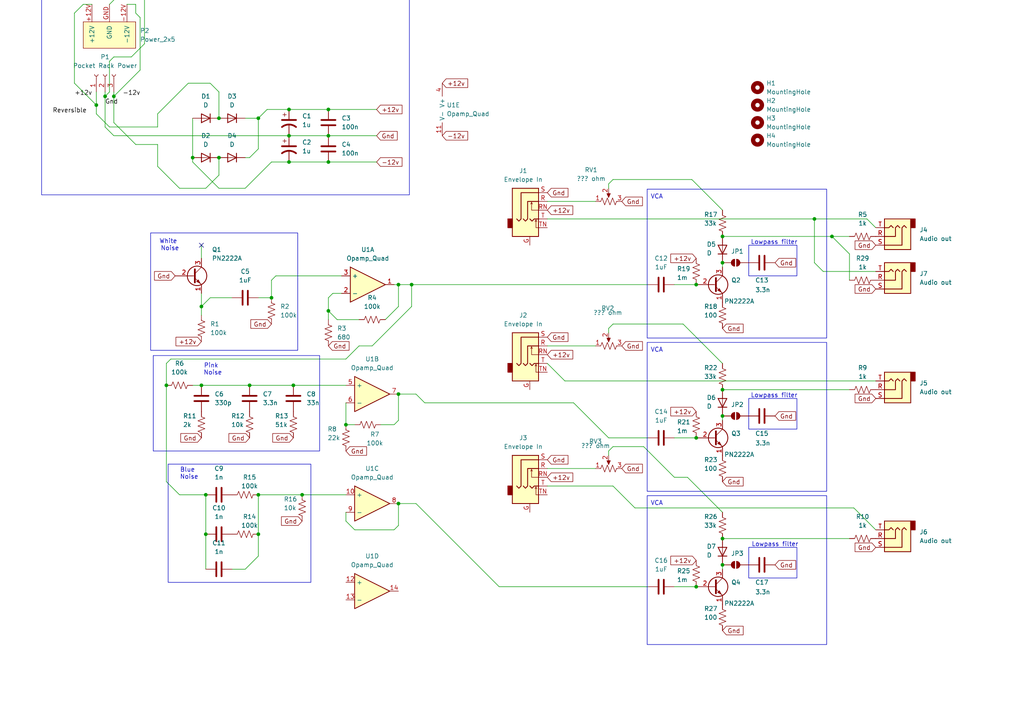
<source format=kicad_sch>
(kicad_sch
	(version 20231120)
	(generator "eeschema")
	(generator_version "8.0")
	(uuid "61339e6d-713e-4e43-a92a-0fe6b55428a7")
	(paper "A4")
	(lib_symbols
		(symbol "CATs_Eurorack_Synth:Power_2x5"
			(pin_names
				(offset 1.016)
			)
			(exclude_from_sim no)
			(in_bom yes)
			(on_board yes)
			(property "Reference" "J"
				(at 0 10.16 0)
				(effects
					(font
						(size 1.27 1.27)
					)
				)
			)
			(property "Value" "Power_2x5"
				(at 0 8.89 0)
				(effects
					(font
						(size 1.27 1.27)
					)
				)
			)
			(property "Footprint" "Eurorack Synth:Power_2x5_Vertical"
				(at 1.27 0 0)
				(effects
					(font
						(size 1.27 1.27)
					)
					(hide yes)
				)
			)
			(property "Datasheet" ""
				(at 1.27 0 0)
				(effects
					(font
						(size 1.27 1.27)
					)
					(hide yes)
				)
			)
			(property "Description" ""
				(at 0 0 0)
				(effects
					(font
						(size 1.27 1.27)
					)
					(hide yes)
				)
			)
			(symbol "Power_2x5_0_1"
				(rectangle
					(start 3.81 7.62)
					(end -3.81 -7.62)
					(stroke
						(width 0)
						(type solid)
					)
					(fill
						(type background)
					)
				)
			)
			(symbol "Power_2x5_1_1"
				(pin power_out line
					(at 8.89 5.08 180)
					(length 5.08)
					(name "+12V"
						(effects
							(font
								(size 1.27 1.27)
							)
						)
					)
					(number "+12V"
						(effects
							(font
								(size 1.27 1.27)
							)
						)
					)
				)
				(pin power_out line
					(at 8.89 -5.08 180)
					(length 5.08)
					(name "-12V"
						(effects
							(font
								(size 1.27 1.27)
							)
						)
					)
					(number "-12V"
						(effects
							(font
								(size 1.27 1.27)
							)
						)
					)
				)
				(pin power_out line
					(at 8.89 0 180)
					(length 5.08)
					(name "GND"
						(effects
							(font
								(size 1.27 1.27)
							)
						)
					)
					(number "GND"
						(effects
							(font
								(size 1.27 1.27)
							)
						)
					)
				)
			)
		)
		(symbol "Connector:Conn_01x03_Socket"
			(pin_names
				(offset 1.016) hide)
			(exclude_from_sim no)
			(in_bom yes)
			(on_board yes)
			(property "Reference" "J"
				(at 0 5.08 0)
				(effects
					(font
						(size 1.27 1.27)
					)
				)
			)
			(property "Value" "Conn_01x03_Socket"
				(at 0 -5.08 0)
				(effects
					(font
						(size 1.27 1.27)
					)
				)
			)
			(property "Footprint" ""
				(at 0 0 0)
				(effects
					(font
						(size 1.27 1.27)
					)
					(hide yes)
				)
			)
			(property "Datasheet" "~"
				(at 0 0 0)
				(effects
					(font
						(size 1.27 1.27)
					)
					(hide yes)
				)
			)
			(property "Description" "Generic connector, single row, 01x03, script generated"
				(at 0 0 0)
				(effects
					(font
						(size 1.27 1.27)
					)
					(hide yes)
				)
			)
			(property "ki_locked" ""
				(at 0 0 0)
				(effects
					(font
						(size 1.27 1.27)
					)
				)
			)
			(property "ki_keywords" "connector"
				(at 0 0 0)
				(effects
					(font
						(size 1.27 1.27)
					)
					(hide yes)
				)
			)
			(property "ki_fp_filters" "Connector*:*_1x??_*"
				(at 0 0 0)
				(effects
					(font
						(size 1.27 1.27)
					)
					(hide yes)
				)
			)
			(symbol "Conn_01x03_Socket_1_1"
				(arc
					(start 0 -2.032)
					(mid -0.5058 -2.54)
					(end 0 -3.048)
					(stroke
						(width 0.1524)
						(type default)
					)
					(fill
						(type none)
					)
				)
				(polyline
					(pts
						(xy -1.27 -2.54) (xy -0.508 -2.54)
					)
					(stroke
						(width 0.1524)
						(type default)
					)
					(fill
						(type none)
					)
				)
				(polyline
					(pts
						(xy -1.27 0) (xy -0.508 0)
					)
					(stroke
						(width 0.1524)
						(type default)
					)
					(fill
						(type none)
					)
				)
				(polyline
					(pts
						(xy -1.27 2.54) (xy -0.508 2.54)
					)
					(stroke
						(width 0.1524)
						(type default)
					)
					(fill
						(type none)
					)
				)
				(arc
					(start 0 0.508)
					(mid -0.5058 0)
					(end 0 -0.508)
					(stroke
						(width 0.1524)
						(type default)
					)
					(fill
						(type none)
					)
				)
				(arc
					(start 0 3.048)
					(mid -0.5058 2.54)
					(end 0 2.032)
					(stroke
						(width 0.1524)
						(type default)
					)
					(fill
						(type none)
					)
				)
				(pin passive line
					(at -5.08 2.54 0)
					(length 3.81)
					(name "Pin_1"
						(effects
							(font
								(size 1.27 1.27)
							)
						)
					)
					(number "1"
						(effects
							(font
								(size 1.27 1.27)
							)
						)
					)
				)
				(pin passive line
					(at -5.08 0 0)
					(length 3.81)
					(name "Pin_2"
						(effects
							(font
								(size 1.27 1.27)
							)
						)
					)
					(number "2"
						(effects
							(font
								(size 1.27 1.27)
							)
						)
					)
				)
				(pin passive line
					(at -5.08 -2.54 0)
					(length 3.81)
					(name "Pin_3"
						(effects
							(font
								(size 1.27 1.27)
							)
						)
					)
					(number "3"
						(effects
							(font
								(size 1.27 1.27)
							)
						)
					)
				)
			)
		)
		(symbol "Connector_Audio:AudioJack3"
			(exclude_from_sim no)
			(in_bom yes)
			(on_board yes)
			(property "Reference" "J"
				(at 0 8.89 0)
				(effects
					(font
						(size 1.27 1.27)
					)
				)
			)
			(property "Value" "AudioJack3"
				(at 0 6.35 0)
				(effects
					(font
						(size 1.27 1.27)
					)
				)
			)
			(property "Footprint" ""
				(at 0 0 0)
				(effects
					(font
						(size 1.27 1.27)
					)
					(hide yes)
				)
			)
			(property "Datasheet" "~"
				(at 0 0 0)
				(effects
					(font
						(size 1.27 1.27)
					)
					(hide yes)
				)
			)
			(property "Description" "Audio Jack, 3 Poles (Stereo / TRS)"
				(at 0 0 0)
				(effects
					(font
						(size 1.27 1.27)
					)
					(hide yes)
				)
			)
			(property "ki_keywords" "audio jack receptacle stereo headphones phones TRS connector"
				(at 0 0 0)
				(effects
					(font
						(size 1.27 1.27)
					)
					(hide yes)
				)
			)
			(property "ki_fp_filters" "Jack*"
				(at 0 0 0)
				(effects
					(font
						(size 1.27 1.27)
					)
					(hide yes)
				)
			)
			(symbol "AudioJack3_0_1"
				(rectangle
					(start -5.08 -5.08)
					(end -6.35 -2.54)
					(stroke
						(width 0.254)
						(type default)
					)
					(fill
						(type outline)
					)
				)
				(polyline
					(pts
						(xy 0 -2.54) (xy 0.635 -3.175) (xy 1.27 -2.54) (xy 2.54 -2.54)
					)
					(stroke
						(width 0.254)
						(type default)
					)
					(fill
						(type none)
					)
				)
				(polyline
					(pts
						(xy -1.905 -2.54) (xy -1.27 -3.175) (xy -0.635 -2.54) (xy -0.635 0) (xy 2.54 0)
					)
					(stroke
						(width 0.254)
						(type default)
					)
					(fill
						(type none)
					)
				)
				(polyline
					(pts
						(xy 2.54 2.54) (xy -2.54 2.54) (xy -2.54 -2.54) (xy -3.175 -3.175) (xy -3.81 -2.54)
					)
					(stroke
						(width 0.254)
						(type default)
					)
					(fill
						(type none)
					)
				)
				(rectangle
					(start 2.54 3.81)
					(end -5.08 -5.08)
					(stroke
						(width 0.254)
						(type default)
					)
					(fill
						(type background)
					)
				)
			)
			(symbol "AudioJack3_1_1"
				(pin passive line
					(at 5.08 0 180)
					(length 2.54)
					(name "~"
						(effects
							(font
								(size 1.27 1.27)
							)
						)
					)
					(number "R"
						(effects
							(font
								(size 1.27 1.27)
							)
						)
					)
				)
				(pin passive line
					(at 5.08 2.54 180)
					(length 2.54)
					(name "~"
						(effects
							(font
								(size 1.27 1.27)
							)
						)
					)
					(number "S"
						(effects
							(font
								(size 1.27 1.27)
							)
						)
					)
				)
				(pin passive line
					(at 5.08 -2.54 180)
					(length 2.54)
					(name "~"
						(effects
							(font
								(size 1.27 1.27)
							)
						)
					)
					(number "T"
						(effects
							(font
								(size 1.27 1.27)
							)
						)
					)
				)
			)
		)
		(symbol "Connector_Audio:AudioJack3_Ground_SwitchTR"
			(exclude_from_sim no)
			(in_bom yes)
			(on_board yes)
			(property "Reference" "J"
				(at 0 8.89 0)
				(effects
					(font
						(size 1.27 1.27)
					)
				)
			)
			(property "Value" "AudioJack3_Ground_SwitchTR"
				(at 0 6.35 0)
				(effects
					(font
						(size 1.27 1.27)
					)
				)
			)
			(property "Footprint" ""
				(at 0 0 0)
				(effects
					(font
						(size 1.27 1.27)
					)
					(hide yes)
				)
			)
			(property "Datasheet" "~"
				(at 0 0 0)
				(effects
					(font
						(size 1.27 1.27)
					)
					(hide yes)
				)
			)
			(property "Description" "Audio Jack, 3 Poles (Stereo / TRS), Grounded Sleeve, Switched TR Poles (Normalling)"
				(at 0 0 0)
				(effects
					(font
						(size 1.27 1.27)
					)
					(hide yes)
				)
			)
			(property "ki_keywords" "audio jack receptacle stereo headphones phones TRS connector"
				(at 0 0 0)
				(effects
					(font
						(size 1.27 1.27)
					)
					(hide yes)
				)
			)
			(property "ki_fp_filters" "Jack*"
				(at 0 0 0)
				(effects
					(font
						(size 1.27 1.27)
					)
					(hide yes)
				)
			)
			(symbol "AudioJack3_Ground_SwitchTR_0_1"
				(rectangle
					(start -5.08 -5.08)
					(end -6.35 -7.62)
					(stroke
						(width 0.254)
						(type default)
					)
					(fill
						(type outline)
					)
				)
				(polyline
					(pts
						(xy 0.508 -0.254) (xy 0.762 -0.762)
					)
					(stroke
						(width 0)
						(type default)
					)
					(fill
						(type none)
					)
				)
				(polyline
					(pts
						(xy 1.778 -5.334) (xy 2.032 -5.842)
					)
					(stroke
						(width 0)
						(type default)
					)
					(fill
						(type none)
					)
				)
				(polyline
					(pts
						(xy 0 -5.08) (xy 0.635 -5.715) (xy 1.27 -5.08) (xy 2.54 -5.08)
					)
					(stroke
						(width 0.254)
						(type default)
					)
					(fill
						(type none)
					)
				)
				(polyline
					(pts
						(xy 2.54 -7.62) (xy 1.778 -7.62) (xy 1.778 -5.334) (xy 1.524 -5.842)
					)
					(stroke
						(width 0)
						(type default)
					)
					(fill
						(type none)
					)
				)
				(polyline
					(pts
						(xy 2.54 -2.54) (xy 0.508 -2.54) (xy 0.508 -0.254) (xy 0.254 -0.762)
					)
					(stroke
						(width 0)
						(type default)
					)
					(fill
						(type none)
					)
				)
				(polyline
					(pts
						(xy -1.905 -5.08) (xy -1.27 -5.715) (xy -0.635 -5.08) (xy -0.635 0) (xy 2.54 0)
					)
					(stroke
						(width 0.254)
						(type default)
					)
					(fill
						(type none)
					)
				)
				(polyline
					(pts
						(xy 2.54 2.54) (xy -2.54 2.54) (xy -2.54 -5.08) (xy -3.175 -5.715) (xy -3.81 -5.08)
					)
					(stroke
						(width 0.254)
						(type default)
					)
					(fill
						(type none)
					)
				)
				(rectangle
					(start 2.54 3.81)
					(end -5.08 -10.16)
					(stroke
						(width 0.254)
						(type default)
					)
					(fill
						(type background)
					)
				)
			)
			(symbol "AudioJack3_Ground_SwitchTR_1_1"
				(pin passive line
					(at 0 -12.7 90)
					(length 2.54)
					(name "~"
						(effects
							(font
								(size 1.27 1.27)
							)
						)
					)
					(number "G"
						(effects
							(font
								(size 1.27 1.27)
							)
						)
					)
				)
				(pin passive line
					(at 5.08 0 180)
					(length 2.54)
					(name "~"
						(effects
							(font
								(size 1.27 1.27)
							)
						)
					)
					(number "R"
						(effects
							(font
								(size 1.27 1.27)
							)
						)
					)
				)
				(pin passive line
					(at 5.08 -2.54 180)
					(length 2.54)
					(name "~"
						(effects
							(font
								(size 1.27 1.27)
							)
						)
					)
					(number "RN"
						(effects
							(font
								(size 1.27 1.27)
							)
						)
					)
				)
				(pin passive line
					(at 5.08 2.54 180)
					(length 2.54)
					(name "~"
						(effects
							(font
								(size 1.27 1.27)
							)
						)
					)
					(number "S"
						(effects
							(font
								(size 1.27 1.27)
							)
						)
					)
				)
				(pin passive line
					(at 5.08 -5.08 180)
					(length 2.54)
					(name "~"
						(effects
							(font
								(size 1.27 1.27)
							)
						)
					)
					(number "T"
						(effects
							(font
								(size 1.27 1.27)
							)
						)
					)
				)
				(pin passive line
					(at 5.08 -7.62 180)
					(length 2.54)
					(name "~"
						(effects
							(font
								(size 1.27 1.27)
							)
						)
					)
					(number "TN"
						(effects
							(font
								(size 1.27 1.27)
							)
						)
					)
				)
			)
		)
		(symbol "Device:C"
			(pin_numbers hide)
			(pin_names
				(offset 0.254)
			)
			(exclude_from_sim no)
			(in_bom yes)
			(on_board yes)
			(property "Reference" "C"
				(at 0.635 2.54 0)
				(effects
					(font
						(size 1.27 1.27)
					)
					(justify left)
				)
			)
			(property "Value" "C"
				(at 0.635 -2.54 0)
				(effects
					(font
						(size 1.27 1.27)
					)
					(justify left)
				)
			)
			(property "Footprint" ""
				(at 0.9652 -3.81 0)
				(effects
					(font
						(size 1.27 1.27)
					)
					(hide yes)
				)
			)
			(property "Datasheet" "~"
				(at 0 0 0)
				(effects
					(font
						(size 1.27 1.27)
					)
					(hide yes)
				)
			)
			(property "Description" "Unpolarized capacitor"
				(at 0 0 0)
				(effects
					(font
						(size 1.27 1.27)
					)
					(hide yes)
				)
			)
			(property "ki_keywords" "cap capacitor"
				(at 0 0 0)
				(effects
					(font
						(size 1.27 1.27)
					)
					(hide yes)
				)
			)
			(property "ki_fp_filters" "C_*"
				(at 0 0 0)
				(effects
					(font
						(size 1.27 1.27)
					)
					(hide yes)
				)
			)
			(symbol "C_0_1"
				(polyline
					(pts
						(xy -2.032 -0.762) (xy 2.032 -0.762)
					)
					(stroke
						(width 0.508)
						(type default)
					)
					(fill
						(type none)
					)
				)
				(polyline
					(pts
						(xy -2.032 0.762) (xy 2.032 0.762)
					)
					(stroke
						(width 0.508)
						(type default)
					)
					(fill
						(type none)
					)
				)
			)
			(symbol "C_1_1"
				(pin passive line
					(at 0 3.81 270)
					(length 2.794)
					(name "~"
						(effects
							(font
								(size 1.27 1.27)
							)
						)
					)
					(number "1"
						(effects
							(font
								(size 1.27 1.27)
							)
						)
					)
				)
				(pin passive line
					(at 0 -3.81 90)
					(length 2.794)
					(name "~"
						(effects
							(font
								(size 1.27 1.27)
							)
						)
					)
					(number "2"
						(effects
							(font
								(size 1.27 1.27)
							)
						)
					)
				)
			)
		)
		(symbol "Device:C_Polarized_US"
			(pin_numbers hide)
			(pin_names
				(offset 0.254) hide)
			(exclude_from_sim no)
			(in_bom yes)
			(on_board yes)
			(property "Reference" "C"
				(at 0.635 2.54 0)
				(effects
					(font
						(size 1.27 1.27)
					)
					(justify left)
				)
			)
			(property "Value" "C_Polarized_US"
				(at 0.635 -2.54 0)
				(effects
					(font
						(size 1.27 1.27)
					)
					(justify left)
				)
			)
			(property "Footprint" ""
				(at 0 0 0)
				(effects
					(font
						(size 1.27 1.27)
					)
					(hide yes)
				)
			)
			(property "Datasheet" "~"
				(at 0 0 0)
				(effects
					(font
						(size 1.27 1.27)
					)
					(hide yes)
				)
			)
			(property "Description" "Polarized capacitor, US symbol"
				(at 0 0 0)
				(effects
					(font
						(size 1.27 1.27)
					)
					(hide yes)
				)
			)
			(property "ki_keywords" "cap capacitor"
				(at 0 0 0)
				(effects
					(font
						(size 1.27 1.27)
					)
					(hide yes)
				)
			)
			(property "ki_fp_filters" "CP_*"
				(at 0 0 0)
				(effects
					(font
						(size 1.27 1.27)
					)
					(hide yes)
				)
			)
			(symbol "C_Polarized_US_0_1"
				(polyline
					(pts
						(xy -2.032 0.762) (xy 2.032 0.762)
					)
					(stroke
						(width 0.508)
						(type default)
					)
					(fill
						(type none)
					)
				)
				(polyline
					(pts
						(xy -1.778 2.286) (xy -0.762 2.286)
					)
					(stroke
						(width 0)
						(type default)
					)
					(fill
						(type none)
					)
				)
				(polyline
					(pts
						(xy -1.27 1.778) (xy -1.27 2.794)
					)
					(stroke
						(width 0)
						(type default)
					)
					(fill
						(type none)
					)
				)
				(arc
					(start 2.032 -1.27)
					(mid 0 -0.5572)
					(end -2.032 -1.27)
					(stroke
						(width 0.508)
						(type default)
					)
					(fill
						(type none)
					)
				)
			)
			(symbol "C_Polarized_US_1_1"
				(pin passive line
					(at 0 3.81 270)
					(length 2.794)
					(name "~"
						(effects
							(font
								(size 1.27 1.27)
							)
						)
					)
					(number "1"
						(effects
							(font
								(size 1.27 1.27)
							)
						)
					)
				)
				(pin passive line
					(at 0 -3.81 90)
					(length 3.302)
					(name "~"
						(effects
							(font
								(size 1.27 1.27)
							)
						)
					)
					(number "2"
						(effects
							(font
								(size 1.27 1.27)
							)
						)
					)
				)
			)
		)
		(symbol "Device:D"
			(pin_numbers hide)
			(pin_names
				(offset 1.016) hide)
			(exclude_from_sim no)
			(in_bom yes)
			(on_board yes)
			(property "Reference" "D"
				(at 0 2.54 0)
				(effects
					(font
						(size 1.27 1.27)
					)
				)
			)
			(property "Value" "D"
				(at 0 -2.54 0)
				(effects
					(font
						(size 1.27 1.27)
					)
				)
			)
			(property "Footprint" ""
				(at 0 0 0)
				(effects
					(font
						(size 1.27 1.27)
					)
					(hide yes)
				)
			)
			(property "Datasheet" "~"
				(at 0 0 0)
				(effects
					(font
						(size 1.27 1.27)
					)
					(hide yes)
				)
			)
			(property "Description" "Diode"
				(at 0 0 0)
				(effects
					(font
						(size 1.27 1.27)
					)
					(hide yes)
				)
			)
			(property "Sim.Device" "D"
				(at 0 0 0)
				(effects
					(font
						(size 1.27 1.27)
					)
					(hide yes)
				)
			)
			(property "Sim.Pins" "1=K 2=A"
				(at 0 0 0)
				(effects
					(font
						(size 1.27 1.27)
					)
					(hide yes)
				)
			)
			(property "ki_keywords" "diode"
				(at 0 0 0)
				(effects
					(font
						(size 1.27 1.27)
					)
					(hide yes)
				)
			)
			(property "ki_fp_filters" "TO-???* *_Diode_* *SingleDiode* D_*"
				(at 0 0 0)
				(effects
					(font
						(size 1.27 1.27)
					)
					(hide yes)
				)
			)
			(symbol "D_0_1"
				(polyline
					(pts
						(xy -1.27 1.27) (xy -1.27 -1.27)
					)
					(stroke
						(width 0.254)
						(type default)
					)
					(fill
						(type none)
					)
				)
				(polyline
					(pts
						(xy 1.27 0) (xy -1.27 0)
					)
					(stroke
						(width 0)
						(type default)
					)
					(fill
						(type none)
					)
				)
				(polyline
					(pts
						(xy 1.27 1.27) (xy 1.27 -1.27) (xy -1.27 0) (xy 1.27 1.27)
					)
					(stroke
						(width 0.254)
						(type default)
					)
					(fill
						(type none)
					)
				)
			)
			(symbol "D_1_1"
				(pin passive line
					(at -3.81 0 0)
					(length 2.54)
					(name "K"
						(effects
							(font
								(size 1.27 1.27)
							)
						)
					)
					(number "1"
						(effects
							(font
								(size 1.27 1.27)
							)
						)
					)
				)
				(pin passive line
					(at 3.81 0 180)
					(length 2.54)
					(name "A"
						(effects
							(font
								(size 1.27 1.27)
							)
						)
					)
					(number "2"
						(effects
							(font
								(size 1.27 1.27)
							)
						)
					)
				)
			)
		)
		(symbol "Device:Opamp_Quad"
			(exclude_from_sim no)
			(in_bom yes)
			(on_board yes)
			(property "Reference" "U"
				(at 0 5.08 0)
				(effects
					(font
						(size 1.27 1.27)
					)
					(justify left)
				)
			)
			(property "Value" "Opamp_Quad"
				(at 0 -5.08 0)
				(effects
					(font
						(size 1.27 1.27)
					)
					(justify left)
				)
			)
			(property "Footprint" ""
				(at 0 0 0)
				(effects
					(font
						(size 1.27 1.27)
					)
					(hide yes)
				)
			)
			(property "Datasheet" "~"
				(at 0 0 0)
				(effects
					(font
						(size 1.27 1.27)
					)
					(hide yes)
				)
			)
			(property "Description" "Quad operational amplifier"
				(at 0 0 0)
				(effects
					(font
						(size 1.27 1.27)
					)
					(hide yes)
				)
			)
			(property "Sim.Library" "${KICAD7_SYMBOL_DIR}/Simulation_SPICE.sp"
				(at 0 0 0)
				(effects
					(font
						(size 1.27 1.27)
					)
					(hide yes)
				)
			)
			(property "Sim.Name" "kicad_builtin_opamp_quad"
				(at 0 0 0)
				(effects
					(font
						(size 1.27 1.27)
					)
					(hide yes)
				)
			)
			(property "Sim.Device" "SUBCKT"
				(at 0 0 0)
				(effects
					(font
						(size 1.27 1.27)
					)
					(hide yes)
				)
			)
			(property "Sim.Pins" "1=out1 2=in1- 3=in1+ 4=vcc 5=in2+ 6=in2- 7=out2 8=out3 9=in3- 10=in3+ 11=vee 12=in4+ 13=in4- 14=out4"
				(at 0 0 0)
				(effects
					(font
						(size 1.27 1.27)
					)
					(hide yes)
				)
			)
			(property "ki_locked" ""
				(at 0 0 0)
				(effects
					(font
						(size 1.27 1.27)
					)
				)
			)
			(property "ki_keywords" "quad opamp"
				(at 0 0 0)
				(effects
					(font
						(size 1.27 1.27)
					)
					(hide yes)
				)
			)
			(property "ki_fp_filters" "SOIC*3.9x8.7mm*P1.27mm* DIP*W7.62mm* TSSOP*4.4x5mm*P0.65mm* SSOP*5.3x6.2mm*P0.65mm*"
				(at 0 0 0)
				(effects
					(font
						(size 1.27 1.27)
					)
					(hide yes)
				)
			)
			(symbol "Opamp_Quad_1_1"
				(polyline
					(pts
						(xy -5.08 5.08) (xy 5.08 0) (xy -5.08 -5.08) (xy -5.08 5.08)
					)
					(stroke
						(width 0.254)
						(type default)
					)
					(fill
						(type background)
					)
				)
				(pin output line
					(at 7.62 0 180)
					(length 2.54)
					(name "~"
						(effects
							(font
								(size 1.27 1.27)
							)
						)
					)
					(number "1"
						(effects
							(font
								(size 1.27 1.27)
							)
						)
					)
				)
				(pin input line
					(at -7.62 -2.54 0)
					(length 2.54)
					(name "-"
						(effects
							(font
								(size 1.27 1.27)
							)
						)
					)
					(number "2"
						(effects
							(font
								(size 1.27 1.27)
							)
						)
					)
				)
				(pin input line
					(at -7.62 2.54 0)
					(length 2.54)
					(name "+"
						(effects
							(font
								(size 1.27 1.27)
							)
						)
					)
					(number "3"
						(effects
							(font
								(size 1.27 1.27)
							)
						)
					)
				)
			)
			(symbol "Opamp_Quad_2_1"
				(polyline
					(pts
						(xy -5.08 5.08) (xy 5.08 0) (xy -5.08 -5.08) (xy -5.08 5.08)
					)
					(stroke
						(width 0.254)
						(type default)
					)
					(fill
						(type background)
					)
				)
				(pin input line
					(at -7.62 2.54 0)
					(length 2.54)
					(name "+"
						(effects
							(font
								(size 1.27 1.27)
							)
						)
					)
					(number "5"
						(effects
							(font
								(size 1.27 1.27)
							)
						)
					)
				)
				(pin input line
					(at -7.62 -2.54 0)
					(length 2.54)
					(name "-"
						(effects
							(font
								(size 1.27 1.27)
							)
						)
					)
					(number "6"
						(effects
							(font
								(size 1.27 1.27)
							)
						)
					)
				)
				(pin output line
					(at 7.62 0 180)
					(length 2.54)
					(name "~"
						(effects
							(font
								(size 1.27 1.27)
							)
						)
					)
					(number "7"
						(effects
							(font
								(size 1.27 1.27)
							)
						)
					)
				)
			)
			(symbol "Opamp_Quad_3_1"
				(polyline
					(pts
						(xy -5.08 5.08) (xy 5.08 0) (xy -5.08 -5.08) (xy -5.08 5.08)
					)
					(stroke
						(width 0.254)
						(type default)
					)
					(fill
						(type background)
					)
				)
				(pin input line
					(at -7.62 2.54 0)
					(length 2.54)
					(name "+"
						(effects
							(font
								(size 1.27 1.27)
							)
						)
					)
					(number "10"
						(effects
							(font
								(size 1.27 1.27)
							)
						)
					)
				)
				(pin output line
					(at 7.62 0 180)
					(length 2.54)
					(name "~"
						(effects
							(font
								(size 1.27 1.27)
							)
						)
					)
					(number "8"
						(effects
							(font
								(size 1.27 1.27)
							)
						)
					)
				)
				(pin input line
					(at -7.62 -2.54 0)
					(length 2.54)
					(name "-"
						(effects
							(font
								(size 1.27 1.27)
							)
						)
					)
					(number "9"
						(effects
							(font
								(size 1.27 1.27)
							)
						)
					)
				)
			)
			(symbol "Opamp_Quad_4_1"
				(polyline
					(pts
						(xy -5.08 5.08) (xy 5.08 0) (xy -5.08 -5.08) (xy -5.08 5.08)
					)
					(stroke
						(width 0.254)
						(type default)
					)
					(fill
						(type background)
					)
				)
				(pin input line
					(at -7.62 2.54 0)
					(length 2.54)
					(name "+"
						(effects
							(font
								(size 1.27 1.27)
							)
						)
					)
					(number "12"
						(effects
							(font
								(size 1.27 1.27)
							)
						)
					)
				)
				(pin input line
					(at -7.62 -2.54 0)
					(length 2.54)
					(name "-"
						(effects
							(font
								(size 1.27 1.27)
							)
						)
					)
					(number "13"
						(effects
							(font
								(size 1.27 1.27)
							)
						)
					)
				)
				(pin output line
					(at 7.62 0 180)
					(length 2.54)
					(name "~"
						(effects
							(font
								(size 1.27 1.27)
							)
						)
					)
					(number "14"
						(effects
							(font
								(size 1.27 1.27)
							)
						)
					)
				)
			)
			(symbol "Opamp_Quad_5_1"
				(pin power_in line
					(at -2.54 -7.62 90)
					(length 3.81)
					(name "V-"
						(effects
							(font
								(size 1.27 1.27)
							)
						)
					)
					(number "11"
						(effects
							(font
								(size 1.27 1.27)
							)
						)
					)
				)
				(pin power_in line
					(at -2.54 7.62 270)
					(length 3.81)
					(name "V+"
						(effects
							(font
								(size 1.27 1.27)
							)
						)
					)
					(number "4"
						(effects
							(font
								(size 1.27 1.27)
							)
						)
					)
				)
			)
		)
		(symbol "Device:R_Potentiometer_US"
			(pin_names
				(offset 1.016) hide)
			(exclude_from_sim no)
			(in_bom yes)
			(on_board yes)
			(property "Reference" "RV"
				(at -4.445 0 90)
				(effects
					(font
						(size 1.27 1.27)
					)
				)
			)
			(property "Value" "R_Potentiometer_US"
				(at -2.54 0 90)
				(effects
					(font
						(size 1.27 1.27)
					)
				)
			)
			(property "Footprint" ""
				(at 0 0 0)
				(effects
					(font
						(size 1.27 1.27)
					)
					(hide yes)
				)
			)
			(property "Datasheet" "~"
				(at 0 0 0)
				(effects
					(font
						(size 1.27 1.27)
					)
					(hide yes)
				)
			)
			(property "Description" "Potentiometer, US symbol"
				(at 0 0 0)
				(effects
					(font
						(size 1.27 1.27)
					)
					(hide yes)
				)
			)
			(property "ki_keywords" "resistor variable"
				(at 0 0 0)
				(effects
					(font
						(size 1.27 1.27)
					)
					(hide yes)
				)
			)
			(property "ki_fp_filters" "Potentiometer*"
				(at 0 0 0)
				(effects
					(font
						(size 1.27 1.27)
					)
					(hide yes)
				)
			)
			(symbol "R_Potentiometer_US_0_1"
				(polyline
					(pts
						(xy 0 -2.286) (xy 0 -2.54)
					)
					(stroke
						(width 0)
						(type default)
					)
					(fill
						(type none)
					)
				)
				(polyline
					(pts
						(xy 0 2.54) (xy 0 2.286)
					)
					(stroke
						(width 0)
						(type default)
					)
					(fill
						(type none)
					)
				)
				(polyline
					(pts
						(xy 2.54 0) (xy 1.524 0)
					)
					(stroke
						(width 0)
						(type default)
					)
					(fill
						(type none)
					)
				)
				(polyline
					(pts
						(xy 1.143 0) (xy 2.286 0.508) (xy 2.286 -0.508) (xy 1.143 0)
					)
					(stroke
						(width 0)
						(type default)
					)
					(fill
						(type outline)
					)
				)
				(polyline
					(pts
						(xy 0 -0.762) (xy 1.016 -1.143) (xy 0 -1.524) (xy -1.016 -1.905) (xy 0 -2.286)
					)
					(stroke
						(width 0)
						(type default)
					)
					(fill
						(type none)
					)
				)
				(polyline
					(pts
						(xy 0 0.762) (xy 1.016 0.381) (xy 0 0) (xy -1.016 -0.381) (xy 0 -0.762)
					)
					(stroke
						(width 0)
						(type default)
					)
					(fill
						(type none)
					)
				)
				(polyline
					(pts
						(xy 0 2.286) (xy 1.016 1.905) (xy 0 1.524) (xy -1.016 1.143) (xy 0 0.762)
					)
					(stroke
						(width 0)
						(type default)
					)
					(fill
						(type none)
					)
				)
			)
			(symbol "R_Potentiometer_US_1_1"
				(pin passive line
					(at 0 3.81 270)
					(length 1.27)
					(name "1"
						(effects
							(font
								(size 1.27 1.27)
							)
						)
					)
					(number "1"
						(effects
							(font
								(size 1.27 1.27)
							)
						)
					)
				)
				(pin passive line
					(at 3.81 0 180)
					(length 1.27)
					(name "2"
						(effects
							(font
								(size 1.27 1.27)
							)
						)
					)
					(number "2"
						(effects
							(font
								(size 1.27 1.27)
							)
						)
					)
				)
				(pin passive line
					(at 0 -3.81 90)
					(length 1.27)
					(name "3"
						(effects
							(font
								(size 1.27 1.27)
							)
						)
					)
					(number "3"
						(effects
							(font
								(size 1.27 1.27)
							)
						)
					)
				)
			)
		)
		(symbol "Device:R_US"
			(pin_numbers hide)
			(pin_names
				(offset 0)
			)
			(exclude_from_sim no)
			(in_bom yes)
			(on_board yes)
			(property "Reference" "R"
				(at 2.54 0 90)
				(effects
					(font
						(size 1.27 1.27)
					)
				)
			)
			(property "Value" "R_US"
				(at -2.54 0 90)
				(effects
					(font
						(size 1.27 1.27)
					)
				)
			)
			(property "Footprint" ""
				(at 1.016 -0.254 90)
				(effects
					(font
						(size 1.27 1.27)
					)
					(hide yes)
				)
			)
			(property "Datasheet" "~"
				(at 0 0 0)
				(effects
					(font
						(size 1.27 1.27)
					)
					(hide yes)
				)
			)
			(property "Description" "Resistor, US symbol"
				(at 0 0 0)
				(effects
					(font
						(size 1.27 1.27)
					)
					(hide yes)
				)
			)
			(property "ki_keywords" "R res resistor"
				(at 0 0 0)
				(effects
					(font
						(size 1.27 1.27)
					)
					(hide yes)
				)
			)
			(property "ki_fp_filters" "R_*"
				(at 0 0 0)
				(effects
					(font
						(size 1.27 1.27)
					)
					(hide yes)
				)
			)
			(symbol "R_US_0_1"
				(polyline
					(pts
						(xy 0 -2.286) (xy 0 -2.54)
					)
					(stroke
						(width 0)
						(type default)
					)
					(fill
						(type none)
					)
				)
				(polyline
					(pts
						(xy 0 2.286) (xy 0 2.54)
					)
					(stroke
						(width 0)
						(type default)
					)
					(fill
						(type none)
					)
				)
				(polyline
					(pts
						(xy 0 -0.762) (xy 1.016 -1.143) (xy 0 -1.524) (xy -1.016 -1.905) (xy 0 -2.286)
					)
					(stroke
						(width 0)
						(type default)
					)
					(fill
						(type none)
					)
				)
				(polyline
					(pts
						(xy 0 0.762) (xy 1.016 0.381) (xy 0 0) (xy -1.016 -0.381) (xy 0 -0.762)
					)
					(stroke
						(width 0)
						(type default)
					)
					(fill
						(type none)
					)
				)
				(polyline
					(pts
						(xy 0 2.286) (xy 1.016 1.905) (xy 0 1.524) (xy -1.016 1.143) (xy 0 0.762)
					)
					(stroke
						(width 0)
						(type default)
					)
					(fill
						(type none)
					)
				)
			)
			(symbol "R_US_1_1"
				(pin passive line
					(at 0 3.81 270)
					(length 1.27)
					(name "~"
						(effects
							(font
								(size 1.27 1.27)
							)
						)
					)
					(number "1"
						(effects
							(font
								(size 1.27 1.27)
							)
						)
					)
				)
				(pin passive line
					(at 0 -3.81 90)
					(length 1.27)
					(name "~"
						(effects
							(font
								(size 1.27 1.27)
							)
						)
					)
					(number "2"
						(effects
							(font
								(size 1.27 1.27)
							)
						)
					)
				)
			)
		)
		(symbol "Jumper:SolderJumper_2_Open"
			(pin_numbers hide)
			(pin_names
				(offset 0) hide)
			(exclude_from_sim yes)
			(in_bom no)
			(on_board yes)
			(property "Reference" "JP"
				(at 0 2.032 0)
				(effects
					(font
						(size 1.27 1.27)
					)
				)
			)
			(property "Value" "SolderJumper_2_Open"
				(at 0 -2.54 0)
				(effects
					(font
						(size 1.27 1.27)
					)
				)
			)
			(property "Footprint" ""
				(at 0 0 0)
				(effects
					(font
						(size 1.27 1.27)
					)
					(hide yes)
				)
			)
			(property "Datasheet" "~"
				(at 0 0 0)
				(effects
					(font
						(size 1.27 1.27)
					)
					(hide yes)
				)
			)
			(property "Description" "Solder Jumper, 2-pole, open"
				(at 0 0 0)
				(effects
					(font
						(size 1.27 1.27)
					)
					(hide yes)
				)
			)
			(property "ki_keywords" "solder jumper SPST"
				(at 0 0 0)
				(effects
					(font
						(size 1.27 1.27)
					)
					(hide yes)
				)
			)
			(property "ki_fp_filters" "SolderJumper*Open*"
				(at 0 0 0)
				(effects
					(font
						(size 1.27 1.27)
					)
					(hide yes)
				)
			)
			(symbol "SolderJumper_2_Open_0_1"
				(arc
					(start -0.254 1.016)
					(mid -1.2656 0)
					(end -0.254 -1.016)
					(stroke
						(width 0)
						(type default)
					)
					(fill
						(type none)
					)
				)
				(arc
					(start -0.254 1.016)
					(mid -1.2656 0)
					(end -0.254 -1.016)
					(stroke
						(width 0)
						(type default)
					)
					(fill
						(type outline)
					)
				)
				(polyline
					(pts
						(xy -0.254 1.016) (xy -0.254 -1.016)
					)
					(stroke
						(width 0)
						(type default)
					)
					(fill
						(type none)
					)
				)
				(polyline
					(pts
						(xy 0.254 1.016) (xy 0.254 -1.016)
					)
					(stroke
						(width 0)
						(type default)
					)
					(fill
						(type none)
					)
				)
				(arc
					(start 0.254 -1.016)
					(mid 1.2656 0)
					(end 0.254 1.016)
					(stroke
						(width 0)
						(type default)
					)
					(fill
						(type none)
					)
				)
				(arc
					(start 0.254 -1.016)
					(mid 1.2656 0)
					(end 0.254 1.016)
					(stroke
						(width 0)
						(type default)
					)
					(fill
						(type outline)
					)
				)
			)
			(symbol "SolderJumper_2_Open_1_1"
				(pin passive line
					(at -3.81 0 0)
					(length 2.54)
					(name "A"
						(effects
							(font
								(size 1.27 1.27)
							)
						)
					)
					(number "1"
						(effects
							(font
								(size 1.27 1.27)
							)
						)
					)
				)
				(pin passive line
					(at 3.81 0 180)
					(length 2.54)
					(name "B"
						(effects
							(font
								(size 1.27 1.27)
							)
						)
					)
					(number "2"
						(effects
							(font
								(size 1.27 1.27)
							)
						)
					)
				)
			)
		)
		(symbol "Mechanical:MountingHole"
			(pin_names
				(offset 1.016)
			)
			(exclude_from_sim no)
			(in_bom yes)
			(on_board yes)
			(property "Reference" "H"
				(at 0 5.08 0)
				(effects
					(font
						(size 1.27 1.27)
					)
				)
			)
			(property "Value" "MountingHole"
				(at 0 3.175 0)
				(effects
					(font
						(size 1.27 1.27)
					)
				)
			)
			(property "Footprint" ""
				(at 0 0 0)
				(effects
					(font
						(size 1.27 1.27)
					)
					(hide yes)
				)
			)
			(property "Datasheet" "~"
				(at 0 0 0)
				(effects
					(font
						(size 1.27 1.27)
					)
					(hide yes)
				)
			)
			(property "Description" "Mounting Hole without connection"
				(at 0 0 0)
				(effects
					(font
						(size 1.27 1.27)
					)
					(hide yes)
				)
			)
			(property "ki_keywords" "mounting hole"
				(at 0 0 0)
				(effects
					(font
						(size 1.27 1.27)
					)
					(hide yes)
				)
			)
			(property "ki_fp_filters" "MountingHole*"
				(at 0 0 0)
				(effects
					(font
						(size 1.27 1.27)
					)
					(hide yes)
				)
			)
			(symbol "MountingHole_0_1"
				(circle
					(center 0 0)
					(radius 1.27)
					(stroke
						(width 1.27)
						(type default)
					)
					(fill
						(type none)
					)
				)
			)
		)
		(symbol "Transistor_BJT:PN2222A"
			(pin_names
				(offset 0) hide)
			(exclude_from_sim no)
			(in_bom yes)
			(on_board yes)
			(property "Reference" "Q"
				(at 5.08 1.905 0)
				(effects
					(font
						(size 1.27 1.27)
					)
					(justify left)
				)
			)
			(property "Value" "PN2222A"
				(at 5.08 0 0)
				(effects
					(font
						(size 1.27 1.27)
					)
					(justify left)
				)
			)
			(property "Footprint" "Package_TO_SOT_THT:TO-92_Inline"
				(at 5.08 -1.905 0)
				(effects
					(font
						(size 1.27 1.27)
						(italic yes)
					)
					(justify left)
					(hide yes)
				)
			)
			(property "Datasheet" "https://www.onsemi.com/pub/Collateral/PN2222-D.PDF"
				(at 0 0 0)
				(effects
					(font
						(size 1.27 1.27)
					)
					(justify left)
					(hide yes)
				)
			)
			(property "Description" "1A Ic, 40V Vce, NPN Transistor, General Purpose Transistor, TO-92"
				(at 0 0 0)
				(effects
					(font
						(size 1.27 1.27)
					)
					(hide yes)
				)
			)
			(property "ki_keywords" "NPN Transistor"
				(at 0 0 0)
				(effects
					(font
						(size 1.27 1.27)
					)
					(hide yes)
				)
			)
			(property "ki_fp_filters" "TO?92*"
				(at 0 0 0)
				(effects
					(font
						(size 1.27 1.27)
					)
					(hide yes)
				)
			)
			(symbol "PN2222A_0_1"
				(polyline
					(pts
						(xy 0 0) (xy 0.635 0)
					)
					(stroke
						(width 0)
						(type default)
					)
					(fill
						(type none)
					)
				)
				(polyline
					(pts
						(xy 2.54 -2.54) (xy 0.635 -0.635)
					)
					(stroke
						(width 0)
						(type default)
					)
					(fill
						(type none)
					)
				)
				(polyline
					(pts
						(xy 2.54 2.54) (xy 0.635 0.635)
					)
					(stroke
						(width 0)
						(type default)
					)
					(fill
						(type none)
					)
				)
				(polyline
					(pts
						(xy 0.635 1.905) (xy 0.635 -1.905) (xy 0.635 -1.905)
					)
					(stroke
						(width 0.508)
						(type default)
					)
					(fill
						(type none)
					)
				)
				(polyline
					(pts
						(xy 2.413 -2.413) (xy 1.905 -1.905) (xy 1.905 -1.905)
					)
					(stroke
						(width 0)
						(type default)
					)
					(fill
						(type none)
					)
				)
				(polyline
					(pts
						(xy 1.143 -1.651) (xy 1.651 -1.143) (xy 2.159 -2.159) (xy 1.143 -1.651) (xy 1.143 -1.651)
					)
					(stroke
						(width 0)
						(type default)
					)
					(fill
						(type outline)
					)
				)
				(circle
					(center 1.27 0)
					(radius 2.8194)
					(stroke
						(width 0.254)
						(type default)
					)
					(fill
						(type none)
					)
				)
			)
			(symbol "PN2222A_1_1"
				(pin passive line
					(at 2.54 -5.08 90)
					(length 2.54)
					(name "E"
						(effects
							(font
								(size 1.27 1.27)
							)
						)
					)
					(number "1"
						(effects
							(font
								(size 1.27 1.27)
							)
						)
					)
				)
				(pin input line
					(at -5.08 0 0)
					(length 5.08)
					(name "B"
						(effects
							(font
								(size 1.27 1.27)
							)
						)
					)
					(number "2"
						(effects
							(font
								(size 1.27 1.27)
							)
						)
					)
				)
				(pin passive line
					(at 2.54 5.08 270)
					(length 2.54)
					(name "C"
						(effects
							(font
								(size 1.27 1.27)
							)
						)
					)
					(number "3"
						(effects
							(font
								(size 1.27 1.27)
							)
						)
					)
				)
			)
		)
	)
	(junction
		(at 95.25 31.75)
		(diameter 0)
		(color 0 0 0 0)
		(uuid "052c228a-85be-4aac-b4a2-d7c4ef7ddfa1")
	)
	(junction
		(at 236.22 63.5)
		(diameter 0)
		(color 0 0 0 0)
		(uuid "0b5a2c99-5126-4f62-9a97-3d9042ce1a3e")
	)
	(junction
		(at 59.69 154.94)
		(diameter 0)
		(color 0 0 0 0)
		(uuid "0cb9c530-97c6-4535-8210-250b6bac42fd")
	)
	(junction
		(at 74.93 154.94)
		(diameter 0)
		(color 0 0 0 0)
		(uuid "0f007b55-e2dd-4447-b328-03e611bc9a48")
	)
	(junction
		(at 83.82 39.37)
		(diameter 0)
		(color 0 0 0 0)
		(uuid "1903ef7c-17f3-45aa-ae09-e8b45641325c")
	)
	(junction
		(at 55.88 45.72)
		(diameter 0)
		(color 0 0 0 0)
		(uuid "1c60ea7f-4fbe-4151-b2ef-337e7e725b40")
	)
	(junction
		(at 201.93 170.18)
		(diameter 0)
		(color 0 0 0 0)
		(uuid "2100fd37-d8fd-4d31-9d57-8f7850c3ed08")
	)
	(junction
		(at 30.48 27.94)
		(diameter 0)
		(color 0 0 0 0)
		(uuid "257bb86d-ff57-4ead-a3e1-54f5a50e5453")
	)
	(junction
		(at 115.57 82.55)
		(diameter 0)
		(color 0 0 0 0)
		(uuid "28e19f8c-61a6-4749-a5f4-a11d7cbaa6b3")
	)
	(junction
		(at 74.93 34.29)
		(diameter 0)
		(color 0 0 0 0)
		(uuid "2fa70987-36ee-4177-9ba4-fb2976d5ade5")
	)
	(junction
		(at 115.57 114.3)
		(diameter 0)
		(color 0 0 0 0)
		(uuid "3ae316d5-c861-4c9e-9347-4f2712256c33")
	)
	(junction
		(at 72.39 111.76)
		(diameter 0)
		(color 0 0 0 0)
		(uuid "3eb8ce58-00c3-4527-9e0e-1b5267650f52")
	)
	(junction
		(at 74.93 143.51)
		(diameter 0)
		(color 0 0 0 0)
		(uuid "3f1f3662-cf71-4e87-b3d2-aa3521c483c2")
	)
	(junction
		(at 201.93 127)
		(diameter 0)
		(color 0 0 0 0)
		(uuid "46895661-81be-4350-8cc9-92bb476036a0")
	)
	(junction
		(at 95.25 90.17)
		(diameter 0)
		(color 0 0 0 0)
		(uuid "509e0e40-306e-4fda-b31d-f12c4228dc2e")
	)
	(junction
		(at 201.93 82.55)
		(diameter 0)
		(color 0 0 0 0)
		(uuid "5267c21e-310d-4bc1-99d3-216daf91e675")
	)
	(junction
		(at 78.74 86.36)
		(diameter 0)
		(color 0 0 0 0)
		(uuid "5ca4c9d0-b572-46e4-a98e-200798b1f514")
	)
	(junction
		(at 209.55 163.83)
		(diameter 0)
		(color 0 0 0 0)
		(uuid "5f3c2bc0-c633-4701-9ae2-74b4cb7bafa5")
	)
	(junction
		(at 83.82 46.99)
		(diameter 0)
		(color 0 0 0 0)
		(uuid "70b66544-db66-400a-b9dd-a7c0d2edcd05")
	)
	(junction
		(at 59.69 143.51)
		(diameter 0)
		(color 0 0 0 0)
		(uuid "717d886a-1f56-429b-9b7a-755521a6e83e")
	)
	(junction
		(at 95.25 39.37)
		(diameter 0)
		(color 0 0 0 0)
		(uuid "728f1c6b-5b00-4011-be32-f556252e19a2")
	)
	(junction
		(at 87.63 143.51)
		(diameter 0)
		(color 0 0 0 0)
		(uuid "7575b521-d5ad-43e6-9931-474fe060d6a9")
	)
	(junction
		(at 100.33 123.19)
		(diameter 0)
		(color 0 0 0 0)
		(uuid "7b985a02-4eb0-423b-a4f2-04b09340ea87")
	)
	(junction
		(at 85.09 111.76)
		(diameter 0)
		(color 0 0 0 0)
		(uuid "7bb82354-f7a0-4e7d-b4ee-8a785723b8d0")
	)
	(junction
		(at 48.26 111.76)
		(diameter 0)
		(color 0 0 0 0)
		(uuid "8263e301-de64-4dba-9441-c70ed1f6663b")
	)
	(junction
		(at 209.55 68.58)
		(diameter 0)
		(color 0 0 0 0)
		(uuid "82f01c3e-bf3d-4858-b040-9b89c5424b37")
	)
	(junction
		(at 209.55 120.65)
		(diameter 0)
		(color 0 0 0 0)
		(uuid "851cee9e-817a-40bf-94d6-ed3695eb341e")
	)
	(junction
		(at 241.3 68.58)
		(diameter 0)
		(color 0 0 0 0)
		(uuid "8c9ab192-7a10-4b7b-aeae-e9c8f74e20c9")
	)
	(junction
		(at 63.5 45.72)
		(diameter 0)
		(color 0 0 0 0)
		(uuid "994577d0-3a99-4448-8a81-c56624acd857")
	)
	(junction
		(at 58.42 88.9)
		(diameter 0)
		(color 0 0 0 0)
		(uuid "9ae48e8a-55d3-40c0-b5a6-a4eda7825cc3")
	)
	(junction
		(at 119.38 82.55)
		(diameter 0)
		(color 0 0 0 0)
		(uuid "a503586b-83e3-479a-9565-a95acdc9af63")
	)
	(junction
		(at 83.82 31.75)
		(diameter 0)
		(color 0 0 0 0)
		(uuid "a8da0442-8da1-42ff-ad89-1602633f26b3")
	)
	(junction
		(at 63.5 34.29)
		(diameter 0)
		(color 0 0 0 0)
		(uuid "b5a98e23-3fa9-4c22-80f0-0643a0f6771f")
	)
	(junction
		(at 209.55 156.21)
		(diameter 0)
		(color 0 0 0 0)
		(uuid "c1388cf4-a71d-424d-83ee-82b94e7e9be8")
	)
	(junction
		(at 95.25 46.99)
		(diameter 0)
		(color 0 0 0 0)
		(uuid "c14f080a-bcf8-4bc8-b568-33b5d078f880")
	)
	(junction
		(at 115.57 146.05)
		(diameter 0)
		(color 0 0 0 0)
		(uuid "c28fe01d-16fa-46ec-b4f1-ba03d79fef7e")
	)
	(junction
		(at 33.02 27.94)
		(diameter 0)
		(color 0 0 0 0)
		(uuid "cb3dd22c-6ad2-4365-acfa-7572e2352db5")
	)
	(junction
		(at 27.94 30.48)
		(diameter 0)
		(color 0 0 0 0)
		(uuid "ce0951c6-e9f3-4f1a-8148-5dfa0d4b2693")
	)
	(junction
		(at 58.42 111.76)
		(diameter 0)
		(color 0 0 0 0)
		(uuid "da70bc26-2389-4346-9725-04a3b90750e1")
	)
	(junction
		(at 209.55 76.2)
		(diameter 0)
		(color 0 0 0 0)
		(uuid "e2311240-1efe-4aa1-b6ad-52cb14699cd1")
	)
	(junction
		(at 209.55 113.03)
		(diameter 0)
		(color 0 0 0 0)
		(uuid "f1f74afb-17a4-4a1a-aa7e-a63e431461c2")
	)
	(no_connect
		(at 58.42 71.12)
		(uuid "a642bbe6-f9d2-48d3-9737-794e563566c2")
	)
	(wire
		(pts
			(xy 115.57 152.4) (xy 114.3 153.67)
		)
		(stroke
			(width 0)
			(type default)
		)
		(uuid "0177b875-dedc-4c2a-956e-b4235f05ae2c")
	)
	(wire
		(pts
			(xy 209.55 121.92) (xy 209.55 120.65)
		)
		(stroke
			(width 0)
			(type default)
		)
		(uuid "055bdadf-5dbd-4640-8e5a-e74adfbac46b")
	)
	(wire
		(pts
			(xy 176.53 130.81) (xy 177.8 129.54)
		)
		(stroke
			(width 0)
			(type default)
		)
		(uuid "0850719b-ed02-4247-895b-8c31643dc9cf")
	)
	(wire
		(pts
			(xy 195.58 170.18) (xy 201.93 170.18)
		)
		(stroke
			(width 0)
			(type default)
		)
		(uuid "0e2cdd31-73b4-4356-9522-b85c2cf91f5a")
	)
	(wire
		(pts
			(xy 49.53 104.14) (xy 48.26 105.41)
		)
		(stroke
			(width 0)
			(type default)
		)
		(uuid "0f3d00f5-b96c-4eba-9504-cb5b8cd7bffc")
	)
	(wire
		(pts
			(xy 195.58 82.55) (xy 201.93 82.55)
		)
		(stroke
			(width 0)
			(type default)
		)
		(uuid "10b6d900-73af-45a2-a111-96492af30740")
	)
	(wire
		(pts
			(xy 63.5 26.67) (xy 60.96 24.13)
		)
		(stroke
			(width 0)
			(type default)
		)
		(uuid "10c13f28-a4b8-4de9-b76f-0cc243e724ec")
	)
	(wire
		(pts
			(xy 63.5 54.61) (xy 71.12 54.61)
		)
		(stroke
			(width 0)
			(type default)
		)
		(uuid "122b7888-8c40-4e41-b5f3-b6c2685ede74")
	)
	(wire
		(pts
			(xy 33.02 35.56) (xy 39.37 41.91)
		)
		(stroke
			(width 0)
			(type default)
		)
		(uuid "12b51141-6fce-4e36-b1e3-eb928451e496")
	)
	(wire
		(pts
			(xy 60.96 24.13) (xy 54.61 24.13)
		)
		(stroke
			(width 0)
			(type default)
		)
		(uuid "13a1fcf0-9f2b-4495-9a2b-7fc611687845")
	)
	(wire
		(pts
			(xy 27.94 33.02) (xy 31.75 36.83)
		)
		(stroke
			(width 0)
			(type default)
		)
		(uuid "17e5ec61-c700-47d1-a8cd-22adef405020")
	)
	(wire
		(pts
			(xy 36.83 1.27) (xy 39.37 1.27)
		)
		(stroke
			(width 0)
			(type default)
		)
		(uuid "19432b0b-dfc2-4c2d-ad99-5557002e57fb")
	)
	(wire
		(pts
			(xy 48.26 105.41) (xy 48.26 111.76)
		)
		(stroke
			(width 0)
			(type default)
		)
		(uuid "1bc96572-ecdb-4a67-9237-008532673424")
	)
	(wire
		(pts
			(xy 176.53 132.08) (xy 176.53 130.81)
		)
		(stroke
			(width 0)
			(type default)
		)
		(uuid "1d0503b7-b4ca-4f93-955e-1c738590453c")
	)
	(wire
		(pts
			(xy 95.25 31.75) (xy 83.82 31.75)
		)
		(stroke
			(width 0)
			(type default)
		)
		(uuid "1d51d77c-da5f-4c1a-bc6e-0584ec9614bc")
	)
	(wire
		(pts
			(xy 30.48 27.94) (xy 30.48 36.83)
		)
		(stroke
			(width 0)
			(type default)
		)
		(uuid "1ed3b311-ff46-4cb5-a760-5386726a4d71")
	)
	(wire
		(pts
			(xy 55.88 46.99) (xy 63.5 54.61)
		)
		(stroke
			(width 0)
			(type default)
		)
		(uuid "1ff8dfc4-07eb-48fc-8d53-7a353163a71a")
	)
	(wire
		(pts
			(xy 60.96 86.36) (xy 58.42 88.9)
		)
		(stroke
			(width 0)
			(type default)
		)
		(uuid "216b5ab4-4aa2-48f4-8f9d-e56a26ff86d5")
	)
	(wire
		(pts
			(xy 176.53 96.52) (xy 176.53 95.25)
		)
		(stroke
			(width 0)
			(type default)
		)
		(uuid "22161629-fe03-44b2-b54f-cf26d7d48d7a")
	)
	(wire
		(pts
			(xy 209.55 77.47) (xy 209.55 76.2)
		)
		(stroke
			(width 0)
			(type default)
		)
		(uuid "22d618f0-6911-4201-a8a5-57290ea4af25")
	)
	(wire
		(pts
			(xy 26.67 1.27) (xy 24.13 1.27)
		)
		(stroke
			(width 0)
			(type default)
		)
		(uuid "23a396ae-486a-4608-a8d2-5c1b30a5feaf")
	)
	(wire
		(pts
			(xy 115.57 146.05) (xy 115.57 152.4)
		)
		(stroke
			(width 0)
			(type default)
		)
		(uuid "24a194e6-22bb-416d-8464-49ef9a42b151")
	)
	(wire
		(pts
			(xy 74.93 86.36) (xy 78.74 86.36)
		)
		(stroke
			(width 0)
			(type default)
		)
		(uuid "24a3f24a-7da4-44ed-9af5-2ebd8629a374")
	)
	(wire
		(pts
			(xy 52.07 54.61) (xy 59.69 54.61)
		)
		(stroke
			(width 0)
			(type default)
		)
		(uuid "24de1f33-40c1-48bd-92c3-3357e3e17462")
	)
	(wire
		(pts
			(xy 97.79 92.71) (xy 95.25 90.17)
		)
		(stroke
			(width 0)
			(type default)
		)
		(uuid "25bf789a-f7b8-4429-92dc-cd86a0e9cbd9")
	)
	(wire
		(pts
			(xy 158.75 58.42) (xy 172.72 58.42)
		)
		(stroke
			(width 0)
			(type default)
		)
		(uuid "26e2b0f6-4c33-4f40-b2d6-3842aadbcd15")
	)
	(wire
		(pts
			(xy 71.12 45.72) (xy 72.39 45.72)
		)
		(stroke
			(width 0)
			(type default)
		)
		(uuid "29eb1166-e74f-4286-baa2-0e103500ccbf")
	)
	(wire
		(pts
			(xy 209.55 165.1) (xy 209.55 163.83)
		)
		(stroke
			(width 0)
			(type default)
		)
		(uuid "2ad4e324-6dca-4fdc-a26c-4a39be0a2c36")
	)
	(wire
		(pts
			(xy 45.72 41.91) (xy 45.72 48.26)
		)
		(stroke
			(width 0)
			(type default)
		)
		(uuid "2b15dab3-17c1-41cc-9930-ab856572aa6e")
	)
	(wire
		(pts
			(xy 254 78.74) (xy 238.76 78.74)
		)
		(stroke
			(width 0)
			(type default)
		)
		(uuid "2c7e20d5-17d5-4a28-b232-412746460296")
	)
	(wire
		(pts
			(xy 236.22 63.5) (xy 251.46 63.5)
		)
		(stroke
			(width 0)
			(type default)
		)
		(uuid "2d866824-595f-4281-ad00-dab129a97241")
	)
	(wire
		(pts
			(xy 27.94 30.48) (xy 27.94 33.02)
		)
		(stroke
			(width 0)
			(type default)
		)
		(uuid "2de09f0c-53f1-4dbd-8b7a-557c26a4f9a1")
	)
	(wire
		(pts
			(xy 241.3 68.58) (xy 246.38 68.58)
		)
		(stroke
			(width 0)
			(type default)
		)
		(uuid "2fcdfdcd-627e-42ba-b8d5-0bbb0cc12fd2")
	)
	(wire
		(pts
			(xy 45.72 33.02) (xy 45.72 36.83)
		)
		(stroke
			(width 0)
			(type default)
		)
		(uuid "307b051b-4fb7-40cc-b301-3349cc4bdc22")
	)
	(wire
		(pts
			(xy 59.69 54.61) (xy 63.5 50.8)
		)
		(stroke
			(width 0)
			(type default)
		)
		(uuid "30bb2a05-a74c-42f5-b33e-4bb3ccb272d3")
	)
	(wire
		(pts
			(xy 199.39 138.43) (xy 209.55 148.59)
		)
		(stroke
			(width 0)
			(type default)
		)
		(uuid "30f44c8b-61c6-4986-a3ca-e78104d3fabd")
	)
	(wire
		(pts
			(xy 52.07 143.51) (xy 59.69 143.51)
		)
		(stroke
			(width 0)
			(type default)
		)
		(uuid "32749cb3-e1bb-4b64-bf3b-b6da362b462b")
	)
	(wire
		(pts
			(xy 115.57 114.3) (xy 120.65 114.3)
		)
		(stroke
			(width 0)
			(type default)
		)
		(uuid "33d51bc0-63d7-4851-87ee-854fa15f619e")
	)
	(wire
		(pts
			(xy 251.46 63.5) (xy 254 66.04)
		)
		(stroke
			(width 0)
			(type default)
		)
		(uuid "38638cb9-7f60-45d1-871b-3d73340ec5c4")
	)
	(wire
		(pts
			(xy 114.3 82.55) (xy 115.57 82.55)
		)
		(stroke
			(width 0)
			(type default)
		)
		(uuid "38aba026-65d5-4682-85db-d469ee32a49d")
	)
	(wire
		(pts
			(xy 83.82 46.99) (xy 95.25 46.99)
		)
		(stroke
			(width 0)
			(type default)
		)
		(uuid "3a8158e1-28d6-4648-8caa-25711af647b7")
	)
	(wire
		(pts
			(xy 33.02 16.51) (xy 38.1 16.51)
		)
		(stroke
			(width 0)
			(type default)
		)
		(uuid "3c1d3ad6-56d1-43b1-ad1e-268725ce458a")
	)
	(wire
		(pts
			(xy 55.88 45.72) (xy 55.88 46.99)
		)
		(stroke
			(width 0)
			(type default)
		)
		(uuid "442f97c9-1738-408b-8f0c-4fa5d12428d5")
	)
	(wire
		(pts
			(xy 21.59 3.81) (xy 21.59 24.13)
		)
		(stroke
			(width 0)
			(type default)
		)
		(uuid "45372026-ace1-4f27-9995-6fe6728b3269")
	)
	(wire
		(pts
			(xy 35.56 -2.54) (xy 40.64 -2.54)
		)
		(stroke
			(width 0)
			(type default)
		)
		(uuid "45a08d2d-6203-4ef9-8d63-a82fe4986477")
	)
	(wire
		(pts
			(xy 24.13 1.27) (xy 21.59 3.81)
		)
		(stroke
			(width 0)
			(type default)
		)
		(uuid "45ff7f65-3e99-47f2-bc9a-a530fc2f2432")
	)
	(wire
		(pts
			(xy 31.75 26.67) (xy 30.48 27.94)
		)
		(stroke
			(width 0)
			(type default)
		)
		(uuid "47316dc8-4566-4fb6-afce-9e577bd51095")
	)
	(wire
		(pts
			(xy 200.66 52.07) (xy 209.55 60.96)
		)
		(stroke
			(width 0)
			(type default)
		)
		(uuid "4759d89f-c8b3-4eb3-9cdf-2e249946acbc")
	)
	(wire
		(pts
			(xy 31.75 36.83) (xy 45.72 36.83)
		)
		(stroke
			(width 0)
			(type default)
		)
		(uuid "47cc3861-f1cb-4223-bdb9-2e508be3b5fd")
	)
	(wire
		(pts
			(xy 58.42 88.9) (xy 58.42 91.44)
		)
		(stroke
			(width 0)
			(type default)
		)
		(uuid "4893ac2b-4e46-4c6b-af8f-72006cfad0b2")
	)
	(wire
		(pts
			(xy 246.38 81.28) (xy 246.38 73.66)
		)
		(stroke
			(width 0)
			(type default)
		)
		(uuid "48fd0e30-4efc-42bb-aae9-ab6b501f5236")
	)
	(wire
		(pts
			(xy 39.37 1.27) (xy 39.37 3.81)
		)
		(stroke
			(width 0)
			(type default)
		)
		(uuid "4bb7dc8e-7b32-41f6-afbb-2b9bef5f6cf4")
	)
	(wire
		(pts
			(xy 176.53 53.34) (xy 177.8 52.07)
		)
		(stroke
			(width 0)
			(type default)
		)
		(uuid "4cfdacd1-3a5a-45fb-823f-f45ff4864d68")
	)
	(wire
		(pts
			(xy 100.33 148.59) (xy 100.33 151.13)
		)
		(stroke
			(width 0)
			(type default)
		)
		(uuid "4e17e6f2-98cc-4db2-b570-6b905fd52a59")
	)
	(wire
		(pts
			(xy 48.26 111.76) (xy 48.26 139.7)
		)
		(stroke
			(width 0)
			(type default)
		)
		(uuid "504acc7b-c312-4bd6-b16b-3d40c00212c0")
	)
	(wire
		(pts
			(xy 158.75 140.97) (xy 177.8 140.97)
		)
		(stroke
			(width 0)
			(type default)
		)
		(uuid "53d5961f-1508-4705-a9cc-4c79e9a6a6b5")
	)
	(wire
		(pts
			(xy 40.64 20.32) (xy 33.02 27.94)
		)
		(stroke
			(width 0)
			(type default)
		)
		(uuid "5427531d-c748-4b84-aa97-e9559e576eaa")
	)
	(wire
		(pts
			(xy 115.57 121.92) (xy 114.3 123.19)
		)
		(stroke
			(width 0)
			(type default)
		)
		(uuid "56e4a5a8-9715-4a62-a84b-354d49b1c0a1")
	)
	(wire
		(pts
			(xy 158.75 135.89) (xy 172.72 135.89)
		)
		(stroke
			(width 0)
			(type default)
		)
		(uuid "59393f4d-d4c0-44df-afb4-bed85642c320")
	)
	(wire
		(pts
			(xy 87.63 143.51) (xy 100.33 143.51)
		)
		(stroke
			(width 0)
			(type default)
		)
		(uuid "59716a46-3c16-4b1e-b6c7-1acadcca59fa")
	)
	(wire
		(pts
			(xy 209.55 156.21) (xy 246.38 156.21)
		)
		(stroke
			(width 0)
			(type default)
		)
		(uuid "599442c1-353c-4545-8828-537f81fb9323")
	)
	(wire
		(pts
			(xy 95.25 90.17) (xy 95.25 92.71)
		)
		(stroke
			(width 0)
			(type default)
		)
		(uuid "5ce57a4d-8388-4c93-bac2-6c10d99d4e4a")
	)
	(wire
		(pts
			(xy 96.52 85.09) (xy 95.25 86.36)
		)
		(stroke
			(width 0)
			(type default)
		)
		(uuid "5ffcda37-3938-4d7a-a0eb-09dec7119e33")
	)
	(wire
		(pts
			(xy 177.8 93.98) (xy 198.12 93.98)
		)
		(stroke
			(width 0)
			(type default)
		)
		(uuid "601abd44-0846-4ddf-af08-3c9fb23e6393")
	)
	(wire
		(pts
			(xy 119.38 82.55) (xy 119.38 88.9)
		)
		(stroke
			(width 0)
			(type default)
		)
		(uuid "61cfd271-9d70-4a81-9820-1bca3e1eba9a")
	)
	(wire
		(pts
			(xy 144.78 170.18) (xy 120.65 146.05)
		)
		(stroke
			(width 0)
			(type default)
		)
		(uuid "61dc9994-f14f-4221-9ccc-cc6dded2acd4")
	)
	(wire
		(pts
			(xy 71.12 165.1) (xy 74.93 161.29)
		)
		(stroke
			(width 0)
			(type default)
		)
		(uuid "62eec5e6-e050-4f84-8784-8d25874c8033")
	)
	(wire
		(pts
			(xy 209.55 113.03) (xy 246.38 113.03)
		)
		(stroke
			(width 0)
			(type default)
		)
		(uuid "63a5d7a7-e86e-4307-9a1d-eee15629f64a")
	)
	(wire
		(pts
			(xy 247.65 147.32) (xy 254 153.67)
		)
		(stroke
			(width 0)
			(type default)
		)
		(uuid "64cd5237-39cf-4df1-8e89-5b096304d6d8")
	)
	(wire
		(pts
			(xy 187.96 127) (xy 176.53 127)
		)
		(stroke
			(width 0)
			(type default)
		)
		(uuid "681d28c6-90ba-41e0-9bfb-1f528fdcda9f")
	)
	(wire
		(pts
			(xy 236.22 63.5) (xy 236.22 76.2)
		)
		(stroke
			(width 0)
			(type default)
		)
		(uuid "687111b0-1d64-40c8-ab67-e12ace9c09c9")
	)
	(wire
		(pts
			(xy 107.95 100.33) (xy 104.14 100.33)
		)
		(stroke
			(width 0)
			(type default)
		)
		(uuid "68e0cd1a-78bb-488d-ae9b-5cde74a8f211")
	)
	(wire
		(pts
			(xy 85.09 111.76) (xy 100.33 111.76)
		)
		(stroke
			(width 0)
			(type default)
		)
		(uuid "69a1d9d2-b69a-4a64-a255-d2e5d1294915")
	)
	(wire
		(pts
			(xy 115.57 114.3) (xy 115.57 121.92)
		)
		(stroke
			(width 0)
			(type default)
		)
		(uuid "6c9a813b-b67f-44c2-9ee0-d3e6e41184e9")
	)
	(wire
		(pts
			(xy 114.3 153.67) (xy 102.87 153.67)
		)
		(stroke
			(width 0)
			(type default)
		)
		(uuid "6ca74a46-9969-4622-bfa4-b4f02daa2774")
	)
	(wire
		(pts
			(xy 58.42 71.12) (xy 58.42 74.93)
		)
		(stroke
			(width 0)
			(type default)
		)
		(uuid "6eab4cad-3229-4159-b86a-c93128245aaa")
	)
	(wire
		(pts
			(xy 166.37 116.84) (xy 123.19 116.84)
		)
		(stroke
			(width 0)
			(type default)
		)
		(uuid "6f8fd516-9ba1-4292-8dd0-6bf90942863e")
	)
	(wire
		(pts
			(xy 74.93 143.51) (xy 87.63 143.51)
		)
		(stroke
			(width 0)
			(type default)
		)
		(uuid "7160f34a-7899-4c56-91fc-be86d251bc3c")
	)
	(wire
		(pts
			(xy 177.8 129.54) (xy 186.69 129.54)
		)
		(stroke
			(width 0)
			(type default)
		)
		(uuid "71af6ca3-3df9-44d4-92d7-8c8ca23443c4")
	)
	(wire
		(pts
			(xy 71.12 54.61) (xy 78.74 46.99)
		)
		(stroke
			(width 0)
			(type default)
		)
		(uuid "789828b7-4b16-47d1-8f36-9f3b5eea527f")
	)
	(wire
		(pts
			(xy 238.76 78.74) (xy 236.22 76.2)
		)
		(stroke
			(width 0)
			(type default)
		)
		(uuid "7d15f94f-2a97-4759-9af2-2b68bf15dc79")
	)
	(wire
		(pts
			(xy 39.37 41.91) (xy 45.72 41.91)
		)
		(stroke
			(width 0)
			(type default)
		)
		(uuid "80391e93-11d8-44ac-af12-7099ef8b723b")
	)
	(wire
		(pts
			(xy 41.91 -1.27) (xy 41.91 12.7)
		)
		(stroke
			(width 0)
			(type default)
		)
		(uuid "822a3ed9-e597-483a-87b5-da8fc06493a7")
	)
	(wire
		(pts
			(xy 40.64 5.08) (xy 40.64 20.32)
		)
		(stroke
			(width 0)
			(type default)
		)
		(uuid "836f477a-7a88-41ee-a2f8-c898c137e231")
	)
	(wire
		(pts
			(xy 100.33 123.19) (xy 102.87 123.19)
		)
		(stroke
			(width 0)
			(type default)
		)
		(uuid "83c9acd3-50f1-432a-bc09-729269df4077")
	)
	(wire
		(pts
			(xy 246.38 73.66) (xy 241.3 68.58)
		)
		(stroke
			(width 0)
			(type default)
		)
		(uuid "8482d13d-f6d3-4902-9a42-a72f6287ac3c")
	)
	(wire
		(pts
			(xy 158.75 100.33) (xy 172.72 100.33)
		)
		(stroke
			(width 0)
			(type default)
		)
		(uuid "86afbc0a-7e7a-4e6a-8bbf-49f43b83c7f2")
	)
	(wire
		(pts
			(xy 104.14 92.71) (xy 97.79 92.71)
		)
		(stroke
			(width 0)
			(type default)
		)
		(uuid "88c33f4e-3912-49e2-b67b-478ab296101c")
	)
	(wire
		(pts
			(xy 74.93 143.51) (xy 74.93 154.94)
		)
		(stroke
			(width 0)
			(type default)
		)
		(uuid "8c8f2c39-c8dd-4099-9f36-8163e66d7d0c")
	)
	(wire
		(pts
			(xy 31.75 17.78) (xy 31.75 26.67)
		)
		(stroke
			(width 0)
			(type default)
		)
		(uuid "90f88ece-7b8b-42a9-a927-481d56a8bc17")
	)
	(wire
		(pts
			(xy 99.06 80.01) (xy 80.01 80.01)
		)
		(stroke
			(width 0)
			(type default)
		)
		(uuid "95cca3b2-3fc8-48b5-8e00-81e8946256ef")
	)
	(wire
		(pts
			(xy 74.93 34.29) (xy 74.93 43.18)
		)
		(stroke
			(width 0)
			(type default)
		)
		(uuid "9643c76f-5cd3-4178-b765-f33059bcc9b3")
	)
	(wire
		(pts
			(xy 187.96 170.18) (xy 144.78 170.18)
		)
		(stroke
			(width 0)
			(type default)
		)
		(uuid "96c647c0-d166-41e4-a1f7-bf46d8f9dcd7")
	)
	(wire
		(pts
			(xy 119.38 82.55) (xy 187.96 82.55)
		)
		(stroke
			(width 0)
			(type default)
		)
		(uuid "99221a55-f25f-4a59-a8df-7a66fc10dab4")
	)
	(wire
		(pts
			(xy 95.25 39.37) (xy 109.22 39.37)
		)
		(stroke
			(width 0)
			(type default)
		)
		(uuid "9967937f-1ded-42a9-9cc5-b5818f94883b")
	)
	(wire
		(pts
			(xy 27.94 26.67) (xy 27.94 30.48)
		)
		(stroke
			(width 0)
			(type default)
		)
		(uuid "9a7c160c-19fb-4612-9358-696fc6a6b3a4")
	)
	(wire
		(pts
			(xy 100.33 116.84) (xy 100.33 123.19)
		)
		(stroke
			(width 0)
			(type default)
		)
		(uuid "9ac89aa2-2386-4de4-aa6f-b7b6099942b7")
	)
	(wire
		(pts
			(xy 115.57 82.55) (xy 119.38 82.55)
		)
		(stroke
			(width 0)
			(type default)
		)
		(uuid "9afb4304-0719-4847-84fb-6b5ece9fb461")
	)
	(wire
		(pts
			(xy 59.69 143.51) (xy 59.69 154.94)
		)
		(stroke
			(width 0)
			(type default)
		)
		(uuid "9d8fcf9e-bd61-4cd5-a843-a1b3dc8bbde2")
	)
	(wire
		(pts
			(xy 115.57 82.55) (xy 115.57 88.9)
		)
		(stroke
			(width 0)
			(type default)
		)
		(uuid "9e76a5e1-b7a3-45d7-8b53-43e0143e6839")
	)
	(wire
		(pts
			(xy 63.5 34.29) (xy 63.5 26.67)
		)
		(stroke
			(width 0)
			(type default)
		)
		(uuid "a0ed1116-6c20-4d31-bccb-f5944e224056")
	)
	(wire
		(pts
			(xy 30.48 36.83) (xy 33.02 39.37)
		)
		(stroke
			(width 0)
			(type default)
		)
		(uuid "a2b476df-649b-4037-94d1-5b0a9f542d7d")
	)
	(wire
		(pts
			(xy 111.76 92.71) (xy 115.57 88.9)
		)
		(stroke
			(width 0)
			(type default)
		)
		(uuid "a2ba18dd-0696-4a7c-84a6-416522355cf2")
	)
	(wire
		(pts
			(xy 115.57 146.05) (xy 120.65 146.05)
		)
		(stroke
			(width 0)
			(type default)
		)
		(uuid "a4d8dc7d-cdf6-4b59-9468-3ac9cd0cd1c3")
	)
	(wire
		(pts
			(xy 163.83 110.49) (xy 158.75 105.41)
		)
		(stroke
			(width 0)
			(type default)
		)
		(uuid "a5ede869-9837-4ae9-84b9-22536e3e273d")
	)
	(wire
		(pts
			(xy 80.01 80.01) (xy 78.74 81.28)
		)
		(stroke
			(width 0)
			(type default)
		)
		(uuid "a6d8bb7b-06f0-456b-a832-0a981f2361ce")
	)
	(wire
		(pts
			(xy 33.02 16.51) (xy 31.75 17.78)
		)
		(stroke
			(width 0)
			(type default)
		)
		(uuid "a9b657b4-22e7-4e2e-aa9c-80f7bb01849b")
	)
	(wire
		(pts
			(xy 30.48 26.67) (xy 30.48 27.94)
		)
		(stroke
			(width 0)
			(type default)
		)
		(uuid "aa4e57b8-ce22-411a-894a-00b22095a468")
	)
	(wire
		(pts
			(xy 33.02 27.94) (xy 33.02 35.56)
		)
		(stroke
			(width 0)
			(type default)
		)
		(uuid "aa88841b-b992-4b63-b704-1aec01662c28")
	)
	(wire
		(pts
			(xy 40.64 -2.54) (xy 41.91 -1.27)
		)
		(stroke
			(width 0)
			(type default)
		)
		(uuid "aaadf16c-aaac-4004-8fb1-e55b3478cb23")
	)
	(wire
		(pts
			(xy 95.25 86.36) (xy 95.25 90.17)
		)
		(stroke
			(width 0)
			(type default)
		)
		(uuid "ab90bd3c-1970-49aa-a47a-07aad9b67cad")
	)
	(wire
		(pts
			(xy 74.93 154.94) (xy 74.93 161.29)
		)
		(stroke
			(width 0)
			(type default)
		)
		(uuid "ac0f286a-7511-421c-a369-8703c976ea2f")
	)
	(wire
		(pts
			(xy 186.69 129.54) (xy 195.58 138.43)
		)
		(stroke
			(width 0)
			(type default)
		)
		(uuid "ac48ddbd-ac7d-47cb-a2b5-9e58dfb736dc")
	)
	(wire
		(pts
			(xy 45.72 33.02) (xy 54.61 24.13)
		)
		(stroke
			(width 0)
			(type default)
		)
		(uuid "ae4d5c5e-e73b-4bd1-83d2-6dfea63a7401")
	)
	(wire
		(pts
			(xy 176.53 127) (xy 166.37 116.84)
		)
		(stroke
			(width 0)
			(type default)
		)
		(uuid "b041d3d5-5a7a-48a7-a729-64884e34825f")
	)
	(wire
		(pts
			(xy 67.31 165.1) (xy 71.12 165.1)
		)
		(stroke
			(width 0)
			(type default)
		)
		(uuid "b0b7e651-8233-491f-8703-4588e9e700bf")
	)
	(wire
		(pts
			(xy 99.06 85.09) (xy 96.52 85.09)
		)
		(stroke
			(width 0)
			(type default)
		)
		(uuid "b192232f-26ce-4391-9220-d1fb41165d35")
	)
	(wire
		(pts
			(xy 33.02 39.37) (xy 83.82 39.37)
		)
		(stroke
			(width 0)
			(type default)
		)
		(uuid "b47fc933-c612-4950-a8fc-adeb35d73b45")
	)
	(wire
		(pts
			(xy 109.22 31.75) (xy 95.25 31.75)
		)
		(stroke
			(width 0)
			(type default)
		)
		(uuid "b5291288-8c57-47f9-95c9-241c21a34d49")
	)
	(wire
		(pts
			(xy 209.55 68.58) (xy 241.3 68.58)
		)
		(stroke
			(width 0)
			(type default)
		)
		(uuid "b5b2a3e0-cba8-45bc-9638-5a0e128cb719")
	)
	(wire
		(pts
			(xy 110.49 123.19) (xy 114.3 123.19)
		)
		(stroke
			(width 0)
			(type default)
		)
		(uuid "b622c339-06ad-409f-9d19-7d7f734cb203")
	)
	(wire
		(pts
			(xy 102.87 153.67) (xy 100.33 151.13)
		)
		(stroke
			(width 0)
			(type default)
		)
		(uuid "b69b8611-2eae-4570-aaee-2b19a3c57510")
	)
	(wire
		(pts
			(xy 195.58 138.43) (xy 199.39 138.43)
		)
		(stroke
			(width 0)
			(type default)
		)
		(uuid "b8c8e1bb-ff17-4b50-a6e4-56b6c7cbf970")
	)
	(wire
		(pts
			(xy 63.5 45.72) (xy 63.5 50.8)
		)
		(stroke
			(width 0)
			(type default)
		)
		(uuid "b8fe3aee-b995-456d-b8ac-e26c8b9672f2")
	)
	(wire
		(pts
			(xy 78.74 46.99) (xy 83.82 46.99)
		)
		(stroke
			(width 0)
			(type default)
		)
		(uuid "b980e310-f396-4caa-9042-a6ae1fe2ffdf")
	)
	(wire
		(pts
			(xy 21.59 24.13) (xy 27.94 30.48)
		)
		(stroke
			(width 0)
			(type default)
		)
		(uuid "bc0a5409-aa59-4a2c-ba2e-787e2c51969c")
	)
	(wire
		(pts
			(xy 83.82 31.75) (xy 77.47 31.75)
		)
		(stroke
			(width 0)
			(type default)
		)
		(uuid "c1a91b26-32ea-44b3-bf18-2dc4bac86b7f")
	)
	(wire
		(pts
			(xy 72.39 45.72) (xy 74.93 43.18)
		)
		(stroke
			(width 0)
			(type default)
		)
		(uuid "c1dc6511-a69d-44b4-9bfb-5687b103b0dd")
	)
	(wire
		(pts
			(xy 198.12 93.98) (xy 209.55 105.41)
		)
		(stroke
			(width 0)
			(type default)
		)
		(uuid "c1eae390-87c2-4eb5-b7ac-a298dad0298a")
	)
	(wire
		(pts
			(xy 100.33 104.14) (xy 49.53 104.14)
		)
		(stroke
			(width 0)
			(type default)
		)
		(uuid "c7c0f315-37ec-4d55-a708-f80d30105ef7")
	)
	(wire
		(pts
			(xy 55.88 34.29) (xy 55.88 45.72)
		)
		(stroke
			(width 0)
			(type default)
		)
		(uuid "c87ccdd2-4c98-4130-b312-3275e269b99c")
	)
	(wire
		(pts
			(xy 195.58 127) (xy 201.93 127)
		)
		(stroke
			(width 0)
			(type default)
		)
		(uuid "cbfc8928-0444-423f-b18b-2c49f4846b04")
	)
	(wire
		(pts
			(xy 72.39 111.76) (xy 85.09 111.76)
		)
		(stroke
			(width 0)
			(type default)
		)
		(uuid "ce265475-a07b-4c78-9d7d-9bba051e94fd")
	)
	(wire
		(pts
			(xy 55.88 111.76) (xy 58.42 111.76)
		)
		(stroke
			(width 0)
			(type default)
		)
		(uuid "ce3e4df4-e466-4a6a-839a-3cacac31c6ce")
	)
	(wire
		(pts
			(xy 52.07 143.51) (xy 48.26 139.7)
		)
		(stroke
			(width 0)
			(type default)
		)
		(uuid "d3fdcea1-c422-4ae7-8ecd-a437c0f83beb")
	)
	(wire
		(pts
			(xy 158.75 63.5) (xy 236.22 63.5)
		)
		(stroke
			(width 0)
			(type default)
		)
		(uuid "d4886f0f-57ca-4f39-a197-df68c43cd25b")
	)
	(wire
		(pts
			(xy 119.38 88.9) (xy 107.95 100.33)
		)
		(stroke
			(width 0)
			(type default)
		)
		(uuid "d621e775-d7c0-411a-a324-431da89f0f9f")
	)
	(wire
		(pts
			(xy 77.47 31.75) (xy 74.93 34.29)
		)
		(stroke
			(width 0)
			(type default)
		)
		(uuid "d64a2684-c841-4f89-a653-408222dfc536")
	)
	(wire
		(pts
			(xy 95.25 46.99) (xy 109.22 46.99)
		)
		(stroke
			(width 0)
			(type default)
		)
		(uuid "d6acacda-6889-4f1c-a560-8109e051bd18")
	)
	(wire
		(pts
			(xy 176.53 95.25) (xy 177.8 93.98)
		)
		(stroke
			(width 0)
			(type default)
		)
		(uuid "dc9e40fa-a348-4ff3-a3c7-e50d5f853f5b")
	)
	(wire
		(pts
			(xy 71.12 34.29) (xy 74.93 34.29)
		)
		(stroke
			(width 0)
			(type default)
		)
		(uuid "dcb07841-8375-4857-8d37-c2aa58affd34")
	)
	(wire
		(pts
			(xy 58.42 111.76) (xy 72.39 111.76)
		)
		(stroke
			(width 0)
			(type default)
		)
		(uuid "dfb5ac78-ee3b-4bba-aa54-fc3ad4696a79")
	)
	(wire
		(pts
			(xy 254 110.49) (xy 163.83 110.49)
		)
		(stroke
			(width 0)
			(type default)
		)
		(uuid "dfdf27bb-e583-404a-b891-97cb47750a9c")
	)
	(wire
		(pts
			(xy 123.19 116.84) (xy 120.65 114.3)
		)
		(stroke
			(width 0)
			(type default)
		)
		(uuid "e01e2938-d480-409c-b91e-a085e6e4b0cc")
	)
	(wire
		(pts
			(xy 59.69 154.94) (xy 59.69 165.1)
		)
		(stroke
			(width 0)
			(type default)
		)
		(uuid "e0469c11-858d-4876-81a2-eefe78fc0a56")
	)
	(wire
		(pts
			(xy 177.8 140.97) (xy 184.15 147.32)
		)
		(stroke
			(width 0)
			(type default)
		)
		(uuid "e12c4750-e2d4-4d8a-ba2a-17407fe07883")
	)
	(wire
		(pts
			(xy 104.14 100.33) (xy 100.33 104.14)
		)
		(stroke
			(width 0)
			(type default)
		)
		(uuid "e204a55b-d573-45e0-8555-5eb4ca67f737")
	)
	(wire
		(pts
			(xy 58.42 85.09) (xy 58.42 88.9)
		)
		(stroke
			(width 0)
			(type default)
		)
		(uuid "e4475237-65d4-4170-ae5c-a261583113ed")
	)
	(wire
		(pts
			(xy 39.37 3.81) (xy 40.64 5.08)
		)
		(stroke
			(width 0)
			(type default)
		)
		(uuid "e4747288-a9be-46e6-ba02-d876f25206f0")
	)
	(wire
		(pts
			(xy 67.31 86.36) (xy 60.96 86.36)
		)
		(stroke
			(width 0)
			(type default)
		)
		(uuid "e4b9d0c8-85dc-4edd-b93d-a259fae1b6ff")
	)
	(wire
		(pts
			(xy 31.75 1.27) (xy 35.56 -2.54)
		)
		(stroke
			(width 0)
			(type default)
		)
		(uuid "ecd4e1af-19c3-4eb1-a986-35f68b51ec39")
	)
	(wire
		(pts
			(xy 176.53 54.61) (xy 176.53 53.34)
		)
		(stroke
			(width 0)
			(type default)
		)
		(uuid "f2ec4971-9f88-44a8-a640-9e1578a93433")
	)
	(wire
		(pts
			(xy 83.82 39.37) (xy 95.25 39.37)
		)
		(stroke
			(width 0)
			(type default)
		)
		(uuid "f338e1eb-0f0b-4df5-a0cb-47a2155a5e06")
	)
	(wire
		(pts
			(xy 184.15 147.32) (xy 247.65 147.32)
		)
		(stroke
			(width 0)
			(type default)
		)
		(uuid "f3e4916a-f8d4-42e3-9a2f-9de9d44acb28")
	)
	(wire
		(pts
			(xy 78.74 81.28) (xy 78.74 86.36)
		)
		(stroke
			(width 0)
			(type default)
		)
		(uuid "f7f3d4b0-4629-4226-ab2b-c6135bb2a67a")
	)
	(wire
		(pts
			(xy 41.91 12.7) (xy 38.1 16.51)
		)
		(stroke
			(width 0)
			(type default)
		)
		(uuid "f8bde7a6-1249-472a-b472-4e370dbe9cbf")
	)
	(wire
		(pts
			(xy 45.72 48.26) (xy 52.07 54.61)
		)
		(stroke
			(width 0)
			(type default)
		)
		(uuid "fc3c2eb0-895b-43c0-9504-b2f1bf42a07d")
	)
	(wire
		(pts
			(xy 33.02 26.67) (xy 33.02 27.94)
		)
		(stroke
			(width 0)
			(type default)
		)
		(uuid "fe3deef1-558d-4415-b3ca-561579e21d19")
	)
	(wire
		(pts
			(xy 177.8 52.07) (xy 200.66 52.07)
		)
		(stroke
			(width 0)
			(type default)
		)
		(uuid "ff73850b-22a2-43bd-99f2-9b08da4c0006")
	)
	(rectangle
		(start 217.17 158.75)
		(end 231.14 167.64)
		(stroke
			(width 0)
			(type default)
		)
		(fill
			(type none)
		)
		(uuid 34907fe6-db87-430a-b936-4244582faae8)
	)
	(rectangle
		(start 187.706 54.864)
		(end 239.776 98.044)
		(stroke
			(width 0)
			(type default)
		)
		(fill
			(type none)
		)
		(uuid 3a44b464-b780-4040-8d3b-78b598624f65)
	)
	(rectangle
		(start 43.688 67.564)
		(end 86.36 101.6)
		(stroke
			(width 0)
			(type default)
		)
		(fill
			(type none)
		)
		(uuid 68cf66bd-ffa0-41b4-9617-ccd5619a5a91)
	)
	(rectangle
		(start 217.17 71.12)
		(end 231.14 80.01)
		(stroke
			(width 0)
			(type default)
		)
		(fill
			(type none)
		)
		(uuid 87136511-5514-4fd8-80a6-f47d133da5ef)
	)
	(rectangle
		(start 187.706 99.314)
		(end 239.776 142.494)
		(stroke
			(width 0)
			(type default)
		)
		(fill
			(type none)
		)
		(uuid 8b83aa8d-ab31-4285-b38e-66a9a0f71d76)
	)
	(rectangle
		(start 12.065 -7.62)
		(end 118.745 56.515)
		(stroke
			(width 0)
			(type default)
		)
		(fill
			(type none)
		)
		(uuid 8bbbed0a-9e69-4c0f-a21f-aaddef96715f)
	)
	(rectangle
		(start 217.17 115.57)
		(end 231.14 124.46)
		(stroke
			(width 0)
			(type default)
		)
		(fill
			(type none)
		)
		(uuid aa831d91-9ec5-4761-9554-84eecec47c93)
	)
	(rectangle
		(start 44.45 103.124)
		(end 92.71 130.81)
		(stroke
			(width 0)
			(type default)
		)
		(fill
			(type none)
		)
		(uuid b9510447-bfc7-4b67-91ea-6d0743c864a9)
	)
	(rectangle
		(start 187.706 143.764)
		(end 239.776 186.944)
		(stroke
			(width 0)
			(type default)
		)
		(fill
			(type none)
		)
		(uuid ce05202b-f269-43d1-99a8-412e0d6f6b2d)
	)
	(rectangle
		(start 48.768 134.62)
		(end 90.17 168.91)
		(stroke
			(width 0)
			(type default)
		)
		(fill
			(type none)
		)
		(uuid ffdd1ae2-f2c5-4a62-8525-16784fdd2aaf)
	)
	(text "Lowpass filter\n"
		(exclude_from_sim no)
		(at 224.79 157.988 0)
		(effects
			(font
				(size 1.27 1.27)
			)
		)
		(uuid "2665f92a-1792-403f-81c4-82426e126e44")
	)
	(text "VCA"
		(exclude_from_sim no)
		(at 190.5 146.05 0)
		(effects
			(font
				(size 1.27 1.27)
			)
		)
		(uuid "598494cc-8801-4c0e-b7d6-3e4a49e78e63")
	)
	(text "White \nNoise"
		(exclude_from_sim no)
		(at 49.276 71.12 0)
		(effects
			(font
				(size 1.27 1.27)
			)
		)
		(uuid "86312eaf-72bd-423d-a841-4d7f9adbab05")
	)
	(text "Pink \nNoise"
		(exclude_from_sim no)
		(at 61.722 107.188 0)
		(effects
			(font
				(size 1.27 1.27)
			)
		)
		(uuid "87ca6d92-571c-4a54-bba9-91a5b7937060")
	)
	(text "VCA"
		(exclude_from_sim no)
		(at 190.5 101.6 0)
		(effects
			(font
				(size 1.27 1.27)
			)
		)
		(uuid "8b3126c1-67c2-4853-9263-4bc2f233bfad")
	)
	(text "Blue \nNoise"
		(exclude_from_sim no)
		(at 54.864 137.414 0)
		(effects
			(font
				(size 1.27 1.27)
			)
		)
		(uuid "c1721c53-c81d-4dde-9be0-0528677ef91a")
	)
	(text "Lowpass filter\n"
		(exclude_from_sim no)
		(at 224.536 70.358 0)
		(effects
			(font
				(size 1.27 1.27)
			)
		)
		(uuid "c2cb46fb-f2be-4fde-8447-9b75661e0c02")
	)
	(text "Lowpass filter\n"
		(exclude_from_sim no)
		(at 224.536 114.808 0)
		(effects
			(font
				(size 1.27 1.27)
			)
		)
		(uuid "c3a85958-8bcb-4ea4-87b0-5b8ef7639047")
	)
	(text "VCA"
		(exclude_from_sim no)
		(at 190.5 57.15 0)
		(effects
			(font
				(size 1.27 1.27)
			)
		)
		(uuid "e646b87f-6180-4ef4-b375-a27c859019b8")
	)
	(label "-12v"
		(at 35.56 27.94 0)
		(effects
			(font
				(size 1.27 1.27)
			)
			(justify left bottom)
		)
		(uuid "25330282-fa21-4d28-8ecc-394cb722a8b9")
	)
	(label "Reversible"
		(at 15.24 33.02 0)
		(effects
			(font
				(size 1.27 1.27)
			)
			(justify left bottom)
		)
		(uuid "6a0b50a5-7c5d-405c-997b-5f7b830df9a2")
	)
	(label "+12v"
		(at 21.59 27.94 0)
		(effects
			(font
				(size 1.27 1.27)
			)
			(justify left bottom)
		)
		(uuid "d47b8ca6-c8f4-4995-b228-55bbb3a4cf90")
	)
	(label "Gnd"
		(at 30.48 30.48 0)
		(effects
			(font
				(size 1.27 1.27)
			)
			(justify left bottom)
		)
		(uuid "e0a84adc-8939-439d-8ecd-789b9c1c08d3")
	)
	(global_label "Gnd"
		(shape input)
		(at 158.75 55.88 0)
		(fields_autoplaced yes)
		(effects
			(font
				(size 1.27 1.27)
			)
			(justify left)
		)
		(uuid "0b5ae63d-a20d-4c3f-9eb9-d80be42432cf")
		(property "Intersheetrefs" "${INTERSHEET_REFS}"
			(at 165.3032 55.88 0)
			(effects
				(font
					(size 1.27 1.27)
				)
				(justify left)
				(hide yes)
			)
		)
	)
	(global_label "-12v"
		(shape input)
		(at 109.22 46.99 0)
		(fields_autoplaced yes)
		(effects
			(font
				(size 1.27 1.27)
			)
			(justify left)
		)
		(uuid "1de563d0-f5d6-49ee-bb41-700d14cf1638")
		(property "Intersheetrefs" "${INTERSHEET_REFS}"
			(at 117.1642 46.99 0)
			(effects
				(font
					(size 1.27 1.27)
				)
				(justify left)
				(hide yes)
			)
		)
	)
	(global_label "Gnd"
		(shape input)
		(at 100.33 130.81 0)
		(fields_autoplaced yes)
		(effects
			(font
				(size 1.27 1.27)
			)
			(justify left)
		)
		(uuid "1f0b830f-b7bb-4eb9-95ef-5a4ab5a6c854")
		(property "Intersheetrefs" "${INTERSHEET_REFS}"
			(at 106.8832 130.81 0)
			(effects
				(font
					(size 1.27 1.27)
				)
				(justify left)
				(hide yes)
			)
		)
	)
	(global_label "-12v"
		(shape input)
		(at 128.27 39.37 0)
		(fields_autoplaced yes)
		(effects
			(font
				(size 1.27 1.27)
			)
			(justify left)
		)
		(uuid "1fe51a01-92fc-417f-add1-954289391368")
		(property "Intersheetrefs" "${INTERSHEET_REFS}"
			(at 136.2142 39.37 0)
			(effects
				(font
					(size 1.27 1.27)
				)
				(justify left)
				(hide yes)
			)
		)
	)
	(global_label "+12v"
		(shape input)
		(at 109.22 31.75 0)
		(fields_autoplaced yes)
		(effects
			(font
				(size 1.27 1.27)
			)
			(justify left)
		)
		(uuid "203b9db2-75b7-4c19-be33-c21b494c4374")
		(property "Intersheetrefs" "${INTERSHEET_REFS}"
			(at 117.1642 31.75 0)
			(effects
				(font
					(size 1.27 1.27)
				)
				(justify left)
				(hide yes)
			)
		)
	)
	(global_label "Gnd"
		(shape input)
		(at 180.34 58.42 0)
		(fields_autoplaced yes)
		(effects
			(font
				(size 1.27 1.27)
			)
			(justify left)
		)
		(uuid "2c128e64-0174-4b9f-8ef7-ae9ca6ca5273")
		(property "Intersheetrefs" "${INTERSHEET_REFS}"
			(at 186.8932 58.42 0)
			(effects
				(font
					(size 1.27 1.27)
				)
				(justify left)
				(hide yes)
			)
		)
	)
	(global_label "+12v"
		(shape input)
		(at 201.93 162.56 180)
		(fields_autoplaced yes)
		(effects
			(font
				(size 1.27 1.27)
			)
			(justify right)
		)
		(uuid "2f5503dd-a709-4e08-8334-67b1bee09cb7")
		(property "Intersheetrefs" "${INTERSHEET_REFS}"
			(at 193.9858 162.56 0)
			(effects
				(font
					(size 1.27 1.27)
				)
				(justify right)
				(hide yes)
			)
		)
	)
	(global_label "+12v"
		(shape input)
		(at 158.75 138.43 0)
		(fields_autoplaced yes)
		(effects
			(font
				(size 1.27 1.27)
			)
			(justify left)
		)
		(uuid "3ba801b5-1ac5-4be1-90f4-4905486724ae")
		(property "Intersheetrefs" "${INTERSHEET_REFS}"
			(at 166.6942 138.43 0)
			(effects
				(font
					(size 1.27 1.27)
				)
				(justify left)
				(hide yes)
			)
		)
	)
	(global_label "Gnd"
		(shape input)
		(at 78.74 93.98 180)
		(fields_autoplaced yes)
		(effects
			(font
				(size 1.27 1.27)
			)
			(justify right)
		)
		(uuid "41a1d413-0321-42d6-bc71-fdd712ac83cd")
		(property "Intersheetrefs" "${INTERSHEET_REFS}"
			(at 72.1868 93.98 0)
			(effects
				(font
					(size 1.27 1.27)
				)
				(justify right)
				(hide yes)
			)
		)
	)
	(global_label "Gnd"
		(shape input)
		(at 158.75 133.35 0)
		(fields_autoplaced yes)
		(effects
			(font
				(size 1.27 1.27)
			)
			(justify left)
		)
		(uuid "47eaf58e-b883-4bf7-bdb3-c032c207550c")
		(property "Intersheetrefs" "${INTERSHEET_REFS}"
			(at 165.3032 133.35 0)
			(effects
				(font
					(size 1.27 1.27)
				)
				(justify left)
				(hide yes)
			)
		)
	)
	(global_label "Gnd"
		(shape input)
		(at 180.34 100.33 0)
		(fields_autoplaced yes)
		(effects
			(font
				(size 1.27 1.27)
			)
			(justify left)
		)
		(uuid "4dc12b22-b982-4762-bdf0-97db44622da4")
		(property "Intersheetrefs" "${INTERSHEET_REFS}"
			(at 186.8932 100.33 0)
			(effects
				(font
					(size 1.27 1.27)
				)
				(justify left)
				(hide yes)
			)
		)
	)
	(global_label "Gnd"
		(shape input)
		(at 254 71.12 180)
		(fields_autoplaced yes)
		(effects
			(font
				(size 1.27 1.27)
			)
			(justify right)
		)
		(uuid "63581ddb-0815-4693-a3d6-610516d4262c")
		(property "Intersheetrefs" "${INTERSHEET_REFS}"
			(at 247.4468 71.12 0)
			(effects
				(font
					(size 1.27 1.27)
				)
				(justify right)
				(hide yes)
			)
		)
	)
	(global_label "+12v"
		(shape input)
		(at 58.42 99.06 180)
		(fields_autoplaced yes)
		(effects
			(font
				(size 1.27 1.27)
			)
			(justify right)
		)
		(uuid "68602980-33d7-4758-ad7f-9e142b67ebe5")
		(property "Intersheetrefs" "${INTERSHEET_REFS}"
			(at 50.4758 99.06 0)
			(effects
				(font
					(size 1.27 1.27)
				)
				(justify right)
				(hide yes)
			)
		)
	)
	(global_label "Gnd"
		(shape input)
		(at 209.55 139.7 0)
		(fields_autoplaced yes)
		(effects
			(font
				(size 1.27 1.27)
			)
			(justify left)
		)
		(uuid "6e33dd83-edb2-4aa9-909d-911962723601")
		(property "Intersheetrefs" "${INTERSHEET_REFS}"
			(at 216.1032 139.7 0)
			(effects
				(font
					(size 1.27 1.27)
				)
				(justify left)
				(hide yes)
			)
		)
	)
	(global_label "Gnd"
		(shape input)
		(at 224.79 163.83 0)
		(fields_autoplaced yes)
		(effects
			(font
				(size 1.27 1.27)
			)
			(justify left)
		)
		(uuid "7093bb74-1a10-4a0a-a650-1160eabd2587")
		(property "Intersheetrefs" "${INTERSHEET_REFS}"
			(at 231.3432 163.83 0)
			(effects
				(font
					(size 1.27 1.27)
				)
				(justify left)
				(hide yes)
			)
		)
	)
	(global_label "+12v"
		(shape input)
		(at 158.75 102.87 0)
		(fields_autoplaced yes)
		(effects
			(font
				(size 1.27 1.27)
			)
			(justify left)
		)
		(uuid "70e6092d-6271-4561-8fd4-4e3a17eb8368")
		(property "Intersheetrefs" "${INTERSHEET_REFS}"
			(at 166.6942 102.87 0)
			(effects
				(font
					(size 1.27 1.27)
				)
				(justify left)
				(hide yes)
			)
		)
	)
	(global_label "Gnd"
		(shape input)
		(at 58.42 127 180)
		(fields_autoplaced yes)
		(effects
			(font
				(size 1.27 1.27)
			)
			(justify right)
		)
		(uuid "780e3545-d0fa-42fd-b19b-f1a5cafcbe80")
		(property "Intersheetrefs" "${INTERSHEET_REFS}"
			(at 51.8668 127 0)
			(effects
				(font
					(size 1.27 1.27)
				)
				(justify right)
				(hide yes)
			)
		)
	)
	(global_label "+12v"
		(shape input)
		(at 201.93 74.93 180)
		(fields_autoplaced yes)
		(effects
			(font
				(size 1.27 1.27)
			)
			(justify right)
		)
		(uuid "7831d85c-1377-4163-9ce0-9d386af300b5")
		(property "Intersheetrefs" "${INTERSHEET_REFS}"
			(at 193.9858 74.93 0)
			(effects
				(font
					(size 1.27 1.27)
				)
				(justify right)
				(hide yes)
			)
		)
	)
	(global_label "Gnd"
		(shape input)
		(at 109.22 39.37 0)
		(fields_autoplaced yes)
		(effects
			(font
				(size 1.27 1.27)
			)
			(justify left)
		)
		(uuid "7d780588-c2d5-4b13-843f-39bf30a157b8")
		(property "Intersheetrefs" "${INTERSHEET_REFS}"
			(at 115.7732 39.37 0)
			(effects
				(font
					(size 1.27 1.27)
				)
				(justify left)
				(hide yes)
			)
		)
	)
	(global_label "Gnd"
		(shape input)
		(at 224.79 76.2 0)
		(fields_autoplaced yes)
		(effects
			(font
				(size 1.27 1.27)
			)
			(justify left)
		)
		(uuid "85350b51-177e-4cd0-9ad1-8ec1ca0acf1c")
		(property "Intersheetrefs" "${INTERSHEET_REFS}"
			(at 231.3432 76.2 0)
			(effects
				(font
					(size 1.27 1.27)
				)
				(justify left)
				(hide yes)
			)
		)
	)
	(global_label "Gnd"
		(shape input)
		(at 72.39 127 180)
		(fields_autoplaced yes)
		(effects
			(font
				(size 1.27 1.27)
			)
			(justify right)
		)
		(uuid "85d90804-6599-442a-9169-9f6a03788d31")
		(property "Intersheetrefs" "${INTERSHEET_REFS}"
			(at 65.8368 127 0)
			(effects
				(font
					(size 1.27 1.27)
				)
				(justify right)
				(hide yes)
			)
		)
	)
	(global_label "+12v"
		(shape input)
		(at 201.93 119.38 180)
		(fields_autoplaced yes)
		(effects
			(font
				(size 1.27 1.27)
			)
			(justify right)
		)
		(uuid "86909fd1-8e12-42f8-a445-ecf1127e742e")
		(property "Intersheetrefs" "${INTERSHEET_REFS}"
			(at 193.9858 119.38 0)
			(effects
				(font
					(size 1.27 1.27)
				)
				(justify right)
				(hide yes)
			)
		)
	)
	(global_label "Gnd"
		(shape input)
		(at 180.34 135.89 0)
		(fields_autoplaced yes)
		(effects
			(font
				(size 1.27 1.27)
			)
			(justify left)
		)
		(uuid "8f8f4f0b-405d-4e7b-b13e-667314586b34")
		(property "Intersheetrefs" "${INTERSHEET_REFS}"
			(at 186.8932 135.89 0)
			(effects
				(font
					(size 1.27 1.27)
				)
				(justify left)
				(hide yes)
			)
		)
	)
	(global_label "Gnd"
		(shape input)
		(at 254 115.57 180)
		(fields_autoplaced yes)
		(effects
			(font
				(size 1.27 1.27)
			)
			(justify right)
		)
		(uuid "910655f8-8d0a-47f4-9a6b-23a2ba6a2ba3")
		(property "Intersheetrefs" "${INTERSHEET_REFS}"
			(at 247.4468 115.57 0)
			(effects
				(font
					(size 1.27 1.27)
				)
				(justify right)
				(hide yes)
			)
		)
	)
	(global_label "Gnd"
		(shape input)
		(at 50.8 80.01 180)
		(fields_autoplaced yes)
		(effects
			(font
				(size 1.27 1.27)
			)
			(justify right)
		)
		(uuid "9198828c-1fda-4dfa-9c8b-b6fd577578f4")
		(property "Intersheetrefs" "${INTERSHEET_REFS}"
			(at 44.2468 80.01 0)
			(effects
				(font
					(size 1.27 1.27)
				)
				(justify right)
				(hide yes)
			)
		)
	)
	(global_label "Gnd"
		(shape input)
		(at 209.55 95.25 0)
		(fields_autoplaced yes)
		(effects
			(font
				(size 1.27 1.27)
			)
			(justify left)
		)
		(uuid "94368016-12af-40cb-a54f-aa280ba53efc")
		(property "Intersheetrefs" "${INTERSHEET_REFS}"
			(at 216.1032 95.25 0)
			(effects
				(font
					(size 1.27 1.27)
				)
				(justify left)
				(hide yes)
			)
		)
	)
	(global_label "Gnd"
		(shape input)
		(at 254 158.75 180)
		(fields_autoplaced yes)
		(effects
			(font
				(size 1.27 1.27)
			)
			(justify right)
		)
		(uuid "a60551dd-3386-4753-9fd9-8d93f9c34a2b")
		(property "Intersheetrefs" "${INTERSHEET_REFS}"
			(at 247.4468 158.75 0)
			(effects
				(font
					(size 1.27 1.27)
				)
				(justify right)
				(hide yes)
			)
		)
	)
	(global_label "Gnd"
		(shape input)
		(at 254 83.82 180)
		(fields_autoplaced yes)
		(effects
			(font
				(size 1.27 1.27)
			)
			(justify right)
		)
		(uuid "b0db4e4e-2eaf-4c8a-9d28-34337cab5728")
		(property "Intersheetrefs" "${INTERSHEET_REFS}"
			(at 247.4468 83.82 0)
			(effects
				(font
					(size 1.27 1.27)
				)
				(justify right)
				(hide yes)
			)
		)
	)
	(global_label "Gnd"
		(shape input)
		(at 87.63 151.13 180)
		(fields_autoplaced yes)
		(effects
			(font
				(size 1.27 1.27)
			)
			(justify right)
		)
		(uuid "b31339ac-444c-4744-b95b-d9e4d2ea7466")
		(property "Intersheetrefs" "${INTERSHEET_REFS}"
			(at 81.0768 151.13 0)
			(effects
				(font
					(size 1.27 1.27)
				)
				(justify right)
				(hide yes)
			)
		)
	)
	(global_label "+12v"
		(shape input)
		(at 128.27 24.13 0)
		(fields_autoplaced yes)
		(effects
			(font
				(size 1.27 1.27)
			)
			(justify left)
		)
		(uuid "c440d2e2-cb80-4763-a48f-5029f814c30e")
		(property "Intersheetrefs" "${INTERSHEET_REFS}"
			(at 136.2142 24.13 0)
			(effects
				(font
					(size 1.27 1.27)
				)
				(justify left)
				(hide yes)
			)
		)
	)
	(global_label "Gnd"
		(shape input)
		(at 95.25 100.33 0)
		(fields_autoplaced yes)
		(effects
			(font
				(size 1.27 1.27)
			)
			(justify left)
		)
		(uuid "c96293f7-2da3-47b8-9f60-1f2104a7beb2")
		(property "Intersheetrefs" "${INTERSHEET_REFS}"
			(at 101.8032 100.33 0)
			(effects
				(font
					(size 1.27 1.27)
				)
				(justify left)
				(hide yes)
			)
		)
	)
	(global_label "Gnd"
		(shape input)
		(at 85.09 127 180)
		(fields_autoplaced yes)
		(effects
			(font
				(size 1.27 1.27)
			)
			(justify right)
		)
		(uuid "e18963b9-55d0-4ee7-9aae-d77a4c847a7a")
		(property "Intersheetrefs" "${INTERSHEET_REFS}"
			(at 78.5368 127 0)
			(effects
				(font
					(size 1.27 1.27)
				)
				(justify right)
				(hide yes)
			)
		)
	)
	(global_label "Gnd"
		(shape input)
		(at 209.55 182.88 0)
		(fields_autoplaced yes)
		(effects
			(font
				(size 1.27 1.27)
			)
			(justify left)
		)
		(uuid "e8ca8f24-eb33-4f0f-b19a-2fce20a8d870")
		(property "Intersheetrefs" "${INTERSHEET_REFS}"
			(at 216.1032 182.88 0)
			(effects
				(font
					(size 1.27 1.27)
				)
				(justify left)
				(hide yes)
			)
		)
	)
	(global_label "Gnd"
		(shape input)
		(at 224.79 120.65 0)
		(fields_autoplaced yes)
		(effects
			(font
				(size 1.27 1.27)
			)
			(justify left)
		)
		(uuid "f5f6450c-0fb5-4d55-be41-7db4b1b1c87a")
		(property "Intersheetrefs" "${INTERSHEET_REFS}"
			(at 231.3432 120.65 0)
			(effects
				(font
					(size 1.27 1.27)
				)
				(justify left)
				(hide yes)
			)
		)
	)
	(global_label "Gnd"
		(shape input)
		(at 158.75 97.79 0)
		(fields_autoplaced yes)
		(effects
			(font
				(size 1.27 1.27)
			)
			(justify left)
		)
		(uuid "f77543b0-55a8-4aa5-96d1-1ed1185a0455")
		(property "Intersheetrefs" "${INTERSHEET_REFS}"
			(at 165.3032 97.79 0)
			(effects
				(font
					(size 1.27 1.27)
				)
				(justify left)
				(hide yes)
			)
		)
	)
	(global_label "+12v"
		(shape input)
		(at 158.75 60.96 0)
		(fields_autoplaced yes)
		(effects
			(font
				(size 1.27 1.27)
			)
			(justify left)
		)
		(uuid "f83ee931-ccc7-4fa6-8b89-c23ca2594461")
		(property "Intersheetrefs" "${INTERSHEET_REFS}"
			(at 166.6942 60.96 0)
			(effects
				(font
					(size 1.27 1.27)
				)
				(justify left)
				(hide yes)
			)
		)
	)
	(symbol
		(lib_id "Device:C")
		(at 191.77 127 90)
		(unit 1)
		(exclude_from_sim no)
		(in_bom yes)
		(on_board yes)
		(dnp no)
		(fields_autoplaced yes)
		(uuid "00c7205b-e8a8-4cc3-9b78-239fde43c968")
		(property "Reference" "C14"
			(at 191.77 119.38 90)
			(effects
				(font
					(size 1.27 1.27)
				)
			)
		)
		(property "Value" "1uF"
			(at 191.77 121.92 90)
			(effects
				(font
					(size 1.27 1.27)
				)
			)
		)
		(property "Footprint" "Capacitor_SMD:C_0805_2012Metric_Pad1.18x1.45mm_HandSolder"
			(at 195.58 126.0348 0)
			(effects
				(font
					(size 1.27 1.27)
				)
				(hide yes)
			)
		)
		(property "Datasheet" "~"
			(at 191.77 127 0)
			(effects
				(font
					(size 1.27 1.27)
				)
				(hide yes)
			)
		)
		(property "Description" "Unpolarized capacitor"
			(at 191.77 127 0)
			(effects
				(font
					(size 1.27 1.27)
				)
				(hide yes)
			)
		)
		(pin "2"
			(uuid "ccefc8ec-f822-484e-b063-1edca130838c")
		)
		(pin "1"
			(uuid "20682856-a7f7-4908-8b66-2beb28519056")
		)
		(instances
			(project "Noise Hits"
				(path "/61339e6d-713e-4e43-a92a-0fe6b55428a7"
					(reference "C14")
					(unit 1)
				)
			)
		)
	)
	(symbol
		(lib_id "Device:R_US")
		(at 72.39 123.19 180)
		(unit 1)
		(exclude_from_sim no)
		(in_bom yes)
		(on_board yes)
		(dnp no)
		(uuid "0a2e7c49-5a3a-4a70-b875-1640f97406f4")
		(property "Reference" "R12"
			(at 67.056 120.65 0)
			(effects
				(font
					(size 1.27 1.27)
				)
				(justify right)
			)
		)
		(property "Value" "10k"
			(at 67.056 123.19 0)
			(effects
				(font
					(size 1.27 1.27)
				)
				(justify right)
			)
		)
		(property "Footprint" "Resistor_SMD:R_0805_2012Metric_Pad1.20x1.40mm_HandSolder"
			(at 71.374 122.936 90)
			(effects
				(font
					(size 1.27 1.27)
				)
				(hide yes)
			)
		)
		(property "Datasheet" "~"
			(at 72.39 123.19 0)
			(effects
				(font
					(size 1.27 1.27)
				)
				(hide yes)
			)
		)
		(property "Description" "Resistor, US symbol"
			(at 72.39 123.19 0)
			(effects
				(font
					(size 1.27 1.27)
				)
				(hide yes)
			)
		)
		(pin "1"
			(uuid "9e4c1667-e507-40fd-a056-f8796978a7c3")
		)
		(pin "2"
			(uuid "61d67e7c-b355-431d-8e2a-7432aba0aba4")
		)
		(instances
			(project "Noise Hits"
				(path "/61339e6d-713e-4e43-a92a-0fe6b55428a7"
					(reference "R12")
					(unit 1)
				)
			)
		)
	)
	(symbol
		(lib_id "Device:R_US")
		(at 106.68 123.19 90)
		(unit 1)
		(exclude_from_sim no)
		(in_bom yes)
		(on_board yes)
		(dnp no)
		(uuid "0aeaa45a-3ee4-4966-b6a8-abafe5cb5a1b")
		(property "Reference" "R7"
			(at 108.712 125.984 90)
			(effects
				(font
					(size 1.27 1.27)
				)
			)
		)
		(property "Value" "100k"
			(at 108.712 128.524 90)
			(effects
				(font
					(size 1.27 1.27)
				)
			)
		)
		(property "Footprint" "Resistor_SMD:R_0805_2012Metric_Pad1.20x1.40mm_HandSolder"
			(at 106.934 122.174 90)
			(effects
				(font
					(size 1.27 1.27)
				)
				(hide yes)
			)
		)
		(property "Datasheet" "~"
			(at 106.68 123.19 0)
			(effects
				(font
					(size 1.27 1.27)
				)
				(hide yes)
			)
		)
		(property "Description" "Resistor, US symbol"
			(at 106.68 123.19 0)
			(effects
				(font
					(size 1.27 1.27)
				)
				(hide yes)
			)
		)
		(pin "1"
			(uuid "bafa0c59-57d0-48a1-814b-407bf30400f0")
		)
		(pin "2"
			(uuid "b7822855-20f1-46e2-a226-f65556c26454")
		)
		(instances
			(project "Noise Hits"
				(path "/61339e6d-713e-4e43-a92a-0fe6b55428a7"
					(reference "R7")
					(unit 1)
				)
			)
		)
	)
	(symbol
		(lib_id "Device:R_US")
		(at 250.19 113.03 90)
		(unit 1)
		(exclude_from_sim no)
		(in_bom yes)
		(on_board yes)
		(dnp no)
		(fields_autoplaced yes)
		(uuid "1639065b-2394-49f3-bd1c-670072454494")
		(property "Reference" "R9"
			(at 250.19 106.68 90)
			(effects
				(font
					(size 1.27 1.27)
				)
			)
		)
		(property "Value" "1k"
			(at 250.19 109.22 90)
			(effects
				(font
					(size 1.27 1.27)
				)
			)
		)
		(property "Footprint" "Resistor_SMD:R_0805_2012Metric_Pad1.20x1.40mm_HandSolder"
			(at 250.444 112.014 90)
			(effects
				(font
					(size 1.27 1.27)
				)
				(hide yes)
			)
		)
		(property "Datasheet" "~"
			(at 250.19 113.03 0)
			(effects
				(font
					(size 1.27 1.27)
				)
				(hide yes)
			)
		)
		(property "Description" "Resistor, US symbol"
			(at 250.19 113.03 0)
			(effects
				(font
					(size 1.27 1.27)
				)
				(hide yes)
			)
		)
		(pin "1"
			(uuid "e96dc469-59b4-4935-bbd5-aaedc6850fbb")
		)
		(pin "2"
			(uuid "7497851c-3d24-463f-9fc9-42ea2c2b653f")
		)
		(instances
			(project "Noise Hits"
				(path "/61339e6d-713e-4e43-a92a-0fe6b55428a7"
					(reference "R9")
					(unit 1)
				)
			)
		)
	)
	(symbol
		(lib_id "Device:C_Polarized_US")
		(at 83.82 43.18 0)
		(unit 1)
		(exclude_from_sim no)
		(in_bom yes)
		(on_board yes)
		(dnp no)
		(fields_autoplaced yes)
		(uuid "16f6f11a-719e-40bf-a0fb-a72fe9771de1")
		(property "Reference" "C2"
			(at 87.63 41.2749 0)
			(effects
				(font
					(size 1.27 1.27)
				)
				(justify left)
			)
		)
		(property "Value" "1u"
			(at 87.63 43.8149 0)
			(effects
				(font
					(size 1.27 1.27)
				)
				(justify left)
			)
		)
		(property "Footprint" "Capacitor_Tantalum_SMD:CP_EIA-3216-10_Kemet-I_Pad1.58x1.35mm_HandSolder"
			(at 83.82 43.18 0)
			(effects
				(font
					(size 1.27 1.27)
				)
				(hide yes)
			)
		)
		(property "Datasheet" "~"
			(at 83.82 43.18 0)
			(effects
				(font
					(size 1.27 1.27)
				)
				(hide yes)
			)
		)
		(property "Description" "Polarized capacitor, US symbol"
			(at 83.82 43.18 0)
			(effects
				(font
					(size 1.27 1.27)
				)
				(hide yes)
			)
		)
		(pin "2"
			(uuid "091687c5-1f13-427b-ac65-3f64827beb12")
		)
		(pin "1"
			(uuid "5d872f75-bcfe-403b-a89f-bd5afe0e4691")
		)
		(instances
			(project "Noise Hits"
				(path "/61339e6d-713e-4e43-a92a-0fe6b55428a7"
					(reference "C2")
					(unit 1)
				)
			)
		)
	)
	(symbol
		(lib_id "Device:R_US")
		(at 201.93 166.37 180)
		(unit 1)
		(exclude_from_sim no)
		(in_bom yes)
		(on_board yes)
		(dnp no)
		(uuid "19af4e12-18a5-4c6a-ae01-8fc28ced33d2")
		(property "Reference" "R25"
			(at 196.342 165.608 0)
			(effects
				(font
					(size 1.27 1.27)
				)
				(justify right)
			)
		)
		(property "Value" "1m"
			(at 196.342 168.148 0)
			(effects
				(font
					(size 1.27 1.27)
				)
				(justify right)
			)
		)
		(property "Footprint" "Resistor_SMD:R_0805_2012Metric_Pad1.20x1.40mm_HandSolder"
			(at 200.914 166.116 90)
			(effects
				(font
					(size 1.27 1.27)
				)
				(hide yes)
			)
		)
		(property "Datasheet" "~"
			(at 201.93 166.37 0)
			(effects
				(font
					(size 1.27 1.27)
				)
				(hide yes)
			)
		)
		(property "Description" "Resistor, US symbol"
			(at 201.93 166.37 0)
			(effects
				(font
					(size 1.27 1.27)
				)
				(hide yes)
			)
		)
		(pin "1"
			(uuid "ba650934-4721-4c36-b843-76827201119b")
		)
		(pin "2"
			(uuid "a237b044-4380-4ad7-9cd1-c6ae05735e3a")
		)
		(instances
			(project "Noise Hits"
				(path "/61339e6d-713e-4e43-a92a-0fe6b55428a7"
					(reference "R25")
					(unit 1)
				)
			)
		)
	)
	(symbol
		(lib_id "Device:D")
		(at 59.69 45.72 180)
		(unit 1)
		(exclude_from_sim no)
		(in_bom yes)
		(on_board yes)
		(dnp no)
		(fields_autoplaced yes)
		(uuid "19c4abdb-5b86-4431-b1b2-532f3bb16e34")
		(property "Reference" "D2"
			(at 59.69 39.37 0)
			(effects
				(font
					(size 1.27 1.27)
				)
			)
		)
		(property "Value" "D"
			(at 59.69 41.91 0)
			(effects
				(font
					(size 1.27 1.27)
				)
			)
		)
		(property "Footprint" "Diode_SMD:D_0805_2012Metric_Pad1.15x1.40mm_HandSolder"
			(at 59.69 45.72 0)
			(effects
				(font
					(size 1.27 1.27)
				)
				(hide yes)
			)
		)
		(property "Datasheet" "~"
			(at 59.69 45.72 0)
			(effects
				(font
					(size 1.27 1.27)
				)
				(hide yes)
			)
		)
		(property "Description" "Diode"
			(at 59.69 45.72 0)
			(effects
				(font
					(size 1.27 1.27)
				)
				(hide yes)
			)
		)
		(property "Sim.Device" "D"
			(at 59.69 45.72 0)
			(effects
				(font
					(size 1.27 1.27)
				)
				(hide yes)
			)
		)
		(property "Sim.Pins" "1=K 2=A"
			(at 59.69 45.72 0)
			(effects
				(font
					(size 1.27 1.27)
				)
				(hide yes)
			)
		)
		(pin "1"
			(uuid "85730f83-8d17-42f6-8ea5-52914aead582")
		)
		(pin "2"
			(uuid "8a8f2aca-85cc-43e2-b3f3-839cc91d6a13")
		)
		(instances
			(project "Noise Hits"
				(path "/61339e6d-713e-4e43-a92a-0fe6b55428a7"
					(reference "D2")
					(unit 1)
				)
			)
		)
	)
	(symbol
		(lib_id "Device:R_US")
		(at 250.19 156.21 90)
		(unit 1)
		(exclude_from_sim no)
		(in_bom yes)
		(on_board yes)
		(dnp no)
		(fields_autoplaced yes)
		(uuid "1ca96640-c11e-40cb-898b-2a9c1c13d333")
		(property "Reference" "R10"
			(at 250.19 149.86 90)
			(effects
				(font
					(size 1.27 1.27)
				)
			)
		)
		(property "Value" "1k"
			(at 250.19 152.4 90)
			(effects
				(font
					(size 1.27 1.27)
				)
			)
		)
		(property "Footprint" "Resistor_SMD:R_0805_2012Metric_Pad1.20x1.40mm_HandSolder"
			(at 250.444 155.194 90)
			(effects
				(font
					(size 1.27 1.27)
				)
				(hide yes)
			)
		)
		(property "Datasheet" "~"
			(at 250.19 156.21 0)
			(effects
				(font
					(size 1.27 1.27)
				)
				(hide yes)
			)
		)
		(property "Description" "Resistor, US symbol"
			(at 250.19 156.21 0)
			(effects
				(font
					(size 1.27 1.27)
				)
				(hide yes)
			)
		)
		(pin "1"
			(uuid "f55361d3-4203-46f9-98f9-a2f2ccbf3d4b")
		)
		(pin "2"
			(uuid "00949dc4-8d5c-423b-8632-a23366fb4cdb")
		)
		(instances
			(project "Noise Hits"
				(path "/61339e6d-713e-4e43-a92a-0fe6b55428a7"
					(reference "R10")
					(unit 1)
				)
			)
		)
	)
	(symbol
		(lib_id "Device:C")
		(at 220.98 163.83 270)
		(unit 1)
		(exclude_from_sim no)
		(in_bom yes)
		(on_board yes)
		(dnp no)
		(uuid "2449501e-0f95-40dd-ad33-58a6f3bbc946")
		(property "Reference" "C17"
			(at 220.98 168.91 90)
			(effects
				(font
					(size 1.27 1.27)
				)
			)
		)
		(property "Value" "3.3n"
			(at 221.234 171.704 90)
			(effects
				(font
					(size 1.27 1.27)
				)
			)
		)
		(property "Footprint" "Capacitor_SMD:C_0805_2012Metric_Pad1.18x1.45mm_HandSolder"
			(at 217.17 164.7952 0)
			(effects
				(font
					(size 1.27 1.27)
				)
				(hide yes)
			)
		)
		(property "Datasheet" "~"
			(at 220.98 163.83 0)
			(effects
				(font
					(size 1.27 1.27)
				)
				(hide yes)
			)
		)
		(property "Description" "Unpolarized capacitor"
			(at 220.98 163.83 0)
			(effects
				(font
					(size 1.27 1.27)
				)
				(hide yes)
			)
		)
		(pin "2"
			(uuid "25be63b7-07e6-4f8a-9da9-4679d7e244da")
		)
		(pin "1"
			(uuid "9a7fdfc3-9739-4ff9-85d4-43c0763b3b99")
		)
		(instances
			(project "Noise Hits"
				(path "/61339e6d-713e-4e43-a92a-0fe6b55428a7"
					(reference "C17")
					(unit 1)
				)
			)
		)
	)
	(symbol
		(lib_id "Device:R_US")
		(at 201.93 78.74 180)
		(unit 1)
		(exclude_from_sim no)
		(in_bom yes)
		(on_board yes)
		(dnp no)
		(uuid "27dc4d37-3fd5-43fb-8a80-48d6f10ad23e")
		(property "Reference" "R19"
			(at 196.342 77.978 0)
			(effects
				(font
					(size 1.27 1.27)
				)
				(justify right)
			)
		)
		(property "Value" "1m"
			(at 196.342 80.518 0)
			(effects
				(font
					(size 1.27 1.27)
				)
				(justify right)
			)
		)
		(property "Footprint" "Resistor_SMD:R_0805_2012Metric_Pad1.20x1.40mm_HandSolder"
			(at 200.914 78.486 90)
			(effects
				(font
					(size 1.27 1.27)
				)
				(hide yes)
			)
		)
		(property "Datasheet" "~"
			(at 201.93 78.74 0)
			(effects
				(font
					(size 1.27 1.27)
				)
				(hide yes)
			)
		)
		(property "Description" "Resistor, US symbol"
			(at 201.93 78.74 0)
			(effects
				(font
					(size 1.27 1.27)
				)
				(hide yes)
			)
		)
		(pin "1"
			(uuid "980e12a1-7c98-4e4e-a818-211ff80b9f0a")
		)
		(pin "2"
			(uuid "9529bd40-c69b-495b-a093-529d832ed856")
		)
		(instances
			(project "Noise Hits"
				(path "/61339e6d-713e-4e43-a92a-0fe6b55428a7"
					(reference "R19")
					(unit 1)
				)
			)
		)
	)
	(symbol
		(lib_id "Mechanical:MountingHole")
		(at 219.71 25.4 0)
		(unit 1)
		(exclude_from_sim no)
		(in_bom yes)
		(on_board yes)
		(dnp no)
		(fields_autoplaced yes)
		(uuid "297736a3-69b9-48a9-bad1-a4bec04f3e91")
		(property "Reference" "H1"
			(at 222.25 24.1299 0)
			(effects
				(font
					(size 1.27 1.27)
				)
				(justify left)
			)
		)
		(property "Value" "MountingHole"
			(at 222.25 26.6699 0)
			(effects
				(font
					(size 1.27 1.27)
				)
				(justify left)
			)
		)
		(property "Footprint" "MountingHole:MountingHole_2.2mm_M2"
			(at 219.71 25.4 0)
			(effects
				(font
					(size 1.27 1.27)
				)
				(hide yes)
			)
		)
		(property "Datasheet" "~"
			(at 219.71 25.4 0)
			(effects
				(font
					(size 1.27 1.27)
				)
				(hide yes)
			)
		)
		(property "Description" "Mounting Hole without connection"
			(at 219.71 25.4 0)
			(effects
				(font
					(size 1.27 1.27)
				)
				(hide yes)
			)
		)
		(instances
			(project "Noise Hits"
				(path "/61339e6d-713e-4e43-a92a-0fe6b55428a7"
					(reference "H1")
					(unit 1)
				)
			)
		)
	)
	(symbol
		(lib_id "Device:D")
		(at 209.55 116.84 90)
		(unit 1)
		(exclude_from_sim no)
		(in_bom yes)
		(on_board yes)
		(dnp no)
		(uuid "29a58bee-cdfd-41dd-a0fc-045dc6043f4e")
		(property "Reference" "D6"
			(at 204.978 115.316 90)
			(effects
				(font
					(size 1.27 1.27)
				)
				(justify right)
			)
		)
		(property "Value" "D"
			(at 204.978 117.856 90)
			(effects
				(font
					(size 1.27 1.27)
				)
				(justify right)
			)
		)
		(property "Footprint" "Diode_SMD:D_0805_2012Metric_Pad1.15x1.40mm_HandSolder"
			(at 209.55 116.84 0)
			(effects
				(font
					(size 1.27 1.27)
				)
				(hide yes)
			)
		)
		(property "Datasheet" "~"
			(at 209.55 116.84 0)
			(effects
				(font
					(size 1.27 1.27)
				)
				(hide yes)
			)
		)
		(property "Description" "Diode"
			(at 209.55 116.84 0)
			(effects
				(font
					(size 1.27 1.27)
				)
				(hide yes)
			)
		)
		(property "Sim.Device" "D"
			(at 209.55 116.84 0)
			(effects
				(font
					(size 1.27 1.27)
				)
				(hide yes)
			)
		)
		(property "Sim.Pins" "1=K 2=A"
			(at 209.55 116.84 0)
			(effects
				(font
					(size 1.27 1.27)
				)
				(hide yes)
			)
		)
		(pin "2"
			(uuid "df5a8f15-5db6-409c-872f-370aaaac7220")
		)
		(pin "1"
			(uuid "4db32889-5544-4c7c-a2a2-1dc23070a2d9")
		)
		(instances
			(project "Noise Hits"
				(path "/61339e6d-713e-4e43-a92a-0fe6b55428a7"
					(reference "D6")
					(unit 1)
				)
			)
		)
	)
	(symbol
		(lib_id "Device:R_US")
		(at 87.63 147.32 180)
		(unit 1)
		(exclude_from_sim no)
		(in_bom yes)
		(on_board yes)
		(dnp no)
		(uuid "2a1da0aa-7c2d-42b2-bb16-b25714190fe0")
		(property "Reference" "R16"
			(at 82.296 144.78 0)
			(effects
				(font
					(size 1.27 1.27)
				)
				(justify right)
			)
		)
		(property "Value" "10k"
			(at 82.296 147.32 0)
			(effects
				(font
					(size 1.27 1.27)
				)
				(justify right)
			)
		)
		(property "Footprint" "Resistor_SMD:R_0805_2012Metric_Pad1.20x1.40mm_HandSolder"
			(at 86.614 147.066 90)
			(effects
				(font
					(size 1.27 1.27)
				)
				(hide yes)
			)
		)
		(property "Datasheet" "~"
			(at 87.63 147.32 0)
			(effects
				(font
					(size 1.27 1.27)
				)
				(hide yes)
			)
		)
		(property "Description" "Resistor, US symbol"
			(at 87.63 147.32 0)
			(effects
				(font
					(size 1.27 1.27)
				)
				(hide yes)
			)
		)
		(pin "1"
			(uuid "4ea34abe-e112-4c8f-a435-39f8ef61da9c")
		)
		(pin "2"
			(uuid "7d0b8308-f08d-4152-8c2f-6bda22e1c7ce")
		)
		(instances
			(project "Noise Hits"
				(path "/61339e6d-713e-4e43-a92a-0fe6b55428a7"
					(reference "R16")
					(unit 1)
				)
			)
		)
	)
	(symbol
		(lib_id "CATs_Eurorack_Synth:Power_2x5")
		(at 31.75 10.16 90)
		(unit 1)
		(exclude_from_sim no)
		(in_bom yes)
		(on_board yes)
		(dnp no)
		(fields_autoplaced yes)
		(uuid "30673679-830e-45b3-bb1c-ad34f6912f1d")
		(property "Reference" "P2"
			(at 40.64 8.8899 90)
			(effects
				(font
					(size 1.27 1.27)
				)
				(justify right)
			)
		)
		(property "Value" "Power_2x5"
			(at 40.64 11.4299 90)
			(effects
				(font
					(size 1.27 1.27)
				)
				(justify right)
			)
		)
		(property "Footprint" "CATs_Eurosynth:Power_2x5_Vertical"
			(at 31.75 8.89 0)
			(effects
				(font
					(size 1.27 1.27)
				)
				(hide yes)
			)
		)
		(property "Datasheet" ""
			(at 31.75 8.89 0)
			(effects
				(font
					(size 1.27 1.27)
				)
				(hide yes)
			)
		)
		(property "Description" ""
			(at 31.75 10.16 0)
			(effects
				(font
					(size 1.27 1.27)
				)
				(hide yes)
			)
		)
		(pin "GND"
			(uuid "a80a4662-2c2b-42ca-80dd-39b5620cf85a")
		)
		(pin "+12V"
			(uuid "98cd89b8-3269-482b-89ee-b0ad795ad51e")
		)
		(pin "-12V"
			(uuid "14b57687-e107-414d-9bcd-83faf90b76ff")
		)
		(instances
			(project "Noise Hits"
				(path "/61339e6d-713e-4e43-a92a-0fe6b55428a7"
					(reference "P2")
					(unit 1)
				)
			)
		)
	)
	(symbol
		(lib_id "Device:R_US")
		(at 250.19 81.28 90)
		(unit 1)
		(exclude_from_sim no)
		(in_bom yes)
		(on_board yes)
		(dnp no)
		(fields_autoplaced yes)
		(uuid "3295ad0b-d2a5-4b86-a6ba-48a855f73705")
		(property "Reference" "R29"
			(at 250.19 74.93 90)
			(effects
				(font
					(size 1.27 1.27)
				)
			)
		)
		(property "Value" "1k"
			(at 250.19 77.47 90)
			(effects
				(font
					(size 1.27 1.27)
				)
			)
		)
		(property "Footprint" "Resistor_SMD:R_0805_2012Metric_Pad1.20x1.40mm_HandSolder"
			(at 250.444 80.264 90)
			(effects
				(font
					(size 1.27 1.27)
				)
				(hide yes)
			)
		)
		(property "Datasheet" "~"
			(at 250.19 81.28 0)
			(effects
				(font
					(size 1.27 1.27)
				)
				(hide yes)
			)
		)
		(property "Description" "Resistor, US symbol"
			(at 250.19 81.28 0)
			(effects
				(font
					(size 1.27 1.27)
				)
				(hide yes)
			)
		)
		(pin "1"
			(uuid "621a6b19-0927-4aac-a154-6a16cfebb6b4")
		)
		(pin "2"
			(uuid "00a9c81a-ac5b-4487-ba2c-c4c3c81f0aee")
		)
		(instances
			(project "Noise Hits"
				(path "/61339e6d-713e-4e43-a92a-0fe6b55428a7"
					(reference "R29")
					(unit 1)
				)
			)
		)
	)
	(symbol
		(lib_id "Jumper:SolderJumper_2_Open")
		(at 213.36 120.65 0)
		(unit 1)
		(exclude_from_sim yes)
		(in_bom no)
		(on_board yes)
		(dnp no)
		(uuid "33dec7a2-4c86-4117-9f00-c1f4477a2e8a")
		(property "Reference" "JP2"
			(at 213.868 117.348 0)
			(effects
				(font
					(size 1.27 1.27)
				)
			)
		)
		(property "Value" "SolderJumper_2_Open"
			(at 213.36 116.84 0)
			(effects
				(font
					(size 1.27 1.27)
				)
				(hide yes)
			)
		)
		(property "Footprint" "Jumper:SolderJumper-2_P1.3mm_Open_RoundedPad1.0x1.5mm"
			(at 213.36 120.65 0)
			(effects
				(font
					(size 1.27 1.27)
				)
				(hide yes)
			)
		)
		(property "Datasheet" "~"
			(at 213.36 120.65 0)
			(effects
				(font
					(size 1.27 1.27)
				)
				(hide yes)
			)
		)
		(property "Description" "Solder Jumper, 2-pole, open"
			(at 213.36 120.65 0)
			(effects
				(font
					(size 1.27 1.27)
				)
				(hide yes)
			)
		)
		(pin "1"
			(uuid "1e55e485-fef3-4340-b024-b0c072236d15")
		)
		(pin "2"
			(uuid "35142f0a-083f-4333-b352-4a121a75dc0e")
		)
		(instances
			(project "Noise Hits"
				(path "/61339e6d-713e-4e43-a92a-0fe6b55428a7"
					(reference "JP2")
					(unit 1)
				)
			)
		)
	)
	(symbol
		(lib_id "Device:C")
		(at 63.5 143.51 90)
		(unit 1)
		(exclude_from_sim no)
		(in_bom yes)
		(on_board yes)
		(dnp no)
		(fields_autoplaced yes)
		(uuid "374df32e-ecda-4e83-ab3f-0d9c3cdd643a")
		(property "Reference" "C9"
			(at 63.5 135.89 90)
			(effects
				(font
					(size 1.27 1.27)
				)
			)
		)
		(property "Value" "1n"
			(at 63.5 138.43 90)
			(effects
				(font
					(size 1.27 1.27)
				)
			)
		)
		(property "Footprint" "Capacitor_SMD:C_0805_2012Metric_Pad1.18x1.45mm_HandSolder"
			(at 67.31 142.5448 0)
			(effects
				(font
					(size 1.27 1.27)
				)
				(hide yes)
			)
		)
		(property "Datasheet" "~"
			(at 63.5 143.51 0)
			(effects
				(font
					(size 1.27 1.27)
				)
				(hide yes)
			)
		)
		(property "Description" "Unpolarized capacitor"
			(at 63.5 143.51 0)
			(effects
				(font
					(size 1.27 1.27)
				)
				(hide yes)
			)
		)
		(pin "2"
			(uuid "67669607-e3ba-44b3-9eca-4d6c4aa7d45d")
		)
		(pin "1"
			(uuid "ee46a735-2e44-499e-b2fd-bd788bc43ea2")
		)
		(instances
			(project "Noise Hits"
				(path "/61339e6d-713e-4e43-a92a-0fe6b55428a7"
					(reference "C9")
					(unit 1)
				)
			)
		)
	)
	(symbol
		(lib_id "Transistor_BJT:PN2222A")
		(at 55.88 80.01 0)
		(unit 1)
		(exclude_from_sim no)
		(in_bom yes)
		(on_board yes)
		(dnp no)
		(uuid "3874e975-3556-4770-a512-5827ac07e53b")
		(property "Reference" "Q1"
			(at 61.468 72.39 0)
			(effects
				(font
					(size 1.27 1.27)
				)
				(justify left)
			)
		)
		(property "Value" "PN2222A"
			(at 61.468 74.93 0)
			(effects
				(font
					(size 1.27 1.27)
				)
				(justify left)
			)
		)
		(property "Footprint" "Package_TO_SOT_THT:TO-92_Inline"
			(at 60.96 81.915 0)
			(effects
				(font
					(size 1.27 1.27)
					(italic yes)
				)
				(justify left)
				(hide yes)
			)
		)
		(property "Datasheet" "https://www.onsemi.com/pub/Collateral/PN2222-D.PDF"
			(at 55.88 80.01 0)
			(effects
				(font
					(size 1.27 1.27)
				)
				(justify left)
				(hide yes)
			)
		)
		(property "Description" "1A Ic, 40V Vce, NPN Transistor, General Purpose Transistor, TO-92"
			(at 55.88 80.01 0)
			(effects
				(font
					(size 1.27 1.27)
				)
				(hide yes)
			)
		)
		(pin "2"
			(uuid "4cc84dee-9ca2-4b82-93c5-6d6a4b826155")
		)
		(pin "1"
			(uuid "fc1876d1-ba4c-4481-bd3f-bcf23b86dde3")
		)
		(pin "3"
			(uuid "53f37462-1529-409d-add0-c6a55b150358")
		)
		(instances
			(project "Noise Hits"
				(path "/61339e6d-713e-4e43-a92a-0fe6b55428a7"
					(reference "Q1")
					(unit 1)
				)
			)
		)
	)
	(symbol
		(lib_id "Device:C")
		(at 95.25 43.18 0)
		(unit 1)
		(exclude_from_sim no)
		(in_bom yes)
		(on_board yes)
		(dnp no)
		(fields_autoplaced yes)
		(uuid "3ac8d01f-0c13-4cbd-b1d5-a15e0ca0f742")
		(property "Reference" "C4"
			(at 99.06 41.9099 0)
			(effects
				(font
					(size 1.27 1.27)
				)
				(justify left)
			)
		)
		(property "Value" "100n"
			(at 99.06 44.4499 0)
			(effects
				(font
					(size 1.27 1.27)
				)
				(justify left)
			)
		)
		(property "Footprint" "Capacitor_SMD:C_0805_2012Metric_Pad1.18x1.45mm_HandSolder"
			(at 96.2152 46.99 0)
			(effects
				(font
					(size 1.27 1.27)
				)
				(hide yes)
			)
		)
		(property "Datasheet" "~"
			(at 95.25 43.18 0)
			(effects
				(font
					(size 1.27 1.27)
				)
				(hide yes)
			)
		)
		(property "Description" "Unpolarized capacitor"
			(at 95.25 43.18 0)
			(effects
				(font
					(size 1.27 1.27)
				)
				(hide yes)
			)
		)
		(pin "1"
			(uuid "84c407a3-39c1-41e8-8b00-5cb1876c9f55")
		)
		(pin "2"
			(uuid "d9fde296-a22c-4a5a-a362-46f665571ccc")
		)
		(instances
			(project "Noise Hits"
				(path "/61339e6d-713e-4e43-a92a-0fe6b55428a7"
					(reference "C4")
					(unit 1)
				)
			)
		)
	)
	(symbol
		(lib_id "Device:Opamp_Quad")
		(at 107.95 171.45 0)
		(unit 4)
		(exclude_from_sim no)
		(in_bom yes)
		(on_board yes)
		(dnp no)
		(fields_autoplaced yes)
		(uuid "3b12797c-a016-4a77-a963-9288a28fd97a")
		(property "Reference" "U1"
			(at 107.95 161.29 0)
			(effects
				(font
					(size 1.27 1.27)
				)
			)
		)
		(property "Value" "Opamp_Quad"
			(at 107.95 163.83 0)
			(effects
				(font
					(size 1.27 1.27)
				)
			)
		)
		(property "Footprint" "Package_SO:SOIC-14_3.9x8.7mm_P1.27mm"
			(at 107.95 171.45 0)
			(effects
				(font
					(size 1.27 1.27)
				)
				(hide yes)
			)
		)
		(property "Datasheet" "~"
			(at 107.95 171.45 0)
			(effects
				(font
					(size 1.27 1.27)
				)
				(hide yes)
			)
		)
		(property "Description" "Quad operational amplifier"
			(at 107.95 171.45 0)
			(effects
				(font
					(size 1.27 1.27)
				)
				(hide yes)
			)
		)
		(property "Sim.Library" "${KICAD7_SYMBOL_DIR}/Simulation_SPICE.sp"
			(at 107.95 171.45 0)
			(effects
				(font
					(size 1.27 1.27)
				)
				(hide yes)
			)
		)
		(property "Sim.Name" "kicad_builtin_opamp_quad"
			(at 107.95 171.45 0)
			(effects
				(font
					(size 1.27 1.27)
				)
				(hide yes)
			)
		)
		(property "Sim.Device" "SUBCKT"
			(at 107.95 171.45 0)
			(effects
				(font
					(size 1.27 1.27)
				)
				(hide yes)
			)
		)
		(property "Sim.Pins" "1=out1 2=in1- 3=in1+ 4=vcc 5=in2+ 6=in2- 7=out2 8=out3 9=in3- 10=in3+ 11=vee 12=in4+ 13=in4- 14=out4"
			(at 107.95 171.45 0)
			(effects
				(font
					(size 1.27 1.27)
				)
				(hide yes)
			)
		)
		(pin "10"
			(uuid "873bb5ef-e844-44f0-a498-204d77ad602f")
		)
		(pin "3"
			(uuid "d5a5667f-b028-47c0-90e1-56c1df4859f9")
		)
		(pin "7"
			(uuid "cbb54e5d-1437-4b8e-9f43-6b8abf03d91a")
		)
		(pin "9"
			(uuid "516bed40-ec91-4a55-b53e-c6bb1c0904ad")
		)
		(pin "14"
			(uuid "7cb8ac7c-9d6d-4bf3-8345-4bae245b30f5")
		)
		(pin "13"
			(uuid "eef0db1a-282e-451d-98af-0d4baaa34b14")
		)
		(pin "6"
			(uuid "15312497-f520-4abe-bc15-f5f614c1846d")
		)
		(pin "5"
			(uuid "f8f76956-68a5-47d5-8736-f929c50bf9e2")
		)
		(pin "11"
			(uuid "35ee12d5-5e6a-483d-a9bd-cdda04e77184")
		)
		(pin "1"
			(uuid "798e0c28-dcf1-4a81-bddc-77a90ec23ceb")
		)
		(pin "2"
			(uuid "e49cb458-e64f-4272-b5cf-eb7d3ef43bbc")
		)
		(pin "4"
			(uuid "fd922e8f-1cf6-428f-bf52-ceace90c2fd9")
		)
		(pin "8"
			(uuid "2788d8bb-8cc3-45c0-a67b-9cdd9af8ea99")
		)
		(pin "12"
			(uuid "71e547ef-0326-4be7-9ba8-e878e3f33d87")
		)
		(instances
			(project "Noise Hits"
				(path "/61339e6d-713e-4e43-a92a-0fe6b55428a7"
					(reference "U1")
					(unit 4)
				)
			)
		)
	)
	(symbol
		(lib_id "Device:Opamp_Quad")
		(at 106.68 82.55 0)
		(unit 1)
		(exclude_from_sim no)
		(in_bom yes)
		(on_board yes)
		(dnp no)
		(fields_autoplaced yes)
		(uuid "3efb2585-192d-4af3-a93d-28cc10e0636f")
		(property "Reference" "U1"
			(at 106.68 72.39 0)
			(effects
				(font
					(size 1.27 1.27)
				)
			)
		)
		(property "Value" "Opamp_Quad"
			(at 106.68 74.93 0)
			(effects
				(font
					(size 1.27 1.27)
				)
			)
		)
		(property "Footprint" "Package_SO:SOIC-14_3.9x8.7mm_P1.27mm"
			(at 106.68 82.55 0)
			(effects
				(font
					(size 1.27 1.27)
				)
				(hide yes)
			)
		)
		(property "Datasheet" "~"
			(at 106.68 82.55 0)
			(effects
				(font
					(size 1.27 1.27)
				)
				(hide yes)
			)
		)
		(property "Description" "Quad operational amplifier"
			(at 106.68 82.55 0)
			(effects
				(font
					(size 1.27 1.27)
				)
				(hide yes)
			)
		)
		(property "Sim.Library" "${KICAD7_SYMBOL_DIR}/Simulation_SPICE.sp"
			(at 106.68 82.55 0)
			(effects
				(font
					(size 1.27 1.27)
				)
				(hide yes)
			)
		)
		(property "Sim.Name" "kicad_builtin_opamp_quad"
			(at 106.68 82.55 0)
			(effects
				(font
					(size 1.27 1.27)
				)
				(hide yes)
			)
		)
		(property "Sim.Device" "SUBCKT"
			(at 106.68 82.55 0)
			(effects
				(font
					(size 1.27 1.27)
				)
				(hide yes)
			)
		)
		(property "Sim.Pins" "1=out1 2=in1- 3=in1+ 4=vcc 5=in2+ 6=in2- 7=out2 8=out3 9=in3- 10=in3+ 11=vee 12=in4+ 13=in4- 14=out4"
			(at 106.68 82.55 0)
			(effects
				(font
					(size 1.27 1.27)
				)
				(hide yes)
			)
		)
		(pin "10"
			(uuid "873bb5ef-e844-44f0-a498-204d77ad6030")
		)
		(pin "3"
			(uuid "d5a5667f-b028-47c0-90e1-56c1df4859fa")
		)
		(pin "7"
			(uuid "cbb54e5d-1437-4b8e-9f43-6b8abf03d91b")
		)
		(pin "9"
			(uuid "516bed40-ec91-4a55-b53e-c6bb1c0904ae")
		)
		(pin "14"
			(uuid "7cb8ac7c-9d6d-4bf3-8345-4bae245b30f6")
		)
		(pin "13"
			(uuid "eef0db1a-282e-451d-98af-0d4baaa34b15")
		)
		(pin "6"
			(uuid "15312497-f520-4abe-bc15-f5f614c1846e")
		)
		(pin "5"
			(uuid "f8f76956-68a5-47d5-8736-f929c50bf9e3")
		)
		(pin "11"
			(uuid "35ee12d5-5e6a-483d-a9bd-cdda04e77185")
		)
		(pin "1"
			(uuid "798e0c28-dcf1-4a81-bddc-77a90ec23cec")
		)
		(pin "2"
			(uuid "e49cb458-e64f-4272-b5cf-eb7d3ef43bbd")
		)
		(pin "4"
			(uuid "fd922e8f-1cf6-428f-bf52-ceace90c2fda")
		)
		(pin "8"
			(uuid "2788d8bb-8cc3-45c0-a67b-9cdd9af8ea9a")
		)
		(pin "12"
			(uuid "71e547ef-0326-4be7-9ba8-e878e3f33d88")
		)
		(instances
			(project "Noise Hits"
				(path "/61339e6d-713e-4e43-a92a-0fe6b55428a7"
					(reference "U1")
					(unit 1)
				)
			)
		)
	)
	(symbol
		(lib_id "Connector_Audio:AudioJack3")
		(at 259.08 81.28 180)
		(unit 1)
		(exclude_from_sim no)
		(in_bom yes)
		(on_board yes)
		(dnp no)
		(fields_autoplaced yes)
		(uuid "43a30ff8-6346-42b8-a037-8f598d11d8fb")
		(property "Reference" "J7"
			(at 266.7 79.3749 0)
			(effects
				(font
					(size 1.27 1.27)
				)
				(justify right)
			)
		)
		(property "Value" "Audio out"
			(at 266.7 81.9149 0)
			(effects
				(font
					(size 1.27 1.27)
				)
				(justify right)
			)
		)
		(property "Footprint" "0_Favorites:Jack_3.5mm_QingPu_WQP-PJ301CM"
			(at 259.08 81.28 0)
			(effects
				(font
					(size 1.27 1.27)
				)
				(hide yes)
			)
		)
		(property "Datasheet" "~"
			(at 259.08 81.28 0)
			(effects
				(font
					(size 1.27 1.27)
				)
				(hide yes)
			)
		)
		(property "Description" "Audio Jack, 3 Poles (Stereo / TRS)"
			(at 259.08 81.28 0)
			(effects
				(font
					(size 1.27 1.27)
				)
				(hide yes)
			)
		)
		(pin "T"
			(uuid "dd8e92dc-c0f3-4a20-b782-6d7b03ba36bc")
		)
		(pin "S"
			(uuid "03bc16fd-8b7f-4c97-891f-817a5df07757")
		)
		(pin "R"
			(uuid "32e05d7d-b6b6-401d-9309-428e2918c649")
		)
		(instances
			(project "Noise Hits"
				(path "/61339e6d-713e-4e43-a92a-0fe6b55428a7"
					(reference "J7")
					(unit 1)
				)
			)
		)
	)
	(symbol
		(lib_id "Transistor_BJT:PN2222A")
		(at 207.01 170.18 0)
		(unit 1)
		(exclude_from_sim no)
		(in_bom yes)
		(on_board yes)
		(dnp no)
		(uuid "52941f7e-ddf7-4307-8e3b-cb09ae986467")
		(property "Reference" "Q4"
			(at 212.09 168.9099 0)
			(effects
				(font
					(size 1.27 1.27)
				)
				(justify left)
			)
		)
		(property "Value" "PN2222A"
			(at 210.058 175.006 0)
			(effects
				(font
					(size 1.27 1.27)
				)
				(justify left)
			)
		)
		(property "Footprint" "Package_TO_SOT_THT:TO-92_Inline"
			(at 212.09 172.085 0)
			(effects
				(font
					(size 1.27 1.27)
					(italic yes)
				)
				(justify left)
				(hide yes)
			)
		)
		(property "Datasheet" "https://www.onsemi.com/pub/Collateral/PN2222-D.PDF"
			(at 207.01 170.18 0)
			(effects
				(font
					(size 1.27 1.27)
				)
				(justify left)
				(hide yes)
			)
		)
		(property "Description" "1A Ic, 40V Vce, NPN Transistor, General Purpose Transistor, TO-92"
			(at 207.01 170.18 0)
			(effects
				(font
					(size 1.27 1.27)
				)
				(hide yes)
			)
		)
		(pin "2"
			(uuid "8d6125d9-6e3d-4ef9-a341-c0a82d9b2ba7")
		)
		(pin "1"
			(uuid "e253b121-6642-464b-8f3f-47f0894809e0")
		)
		(pin "3"
			(uuid "ebf443f3-b9e9-42c2-9fc3-90cd31d2a09b")
		)
		(instances
			(project "Noise Hits"
				(path "/61339e6d-713e-4e43-a92a-0fe6b55428a7"
					(reference "Q4")
					(unit 1)
				)
			)
		)
	)
	(symbol
		(lib_id "Device:C")
		(at 63.5 154.94 90)
		(unit 1)
		(exclude_from_sim no)
		(in_bom yes)
		(on_board yes)
		(dnp no)
		(fields_autoplaced yes)
		(uuid "5697a1d5-f524-4c9d-aefe-7ba160ca5d3d")
		(property "Reference" "C10"
			(at 63.5 147.32 90)
			(effects
				(font
					(size 1.27 1.27)
				)
			)
		)
		(property "Value" "1n"
			(at 63.5 149.86 90)
			(effects
				(font
					(size 1.27 1.27)
				)
			)
		)
		(property "Footprint" "Capacitor_SMD:C_0805_2012Metric_Pad1.18x1.45mm_HandSolder"
			(at 67.31 153.9748 0)
			(effects
				(font
					(size 1.27 1.27)
				)
				(hide yes)
			)
		)
		(property "Datasheet" "~"
			(at 63.5 154.94 0)
			(effects
				(font
					(size 1.27 1.27)
				)
				(hide yes)
			)
		)
		(property "Description" "Unpolarized capacitor"
			(at 63.5 154.94 0)
			(effects
				(font
					(size 1.27 1.27)
				)
				(hide yes)
			)
		)
		(pin "2"
			(uuid "e7dcaf3c-3474-4194-94f9-064109298fd3")
		)
		(pin "1"
			(uuid "ae51ad33-8357-4420-9c2f-9657103d7c69")
		)
		(instances
			(project "Noise Hits"
				(path "/61339e6d-713e-4e43-a92a-0fe6b55428a7"
					(reference "C10")
					(unit 1)
				)
			)
		)
	)
	(symbol
		(lib_id "Device:R_US")
		(at 107.95 92.71 90)
		(unit 1)
		(exclude_from_sim no)
		(in_bom yes)
		(on_board yes)
		(dnp no)
		(fields_autoplaced yes)
		(uuid "58e71032-4133-4e75-b8ee-7cc777688695")
		(property "Reference" "R4"
			(at 107.95 86.36 90)
			(effects
				(font
					(size 1.27 1.27)
				)
			)
		)
		(property "Value" "100k"
			(at 107.95 88.9 90)
			(effects
				(font
					(size 1.27 1.27)
				)
			)
		)
		(property "Footprint" "Resistor_SMD:R_0805_2012Metric_Pad1.20x1.40mm_HandSolder"
			(at 108.204 91.694 90)
			(effects
				(font
					(size 1.27 1.27)
				)
				(hide yes)
			)
		)
		(property "Datasheet" "~"
			(at 107.95 92.71 0)
			(effects
				(font
					(size 1.27 1.27)
				)
				(hide yes)
			)
		)
		(property "Description" "Resistor, US symbol"
			(at 107.95 92.71 0)
			(effects
				(font
					(size 1.27 1.27)
				)
				(hide yes)
			)
		)
		(pin "1"
			(uuid "eb193e9b-5c0d-4743-8c6e-c2490c4fcd8a")
		)
		(pin "2"
			(uuid "515c15a0-097f-4f8f-8548-f1874edac07b")
		)
		(instances
			(project "Noise Hits"
				(path "/61339e6d-713e-4e43-a92a-0fe6b55428a7"
					(reference "R4")
					(unit 1)
				)
			)
		)
	)
	(symbol
		(lib_id "Device:R_US")
		(at 209.55 179.07 180)
		(unit 1)
		(exclude_from_sim no)
		(in_bom yes)
		(on_board yes)
		(dnp no)
		(uuid "620e663b-ec8e-4e4c-9c74-ee2a3bdea3fb")
		(property "Reference" "R27"
			(at 204.216 176.53 0)
			(effects
				(font
					(size 1.27 1.27)
				)
				(justify right)
			)
		)
		(property "Value" "100"
			(at 204.216 179.07 0)
			(effects
				(font
					(size 1.27 1.27)
				)
				(justify right)
			)
		)
		(property "Footprint" "Resistor_SMD:R_0805_2012Metric_Pad1.20x1.40mm_HandSolder"
			(at 208.534 178.816 90)
			(effects
				(font
					(size 1.27 1.27)
				)
				(hide yes)
			)
		)
		(property "Datasheet" "~"
			(at 209.55 179.07 0)
			(effects
				(font
					(size 1.27 1.27)
				)
				(hide yes)
			)
		)
		(property "Description" "Resistor, US symbol"
			(at 209.55 179.07 0)
			(effects
				(font
					(size 1.27 1.27)
				)
				(hide yes)
			)
		)
		(pin "1"
			(uuid "b420e808-26ea-4893-813d-509a984b2e24")
		)
		(pin "2"
			(uuid "1e69e595-34df-43fc-9e5d-183b9ddb09ed")
		)
		(instances
			(project "Noise Hits"
				(path "/61339e6d-713e-4e43-a92a-0fe6b55428a7"
					(reference "R27")
					(unit 1)
				)
			)
		)
	)
	(symbol
		(lib_id "Transistor_BJT:PN2222A")
		(at 207.01 127 0)
		(unit 1)
		(exclude_from_sim no)
		(in_bom yes)
		(on_board yes)
		(dnp no)
		(uuid "65e7e5af-9ce7-4373-80d6-2ec13a4a2696")
		(property "Reference" "Q3"
			(at 212.09 125.7299 0)
			(effects
				(font
					(size 1.27 1.27)
				)
				(justify left)
			)
		)
		(property "Value" "PN2222A"
			(at 210.058 131.826 0)
			(effects
				(font
					(size 1.27 1.27)
				)
				(justify left)
			)
		)
		(property "Footprint" "Package_TO_SOT_THT:TO-92_Inline"
			(at 212.09 128.905 0)
			(effects
				(font
					(size 1.27 1.27)
					(italic yes)
				)
				(justify left)
				(hide yes)
			)
		)
		(property "Datasheet" "https://www.onsemi.com/pub/Collateral/PN2222-D.PDF"
			(at 207.01 127 0)
			(effects
				(font
					(size 1.27 1.27)
				)
				(justify left)
				(hide yes)
			)
		)
		(property "Description" "1A Ic, 40V Vce, NPN Transistor, General Purpose Transistor, TO-92"
			(at 207.01 127 0)
			(effects
				(font
					(size 1.27 1.27)
				)
				(hide yes)
			)
		)
		(pin "2"
			(uuid "83d12510-7be6-4149-97e9-1fd6ab5ed409")
		)
		(pin "1"
			(uuid "6b004b69-51c1-43c5-8345-64c166ffaeea")
		)
		(pin "3"
			(uuid "3f40ca62-10ad-4c7c-ad43-a1579b909ff1")
		)
		(instances
			(project "Noise Hits"
				(path "/61339e6d-713e-4e43-a92a-0fe6b55428a7"
					(reference "Q3")
					(unit 1)
				)
			)
		)
	)
	(symbol
		(lib_id "Device:Opamp_Quad")
		(at 107.95 146.05 0)
		(unit 3)
		(exclude_from_sim no)
		(in_bom yes)
		(on_board yes)
		(dnp no)
		(fields_autoplaced yes)
		(uuid "69ce7474-f5c3-4f4e-8903-0838818f7e79")
		(property "Reference" "U1"
			(at 107.95 135.89 0)
			(effects
				(font
					(size 1.27 1.27)
				)
			)
		)
		(property "Value" "Opamp_Quad"
			(at 107.95 138.43 0)
			(effects
				(font
					(size 1.27 1.27)
				)
			)
		)
		(property "Footprint" "Package_SO:SOIC-14_3.9x8.7mm_P1.27mm"
			(at 107.95 146.05 0)
			(effects
				(font
					(size 1.27 1.27)
				)
				(hide yes)
			)
		)
		(property "Datasheet" "~"
			(at 107.95 146.05 0)
			(effects
				(font
					(size 1.27 1.27)
				)
				(hide yes)
			)
		)
		(property "Description" "Quad operational amplifier"
			(at 107.95 146.05 0)
			(effects
				(font
					(size 1.27 1.27)
				)
				(hide yes)
			)
		)
		(property "Sim.Library" "${KICAD7_SYMBOL_DIR}/Simulation_SPICE.sp"
			(at 107.95 146.05 0)
			(effects
				(font
					(size 1.27 1.27)
				)
				(hide yes)
			)
		)
		(property "Sim.Name" "kicad_builtin_opamp_quad"
			(at 107.95 146.05 0)
			(effects
				(font
					(size 1.27 1.27)
				)
				(hide yes)
			)
		)
		(property "Sim.Device" "SUBCKT"
			(at 107.95 146.05 0)
			(effects
				(font
					(size 1.27 1.27)
				)
				(hide yes)
			)
		)
		(property "Sim.Pins" "1=out1 2=in1- 3=in1+ 4=vcc 5=in2+ 6=in2- 7=out2 8=out3 9=in3- 10=in3+ 11=vee 12=in4+ 13=in4- 14=out4"
			(at 107.95 146.05 0)
			(effects
				(font
					(size 1.27 1.27)
				)
				(hide yes)
			)
		)
		(pin "10"
			(uuid "873bb5ef-e844-44f0-a498-204d77ad6031")
		)
		(pin "3"
			(uuid "d5a5667f-b028-47c0-90e1-56c1df4859fb")
		)
		(pin "7"
			(uuid "cbb54e5d-1437-4b8e-9f43-6b8abf03d91c")
		)
		(pin "9"
			(uuid "516bed40-ec91-4a55-b53e-c6bb1c0904af")
		)
		(pin "14"
			(uuid "7cb8ac7c-9d6d-4bf3-8345-4bae245b30f7")
		)
		(pin "13"
			(uuid "eef0db1a-282e-451d-98af-0d4baaa34b16")
		)
		(pin "6"
			(uuid "15312497-f520-4abe-bc15-f5f614c1846f")
		)
		(pin "5"
			(uuid "f8f76956-68a5-47d5-8736-f929c50bf9e4")
		)
		(pin "11"
			(uuid "35ee12d5-5e6a-483d-a9bd-cdda04e77186")
		)
		(pin "1"
			(uuid "798e0c28-dcf1-4a81-bddc-77a90ec23ced")
		)
		(pin "2"
			(uuid "e49cb458-e64f-4272-b5cf-eb7d3ef43bbe")
		)
		(pin "4"
			(uuid "fd922e8f-1cf6-428f-bf52-ceace90c2fdb")
		)
		(pin "8"
			(uuid "2788d8bb-8cc3-45c0-a67b-9cdd9af8ea9b")
		)
		(pin "12"
			(uuid "71e547ef-0326-4be7-9ba8-e878e3f33d89")
		)
		(instances
			(project "Noise Hits"
				(path "/61339e6d-713e-4e43-a92a-0fe6b55428a7"
					(reference "U1")
					(unit 3)
				)
			)
		)
	)
	(symbol
		(lib_id "Mechanical:MountingHole")
		(at 219.71 40.64 0)
		(unit 1)
		(exclude_from_sim no)
		(in_bom yes)
		(on_board yes)
		(dnp no)
		(fields_autoplaced yes)
		(uuid "6a6becb2-2546-4a80-8cf0-ea98a82733d1")
		(property "Reference" "H4"
			(at 222.25 39.3699 0)
			(effects
				(font
					(size 1.27 1.27)
				)
				(justify left)
			)
		)
		(property "Value" "MountingHole"
			(at 222.25 41.9099 0)
			(effects
				(font
					(size 1.27 1.27)
				)
				(justify left)
			)
		)
		(property "Footprint" "MountingHole:MountingHole_2.2mm_M2"
			(at 219.71 40.64 0)
			(effects
				(font
					(size 1.27 1.27)
				)
				(hide yes)
			)
		)
		(property "Datasheet" "~"
			(at 219.71 40.64 0)
			(effects
				(font
					(size 1.27 1.27)
				)
				(hide yes)
			)
		)
		(property "Description" "Mounting Hole without connection"
			(at 219.71 40.64 0)
			(effects
				(font
					(size 1.27 1.27)
				)
				(hide yes)
			)
		)
		(instances
			(project "Noise Hits"
				(path "/61339e6d-713e-4e43-a92a-0fe6b55428a7"
					(reference "H4")
					(unit 1)
				)
			)
		)
	)
	(symbol
		(lib_id "Jumper:SolderJumper_2_Open")
		(at 213.36 163.83 0)
		(unit 1)
		(exclude_from_sim yes)
		(in_bom no)
		(on_board yes)
		(dnp no)
		(uuid "6aede310-ff7a-422d-9eda-ab3ffeeee60b")
		(property "Reference" "JP3"
			(at 213.868 160.528 0)
			(effects
				(font
					(size 1.27 1.27)
				)
			)
		)
		(property "Value" "SolderJumper_2_Open"
			(at 213.36 160.02 0)
			(effects
				(font
					(size 1.27 1.27)
				)
				(hide yes)
			)
		)
		(property "Footprint" "Jumper:SolderJumper-2_P1.3mm_Open_RoundedPad1.0x1.5mm"
			(at 213.36 163.83 0)
			(effects
				(font
					(size 1.27 1.27)
				)
				(hide yes)
			)
		)
		(property "Datasheet" "~"
			(at 213.36 163.83 0)
			(effects
				(font
					(size 1.27 1.27)
				)
				(hide yes)
			)
		)
		(property "Description" "Solder Jumper, 2-pole, open"
			(at 213.36 163.83 0)
			(effects
				(font
					(size 1.27 1.27)
				)
				(hide yes)
			)
		)
		(pin "1"
			(uuid "ff481461-64f6-4bd4-a5b7-86b5677267b4")
		)
		(pin "2"
			(uuid "b5375858-ef4e-4365-ae43-2876474eebfd")
		)
		(instances
			(project "Noise Hits"
				(path "/61339e6d-713e-4e43-a92a-0fe6b55428a7"
					(reference "JP3")
					(unit 1)
				)
			)
		)
	)
	(symbol
		(lib_id "Mechanical:MountingHole")
		(at 219.71 35.56 0)
		(unit 1)
		(exclude_from_sim no)
		(in_bom yes)
		(on_board yes)
		(dnp no)
		(fields_autoplaced yes)
		(uuid "725d4e99-a243-4802-b37d-8b838040364a")
		(property "Reference" "H3"
			(at 222.25 34.2899 0)
			(effects
				(font
					(size 1.27 1.27)
				)
				(justify left)
			)
		)
		(property "Value" "MountingHole"
			(at 222.25 36.8299 0)
			(effects
				(font
					(size 1.27 1.27)
				)
				(justify left)
			)
		)
		(property "Footprint" "MountingHole:MountingHole_2.2mm_M2"
			(at 219.71 35.56 0)
			(effects
				(font
					(size 1.27 1.27)
				)
				(hide yes)
			)
		)
		(property "Datasheet" "~"
			(at 219.71 35.56 0)
			(effects
				(font
					(size 1.27 1.27)
				)
				(hide yes)
			)
		)
		(property "Description" "Mounting Hole without connection"
			(at 219.71 35.56 0)
			(effects
				(font
					(size 1.27 1.27)
				)
				(hide yes)
			)
		)
		(instances
			(project "Noise Hits"
				(path "/61339e6d-713e-4e43-a92a-0fe6b55428a7"
					(reference "H3")
					(unit 1)
				)
			)
		)
	)
	(symbol
		(lib_id "Device:R_US")
		(at 100.33 127 180)
		(unit 1)
		(exclude_from_sim no)
		(in_bom yes)
		(on_board yes)
		(dnp no)
		(uuid "72e15f2c-1279-45f7-8a53-e4ac04ce6f57")
		(property "Reference" "R8"
			(at 94.996 124.46 0)
			(effects
				(font
					(size 1.27 1.27)
				)
				(justify right)
			)
		)
		(property "Value" "22k"
			(at 94.996 127 0)
			(effects
				(font
					(size 1.27 1.27)
				)
				(justify right)
			)
		)
		(property "Footprint" "Resistor_SMD:R_0805_2012Metric_Pad1.20x1.40mm_HandSolder"
			(at 99.314 126.746 90)
			(effects
				(font
					(size 1.27 1.27)
				)
				(hide yes)
			)
		)
		(property "Datasheet" "~"
			(at 100.33 127 0)
			(effects
				(font
					(size 1.27 1.27)
				)
				(hide yes)
			)
		)
		(property "Description" "Resistor, US symbol"
			(at 100.33 127 0)
			(effects
				(font
					(size 1.27 1.27)
				)
				(hide yes)
			)
		)
		(pin "1"
			(uuid "44524d41-b596-413e-a0d5-e40cababe68e")
		)
		(pin "2"
			(uuid "82bafdfe-87af-4f75-b9b9-abc386624e0a")
		)
		(instances
			(project "Noise Hits"
				(path "/61339e6d-713e-4e43-a92a-0fe6b55428a7"
					(reference "R8")
					(unit 1)
				)
			)
		)
	)
	(symbol
		(lib_id "Device:C")
		(at 72.39 115.57 180)
		(unit 1)
		(exclude_from_sim no)
		(in_bom yes)
		(on_board yes)
		(dnp no)
		(fields_autoplaced yes)
		(uuid "76017b8a-cc9d-4edd-be49-484a7293ee02")
		(property "Reference" "C7"
			(at 76.2 114.2999 0)
			(effects
				(font
					(size 1.27 1.27)
				)
				(justify right)
			)
		)
		(property "Value" "3.3n"
			(at 76.2 116.8399 0)
			(effects
				(font
					(size 1.27 1.27)
				)
				(justify right)
			)
		)
		(property "Footprint" "Capacitor_SMD:C_0805_2012Metric_Pad1.18x1.45mm_HandSolder"
			(at 71.4248 111.76 0)
			(effects
				(font
					(size 1.27 1.27)
				)
				(hide yes)
			)
		)
		(property "Datasheet" "~"
			(at 72.39 115.57 0)
			(effects
				(font
					(size 1.27 1.27)
				)
				(hide yes)
			)
		)
		(property "Description" "Unpolarized capacitor"
			(at 72.39 115.57 0)
			(effects
				(font
					(size 1.27 1.27)
				)
				(hide yes)
			)
		)
		(pin "2"
			(uuid "336f0158-da3c-41cc-9c70-530041cae16a")
		)
		(pin "1"
			(uuid "22963f6e-9519-43c7-82be-604ec0bc9973")
		)
		(instances
			(project "Noise Hits"
				(path "/61339e6d-713e-4e43-a92a-0fe6b55428a7"
					(reference "C7")
					(unit 1)
				)
			)
		)
	)
	(symbol
		(lib_id "Device:C")
		(at 220.98 76.2 270)
		(unit 1)
		(exclude_from_sim no)
		(in_bom yes)
		(on_board yes)
		(dnp no)
		(uuid "786fbd1e-a69b-4b02-a903-bc8cc240977d")
		(property "Reference" "C13"
			(at 220.98 81.28 90)
			(effects
				(font
					(size 1.27 1.27)
				)
			)
		)
		(property "Value" "3.3n"
			(at 221.234 84.074 90)
			(effects
				(font
					(size 1.27 1.27)
				)
			)
		)
		(property "Footprint" "Capacitor_SMD:C_0805_2012Metric_Pad1.18x1.45mm_HandSolder"
			(at 217.17 77.1652 0)
			(effects
				(font
					(size 1.27 1.27)
				)
				(hide yes)
			)
		)
		(property "Datasheet" "~"
			(at 220.98 76.2 0)
			(effects
				(font
					(size 1.27 1.27)
				)
				(hide yes)
			)
		)
		(property "Description" "Unpolarized capacitor"
			(at 220.98 76.2 0)
			(effects
				(font
					(size 1.27 1.27)
				)
				(hide yes)
			)
		)
		(pin "2"
			(uuid "b57514bb-377a-459c-8862-85ae881f0af3")
		)
		(pin "1"
			(uuid "5ede8863-cbff-4f77-a20e-effedb2089be")
		)
		(instances
			(project "Noise Hits"
				(path "/61339e6d-713e-4e43-a92a-0fe6b55428a7"
					(reference "C13")
					(unit 1)
				)
			)
		)
	)
	(symbol
		(lib_id "Mechanical:MountingHole")
		(at 219.71 30.48 0)
		(unit 1)
		(exclude_from_sim no)
		(in_bom yes)
		(on_board yes)
		(dnp no)
		(fields_autoplaced yes)
		(uuid "788be509-6d80-4291-b505-7009f466b264")
		(property "Reference" "H2"
			(at 222.25 29.2099 0)
			(effects
				(font
					(size 1.27 1.27)
				)
				(justify left)
			)
		)
		(property "Value" "MountingHole"
			(at 222.25 31.7499 0)
			(effects
				(font
					(size 1.27 1.27)
				)
				(justify left)
			)
		)
		(property "Footprint" "MountingHole:MountingHole_2.2mm_M2"
			(at 219.71 30.48 0)
			(effects
				(font
					(size 1.27 1.27)
				)
				(hide yes)
			)
		)
		(property "Datasheet" "~"
			(at 219.71 30.48 0)
			(effects
				(font
					(size 1.27 1.27)
				)
				(hide yes)
			)
		)
		(property "Description" "Mounting Hole without connection"
			(at 219.71 30.48 0)
			(effects
				(font
					(size 1.27 1.27)
				)
				(hide yes)
			)
		)
		(instances
			(project "Noise Hits"
				(path "/61339e6d-713e-4e43-a92a-0fe6b55428a7"
					(reference "H2")
					(unit 1)
				)
			)
		)
	)
	(symbol
		(lib_id "Device:Opamp_Quad")
		(at 130.81 31.75 0)
		(unit 5)
		(exclude_from_sim no)
		(in_bom yes)
		(on_board yes)
		(dnp no)
		(fields_autoplaced yes)
		(uuid "7a5bdeee-82e1-4d9e-94a6-831a11b5154c")
		(property "Reference" "U1"
			(at 129.54 30.4799 0)
			(effects
				(font
					(size 1.27 1.27)
				)
				(justify left)
			)
		)
		(property "Value" "Opamp_Quad"
			(at 129.54 33.0199 0)
			(effects
				(font
					(size 1.27 1.27)
				)
				(justify left)
			)
		)
		(property "Footprint" "Package_SO:SOIC-14_3.9x8.7mm_P1.27mm"
			(at 130.81 31.75 0)
			(effects
				(font
					(size 1.27 1.27)
				)
				(hide yes)
			)
		)
		(property "Datasheet" "~"
			(at 130.81 31.75 0)
			(effects
				(font
					(size 1.27 1.27)
				)
				(hide yes)
			)
		)
		(property "Description" "Quad operational amplifier"
			(at 130.81 31.75 0)
			(effects
				(font
					(size 1.27 1.27)
				)
				(hide yes)
			)
		)
		(property "Sim.Library" "${KICAD7_SYMBOL_DIR}/Simulation_SPICE.sp"
			(at 130.81 31.75 0)
			(effects
				(font
					(size 1.27 1.27)
				)
				(hide yes)
			)
		)
		(property "Sim.Name" "kicad_builtin_opamp_quad"
			(at 130.81 31.75 0)
			(effects
				(font
					(size 1.27 1.27)
				)
				(hide yes)
			)
		)
		(property "Sim.Device" "SUBCKT"
			(at 130.81 31.75 0)
			(effects
				(font
					(size 1.27 1.27)
				)
				(hide yes)
			)
		)
		(property "Sim.Pins" "1=out1 2=in1- 3=in1+ 4=vcc 5=in2+ 6=in2- 7=out2 8=out3 9=in3- 10=in3+ 11=vee 12=in4+ 13=in4- 14=out4"
			(at 130.81 31.75 0)
			(effects
				(font
					(size 1.27 1.27)
				)
				(hide yes)
			)
		)
		(pin "10"
			(uuid "873bb5ef-e844-44f0-a498-204d77ad6032")
		)
		(pin "3"
			(uuid "d5a5667f-b028-47c0-90e1-56c1df4859fc")
		)
		(pin "7"
			(uuid "cbb54e5d-1437-4b8e-9f43-6b8abf03d91d")
		)
		(pin "9"
			(uuid "516bed40-ec91-4a55-b53e-c6bb1c0904b0")
		)
		(pin "14"
			(uuid "7cb8ac7c-9d6d-4bf3-8345-4bae245b30f8")
		)
		(pin "13"
			(uuid "eef0db1a-282e-451d-98af-0d4baaa34b17")
		)
		(pin "6"
			(uuid "15312497-f520-4abe-bc15-f5f614c18470")
		)
		(pin "5"
			(uuid "f8f76956-68a5-47d5-8736-f929c50bf9e5")
		)
		(pin "11"
			(uuid "35ee12d5-5e6a-483d-a9bd-cdda04e77187")
		)
		(pin "1"
			(uuid "798e0c28-dcf1-4a81-bddc-77a90ec23cee")
		)
		(pin "2"
			(uuid "e49cb458-e64f-4272-b5cf-eb7d3ef43bbf")
		)
		(pin "4"
			(uuid "fd922e8f-1cf6-428f-bf52-ceace90c2fdc")
		)
		(pin "8"
			(uuid "2788d8bb-8cc3-45c0-a67b-9cdd9af8ea9c")
		)
		(pin "12"
			(uuid "71e547ef-0326-4be7-9ba8-e878e3f33d8a")
		)
		(instances
			(project "Noise Hits"
				(path "/61339e6d-713e-4e43-a92a-0fe6b55428a7"
					(reference "U1")
					(unit 5)
				)
			)
		)
	)
	(symbol
		(lib_id "Device:R_US")
		(at 209.55 64.77 180)
		(unit 1)
		(exclude_from_sim no)
		(in_bom yes)
		(on_board yes)
		(dnp no)
		(uuid "7f13c7a2-52b5-4789-9e1b-d46fa9b6cea8")
		(property "Reference" "R17"
			(at 204.216 62.23 0)
			(effects
				(font
					(size 1.27 1.27)
				)
				(justify right)
			)
		)
		(property "Value" "33k"
			(at 204.216 64.77 0)
			(effects
				(font
					(size 1.27 1.27)
				)
				(justify right)
			)
		)
		(property "Footprint" "Resistor_SMD:R_0805_2012Metric_Pad1.20x1.40mm_HandSolder"
			(at 208.534 64.516 90)
			(effects
				(font
					(size 1.27 1.27)
				)
				(hide yes)
			)
		)
		(property "Datasheet" "~"
			(at 209.55 64.77 0)
			(effects
				(font
					(size 1.27 1.27)
				)
				(hide yes)
			)
		)
		(property "Description" "Resistor, US symbol"
			(at 209.55 64.77 0)
			(effects
				(font
					(size 1.27 1.27)
				)
				(hide yes)
			)
		)
		(pin "1"
			(uuid "6b237ef3-1322-4e24-a0e8-f08339ab0f48")
		)
		(pin "2"
			(uuid "2d930885-028b-4ff1-974b-2e0a37ca7136")
		)
		(instances
			(project "Noise Hits"
				(path "/61339e6d-713e-4e43-a92a-0fe6b55428a7"
					(reference "R17")
					(unit 1)
				)
			)
		)
	)
	(symbol
		(lib_id "Device:C")
		(at 191.77 170.18 90)
		(unit 1)
		(exclude_from_sim no)
		(in_bom yes)
		(on_board yes)
		(dnp no)
		(fields_autoplaced yes)
		(uuid "8127cc37-f8b0-4a5a-bc6f-e19e547fa34e")
		(property "Reference" "C16"
			(at 191.77 162.56 90)
			(effects
				(font
					(size 1.27 1.27)
				)
			)
		)
		(property "Value" "1uF"
			(at 191.77 165.1 90)
			(effects
				(font
					(size 1.27 1.27)
				)
			)
		)
		(property "Footprint" "Capacitor_SMD:C_0805_2012Metric_Pad1.18x1.45mm_HandSolder"
			(at 195.58 169.2148 0)
			(effects
				(font
					(size 1.27 1.27)
				)
				(hide yes)
			)
		)
		(property "Datasheet" "~"
			(at 191.77 170.18 0)
			(effects
				(font
					(size 1.27 1.27)
				)
				(hide yes)
			)
		)
		(property "Description" "Unpolarized capacitor"
			(at 191.77 170.18 0)
			(effects
				(font
					(size 1.27 1.27)
				)
				(hide yes)
			)
		)
		(pin "2"
			(uuid "efd18566-96de-45fc-8f9d-3f952feb8f95")
		)
		(pin "1"
			(uuid "e20bebb2-fbb2-49a6-b666-6aa5e271b0e4")
		)
		(instances
			(project "Noise Hits"
				(path "/61339e6d-713e-4e43-a92a-0fe6b55428a7"
					(reference "C16")
					(unit 1)
				)
			)
		)
	)
	(symbol
		(lib_id "Device:R_US")
		(at 71.12 143.51 90)
		(unit 1)
		(exclude_from_sim no)
		(in_bom yes)
		(on_board yes)
		(dnp no)
		(uuid "81f08ff0-6d64-450c-b4ae-d9fbb56c0481")
		(property "Reference" "R15"
			(at 72.39 138.43 90)
			(effects
				(font
					(size 1.27 1.27)
				)
			)
		)
		(property "Value" "100k"
			(at 72.39 140.97 90)
			(effects
				(font
					(size 1.27 1.27)
				)
			)
		)
		(property "Footprint" "Resistor_SMD:R_0805_2012Metric_Pad1.20x1.40mm_HandSolder"
			(at 71.374 142.494 90)
			(effects
				(font
					(size 1.27 1.27)
				)
				(hide yes)
			)
		)
		(property "Datasheet" "~"
			(at 71.12 143.51 0)
			(effects
				(font
					(size 1.27 1.27)
				)
				(hide yes)
			)
		)
		(property "Description" "Resistor, US symbol"
			(at 71.12 143.51 0)
			(effects
				(font
					(size 1.27 1.27)
				)
				(hide yes)
			)
		)
		(pin "1"
			(uuid "e2b58c5d-8105-40f9-b003-0ee225f47f79")
		)
		(pin "2"
			(uuid "78b04186-cdb1-4094-86e6-33a9d8db10c5")
		)
		(instances
			(project "Noise Hits"
				(path "/61339e6d-713e-4e43-a92a-0fe6b55428a7"
					(reference "R15")
					(unit 1)
				)
			)
		)
	)
	(symbol
		(lib_id "Device:C")
		(at 220.98 120.65 270)
		(unit 1)
		(exclude_from_sim no)
		(in_bom yes)
		(on_board yes)
		(dnp no)
		(uuid "8339bf5b-e9fe-4586-b6f8-6903baaea7d0")
		(property "Reference" "C15"
			(at 220.98 125.73 90)
			(effects
				(font
					(size 1.27 1.27)
				)
			)
		)
		(property "Value" "3.3n"
			(at 221.234 128.524 90)
			(effects
				(font
					(size 1.27 1.27)
				)
			)
		)
		(property "Footprint" "Capacitor_SMD:C_0805_2012Metric_Pad1.18x1.45mm_HandSolder"
			(at 217.17 121.6152 0)
			(effects
				(font
					(size 1.27 1.27)
				)
				(hide yes)
			)
		)
		(property "Datasheet" "~"
			(at 220.98 120.65 0)
			(effects
				(font
					(size 1.27 1.27)
				)
				(hide yes)
			)
		)
		(property "Description" "Unpolarized capacitor"
			(at 220.98 120.65 0)
			(effects
				(font
					(size 1.27 1.27)
				)
				(hide yes)
			)
		)
		(pin "2"
			(uuid "403ff5ec-4f5c-4505-98ea-3141f559c827")
		)
		(pin "1"
			(uuid "b9112d3a-daea-4ae2-a7f5-a3cfaacf59cd")
		)
		(instances
			(project "Noise Hits"
				(path "/61339e6d-713e-4e43-a92a-0fe6b55428a7"
					(reference "C15")
					(unit 1)
				)
			)
		)
	)
	(symbol
		(lib_id "Device:R_US")
		(at 209.55 109.22 180)
		(unit 1)
		(exclude_from_sim no)
		(in_bom yes)
		(on_board yes)
		(dnp no)
		(uuid "8437fad1-8c5e-459f-8920-a90c37a4c038")
		(property "Reference" "R22"
			(at 204.216 106.68 0)
			(effects
				(font
					(size 1.27 1.27)
				)
				(justify right)
			)
		)
		(property "Value" "33k"
			(at 204.216 109.22 0)
			(effects
				(font
					(size 1.27 1.27)
				)
				(justify right)
			)
		)
		(property "Footprint" "Resistor_SMD:R_0805_2012Metric_Pad1.20x1.40mm_HandSolder"
			(at 208.534 108.966 90)
			(effects
				(font
					(size 1.27 1.27)
				)
				(hide yes)
			)
		)
		(property "Datasheet" "~"
			(at 209.55 109.22 0)
			(effects
				(font
					(size 1.27 1.27)
				)
				(hide yes)
			)
		)
		(property "Description" "Resistor, US symbol"
			(at 209.55 109.22 0)
			(effects
				(font
					(size 1.27 1.27)
				)
				(hide yes)
			)
		)
		(pin "1"
			(uuid "76c88347-52f9-4a16-a62b-a4d3ccb11e4f")
		)
		(pin "2"
			(uuid "4aebcfe6-420a-419c-9189-24fbe8e166b2")
		)
		(instances
			(project "Noise Hits"
				(path "/61339e6d-713e-4e43-a92a-0fe6b55428a7"
					(reference "R22")
					(unit 1)
				)
			)
		)
	)
	(symbol
		(lib_id "Device:R_US")
		(at 201.93 123.19 180)
		(unit 1)
		(exclude_from_sim no)
		(in_bom yes)
		(on_board yes)
		(dnp no)
		(uuid "8760d970-34cd-4b91-b8c3-24aafa1f5437")
		(property "Reference" "R21"
			(at 196.342 122.428 0)
			(effects
				(font
					(size 1.27 1.27)
				)
				(justify right)
			)
		)
		(property "Value" "1m"
			(at 196.342 124.968 0)
			(effects
				(font
					(size 1.27 1.27)
				)
				(justify right)
			)
		)
		(property "Footprint" "Resistor_SMD:R_0805_2012Metric_Pad1.20x1.40mm_HandSolder"
			(at 200.914 122.936 90)
			(effects
				(font
					(size 1.27 1.27)
				)
				(hide yes)
			)
		)
		(property "Datasheet" "~"
			(at 201.93 123.19 0)
			(effects
				(font
					(size 1.27 1.27)
				)
				(hide yes)
			)
		)
		(property "Description" "Resistor, US symbol"
			(at 201.93 123.19 0)
			(effects
				(font
					(size 1.27 1.27)
				)
				(hide yes)
			)
		)
		(pin "1"
			(uuid "3c02cc7d-65c9-4715-931e-bbccc62827cc")
		)
		(pin "2"
			(uuid "140c018a-aa29-4ac5-a258-4e849acb2b92")
		)
		(instances
			(project "Noise Hits"
				(path "/61339e6d-713e-4e43-a92a-0fe6b55428a7"
					(reference "R21")
					(unit 1)
				)
			)
		)
	)
	(symbol
		(lib_id "Device:R_US")
		(at 209.55 152.4 180)
		(unit 1)
		(exclude_from_sim no)
		(in_bom yes)
		(on_board yes)
		(dnp no)
		(uuid "8991bb8f-c0b2-46b5-b489-0e3838630adc")
		(property "Reference" "R26"
			(at 204.216 149.86 0)
			(effects
				(font
					(size 1.27 1.27)
				)
				(justify right)
			)
		)
		(property "Value" "33k"
			(at 204.216 152.4 0)
			(effects
				(font
					(size 1.27 1.27)
				)
				(justify right)
			)
		)
		(property "Footprint" "Resistor_SMD:R_0805_2012Metric_Pad1.20x1.40mm_HandSolder"
			(at 208.534 152.146 90)
			(effects
				(font
					(size 1.27 1.27)
				)
				(hide yes)
			)
		)
		(property "Datasheet" "~"
			(at 209.55 152.4 0)
			(effects
				(font
					(size 1.27 1.27)
				)
				(hide yes)
			)
		)
		(property "Description" "Resistor, US symbol"
			(at 209.55 152.4 0)
			(effects
				(font
					(size 1.27 1.27)
				)
				(hide yes)
			)
		)
		(pin "1"
			(uuid "621e73f0-e6fc-46e6-aa57-308bd8029a2e")
		)
		(pin "2"
			(uuid "8a70e5db-9e2d-460d-b25e-0cae7531c7a1")
		)
		(instances
			(project "Noise Hits"
				(path "/61339e6d-713e-4e43-a92a-0fe6b55428a7"
					(reference "R26")
					(unit 1)
				)
			)
		)
	)
	(symbol
		(lib_id "Device:C")
		(at 85.09 115.57 180)
		(unit 1)
		(exclude_from_sim no)
		(in_bom yes)
		(on_board yes)
		(dnp no)
		(fields_autoplaced yes)
		(uuid "8afc2504-c6b0-4cb9-b53f-fc8853e8cd7d")
		(property "Reference" "C8"
			(at 88.9 114.2999 0)
			(effects
				(font
					(size 1.27 1.27)
				)
				(justify right)
			)
		)
		(property "Value" "33n"
			(at 88.9 116.8399 0)
			(effects
				(font
					(size 1.27 1.27)
				)
				(justify right)
			)
		)
		(property "Footprint" "Capacitor_SMD:C_0805_2012Metric_Pad1.18x1.45mm_HandSolder"
			(at 84.1248 111.76 0)
			(effects
				(font
					(size 1.27 1.27)
				)
				(hide yes)
			)
		)
		(property "Datasheet" "~"
			(at 85.09 115.57 0)
			(effects
				(font
					(size 1.27 1.27)
				)
				(hide yes)
			)
		)
		(property "Description" "Unpolarized capacitor"
			(at 85.09 115.57 0)
			(effects
				(font
					(size 1.27 1.27)
				)
				(hide yes)
			)
		)
		(pin "2"
			(uuid "a2b79d45-abf4-4a7a-b36c-e277f6e0a7c0")
		)
		(pin "1"
			(uuid "5cdd86db-c20b-4d1a-a179-00cef364a2d7")
		)
		(instances
			(project "Noise Hits"
				(path "/61339e6d-713e-4e43-a92a-0fe6b55428a7"
					(reference "C8")
					(unit 1)
				)
			)
		)
	)
	(symbol
		(lib_id "Device:D")
		(at 209.55 72.39 90)
		(unit 1)
		(exclude_from_sim no)
		(in_bom yes)
		(on_board yes)
		(dnp no)
		(uuid "8b74803b-44ad-4836-921d-30f862a6de4e")
		(property "Reference" "D5"
			(at 204.978 70.866 90)
			(effects
				(font
					(size 1.27 1.27)
				)
				(justify right)
			)
		)
		(property "Value" "D"
			(at 204.978 73.406 90)
			(effects
				(font
					(size 1.27 1.27)
				)
				(justify right)
			)
		)
		(property "Footprint" "Diode_SMD:D_0805_2012Metric_Pad1.15x1.40mm_HandSolder"
			(at 209.55 72.39 0)
			(effects
				(font
					(size 1.27 1.27)
				)
				(hide yes)
			)
		)
		(property "Datasheet" "~"
			(at 209.55 72.39 0)
			(effects
				(font
					(size 1.27 1.27)
				)
				(hide yes)
			)
		)
		(property "Description" "Diode"
			(at 209.55 72.39 0)
			(effects
				(font
					(size 1.27 1.27)
				)
				(hide yes)
			)
		)
		(property "Sim.Device" "D"
			(at 209.55 72.39 0)
			(effects
				(font
					(size 1.27 1.27)
				)
				(hide yes)
			)
		)
		(property "Sim.Pins" "1=K 2=A"
			(at 209.55 72.39 0)
			(effects
				(font
					(size 1.27 1.27)
				)
				(hide yes)
			)
		)
		(pin "2"
			(uuid "cb9afa55-9325-439a-b194-31be0d8d9598")
		)
		(pin "1"
			(uuid "da408154-a805-4611-b13b-78b50d2d91d7")
		)
		(instances
			(project "Noise Hits"
				(path "/61339e6d-713e-4e43-a92a-0fe6b55428a7"
					(reference "D5")
					(unit 1)
				)
			)
		)
	)
	(symbol
		(lib_id "Device:D")
		(at 67.31 34.29 180)
		(unit 1)
		(exclude_from_sim no)
		(in_bom yes)
		(on_board yes)
		(dnp no)
		(fields_autoplaced yes)
		(uuid "8d2017c1-23e4-47be-ac3c-192c88eeca02")
		(property "Reference" "D3"
			(at 67.31 27.94 0)
			(effects
				(font
					(size 1.27 1.27)
				)
			)
		)
		(property "Value" "D"
			(at 67.31 30.48 0)
			(effects
				(font
					(size 1.27 1.27)
				)
			)
		)
		(property "Footprint" "Diode_SMD:D_0805_2012Metric_Pad1.15x1.40mm_HandSolder"
			(at 67.31 34.29 0)
			(effects
				(font
					(size 1.27 1.27)
				)
				(hide yes)
			)
		)
		(property "Datasheet" "~"
			(at 67.31 34.29 0)
			(effects
				(font
					(size 1.27 1.27)
				)
				(hide yes)
			)
		)
		(property "Description" "Diode"
			(at 67.31 34.29 0)
			(effects
				(font
					(size 1.27 1.27)
				)
				(hide yes)
			)
		)
		(property "Sim.Device" "D"
			(at 67.31 34.29 0)
			(effects
				(font
					(size 1.27 1.27)
				)
				(hide yes)
			)
		)
		(property "Sim.Pins" "1=K 2=A"
			(at 67.31 34.29 0)
			(effects
				(font
					(size 1.27 1.27)
				)
				(hide yes)
			)
		)
		(pin "1"
			(uuid "b8a74550-1607-4d9b-9eb0-835366974f2c")
		)
		(pin "2"
			(uuid "33922727-60d9-4e2a-912c-a07b62393c1c")
		)
		(instances
			(project "Noise Hits"
				(path "/61339e6d-713e-4e43-a92a-0fe6b55428a7"
					(reference "D3")
					(unit 1)
				)
			)
		)
	)
	(symbol
		(lib_id "Device:R_Potentiometer_US")
		(at 176.53 58.42 90)
		(unit 1)
		(exclude_from_sim no)
		(in_bom yes)
		(on_board yes)
		(dnp no)
		(uuid "8fd4f69b-89d1-483a-a863-9a3f5809b85d")
		(property "Reference" "RV1"
			(at 171.45 49.276 90)
			(effects
				(font
					(size 1.27 1.27)
				)
			)
		)
		(property "Value" "??? ohm"
			(at 171.45 51.816 90)
			(effects
				(font
					(size 1.27 1.27)
				)
			)
		)
		(property "Footprint" "Potentiometer_THT:Potentiometer_Alpha_RD901F-40-00D_Single_Vertical"
			(at 176.53 58.42 0)
			(effects
				(font
					(size 1.27 1.27)
				)
				(hide yes)
			)
		)
		(property "Datasheet" "~"
			(at 176.53 58.42 0)
			(effects
				(font
					(size 1.27 1.27)
				)
				(hide yes)
			)
		)
		(property "Description" "Potentiometer, US symbol"
			(at 176.53 58.42 0)
			(effects
				(font
					(size 1.27 1.27)
				)
				(hide yes)
			)
		)
		(pin "2"
			(uuid "6c02b3b4-13e4-45e8-94c7-92fd340d518b")
		)
		(pin "3"
			(uuid "07088344-cd44-4512-8355-b8f3ca1e2aad")
		)
		(pin "1"
			(uuid "aee306a9-4902-4966-9edb-1ec060dd5ba7")
		)
		(instances
			(project "Noise Hits"
				(path "/61339e6d-713e-4e43-a92a-0fe6b55428a7"
					(reference "RV1")
					(unit 1)
				)
			)
		)
	)
	(symbol
		(lib_id "Device:C")
		(at 191.77 82.55 90)
		(unit 1)
		(exclude_from_sim no)
		(in_bom yes)
		(on_board yes)
		(dnp no)
		(fields_autoplaced yes)
		(uuid "9b4bbb6b-1232-4121-9ab6-c98d78265b04")
		(property "Reference" "C12"
			(at 191.77 74.93 90)
			(effects
				(font
					(size 1.27 1.27)
				)
			)
		)
		(property "Value" "1uF"
			(at 191.77 77.47 90)
			(effects
				(font
					(size 1.27 1.27)
				)
			)
		)
		(property "Footprint" "Capacitor_SMD:C_0805_2012Metric_Pad1.18x1.45mm_HandSolder"
			(at 195.58 81.5848 0)
			(effects
				(font
					(size 1.27 1.27)
				)
				(hide yes)
			)
		)
		(property "Datasheet" "~"
			(at 191.77 82.55 0)
			(effects
				(font
					(size 1.27 1.27)
				)
				(hide yes)
			)
		)
		(property "Description" "Unpolarized capacitor"
			(at 191.77 82.55 0)
			(effects
				(font
					(size 1.27 1.27)
				)
				(hide yes)
			)
		)
		(pin "2"
			(uuid "bc8f0797-f58d-4ce8-b0ca-408e45288307")
		)
		(pin "1"
			(uuid "6e9cee45-ce1d-4d30-a27e-f1980a43aa16")
		)
		(instances
			(project "Noise Hits"
				(path "/61339e6d-713e-4e43-a92a-0fe6b55428a7"
					(reference "C12")
					(unit 1)
				)
			)
		)
	)
	(symbol
		(lib_id "Device:R_Potentiometer_US")
		(at 176.53 100.33 90)
		(unit 1)
		(exclude_from_sim no)
		(in_bom yes)
		(on_board yes)
		(dnp no)
		(uuid "a7b4d7c8-f3c0-457d-822e-665b1f8b7acd")
		(property "Reference" "RV2"
			(at 176.276 89.408 90)
			(effects
				(font
					(size 1.27 1.27)
				)
			)
		)
		(property "Value" "??? ohm"
			(at 176.276 90.678 90)
			(effects
				(font
					(size 1.27 1.27)
				)
			)
		)
		(property "Footprint" "Potentiometer_THT:Potentiometer_Alpha_RD901F-40-00D_Single_Vertical"
			(at 176.53 100.33 0)
			(effects
				(font
					(size 1.27 1.27)
				)
				(hide yes)
			)
		)
		(property "Datasheet" "~"
			(at 176.53 100.33 0)
			(effects
				(font
					(size 1.27 1.27)
				)
				(hide yes)
			)
		)
		(property "Description" "Potentiometer, US symbol"
			(at 176.53 100.33 0)
			(effects
				(font
					(size 1.27 1.27)
				)
				(hide yes)
			)
		)
		(pin "2"
			(uuid "0abd7b9f-982b-427f-af54-a51ad35d8e0a")
		)
		(pin "3"
			(uuid "053694d2-a46d-4b51-927a-cda6415b66d2")
		)
		(pin "1"
			(uuid "16acbb96-14f5-4a4b-bd32-291f2d7afd09")
		)
		(instances
			(project "Noise Hits"
				(path "/61339e6d-713e-4e43-a92a-0fe6b55428a7"
					(reference "RV2")
					(unit 1)
				)
			)
		)
	)
	(symbol
		(lib_id "Device:R_US")
		(at 209.55 91.44 180)
		(unit 1)
		(exclude_from_sim no)
		(in_bom yes)
		(on_board yes)
		(dnp no)
		(uuid "aa0af98c-124b-4011-974b-74bc59030779")
		(property "Reference" "R18"
			(at 204.216 88.9 0)
			(effects
				(font
					(size 1.27 1.27)
				)
				(justify right)
			)
		)
		(property "Value" "100"
			(at 204.216 91.44 0)
			(effects
				(font
					(size 1.27 1.27)
				)
				(justify right)
			)
		)
		(property "Footprint" "Resistor_SMD:R_0805_2012Metric_Pad1.20x1.40mm_HandSolder"
			(at 208.534 91.186 90)
			(effects
				(font
					(size 1.27 1.27)
				)
				(hide yes)
			)
		)
		(property "Datasheet" "~"
			(at 209.55 91.44 0)
			(effects
				(font
					(size 1.27 1.27)
				)
				(hide yes)
			)
		)
		(property "Description" "Resistor, US symbol"
			(at 209.55 91.44 0)
			(effects
				(font
					(size 1.27 1.27)
				)
				(hide yes)
			)
		)
		(pin "1"
			(uuid "eac664a8-7f70-4964-bcf8-10356aa9859b")
		)
		(pin "2"
			(uuid "0220baad-4a9b-49c8-ba90-6bcba5dc9122")
		)
		(instances
			(project "Noise Hits"
				(path "/61339e6d-713e-4e43-a92a-0fe6b55428a7"
					(reference "R18")
					(unit 1)
				)
			)
		)
	)
	(symbol
		(lib_id "Device:C")
		(at 95.25 35.56 0)
		(unit 1)
		(exclude_from_sim no)
		(in_bom yes)
		(on_board yes)
		(dnp no)
		(fields_autoplaced yes)
		(uuid "b423cc81-a164-47b6-8452-ba54b440ec27")
		(property "Reference" "C3"
			(at 99.06 34.2899 0)
			(effects
				(font
					(size 1.27 1.27)
				)
				(justify left)
			)
		)
		(property "Value" "100n"
			(at 99.06 36.8299 0)
			(effects
				(font
					(size 1.27 1.27)
				)
				(justify left)
			)
		)
		(property "Footprint" "Capacitor_SMD:C_0805_2012Metric_Pad1.18x1.45mm_HandSolder"
			(at 96.2152 39.37 0)
			(effects
				(font
					(size 1.27 1.27)
				)
				(hide yes)
			)
		)
		(property "Datasheet" "~"
			(at 95.25 35.56 0)
			(effects
				(font
					(size 1.27 1.27)
				)
				(hide yes)
			)
		)
		(property "Description" "Unpolarized capacitor"
			(at 95.25 35.56 0)
			(effects
				(font
					(size 1.27 1.27)
				)
				(hide yes)
			)
		)
		(pin "1"
			(uuid "d5dbe0d7-b4bb-4f52-95cd-f982ed88c476")
		)
		(pin "2"
			(uuid "5babc398-8f5f-4637-b51c-9aade1a6f738")
		)
		(instances
			(project "Noise Hits"
				(path "/61339e6d-713e-4e43-a92a-0fe6b55428a7"
					(reference "C3")
					(unit 1)
				)
			)
		)
	)
	(symbol
		(lib_id "Connector_Audio:AudioJack3_Ground_SwitchTR")
		(at 153.67 100.33 0)
		(unit 1)
		(exclude_from_sim no)
		(in_bom yes)
		(on_board yes)
		(dnp no)
		(fields_autoplaced yes)
		(uuid "bf44a8a5-f31d-4ce9-b9d1-c916c7198a9e")
		(property "Reference" "J2"
			(at 151.765 91.44 0)
			(effects
				(font
					(size 1.27 1.27)
				)
			)
		)
		(property "Value" "Envelope In"
			(at 151.765 93.98 0)
			(effects
				(font
					(size 1.27 1.27)
				)
			)
		)
		(property "Footprint" "0_Favorites:Jack_3.5mm_QingPu_WQP-PJ358"
			(at 153.67 100.33 0)
			(effects
				(font
					(size 1.27 1.27)
				)
				(hide yes)
			)
		)
		(property "Datasheet" "~"
			(at 153.67 100.33 0)
			(effects
				(font
					(size 1.27 1.27)
				)
				(hide yes)
			)
		)
		(property "Description" "Audio Jack, 3 Poles (Stereo / TRS), Grounded Sleeve, Switched TR Poles (Normalling)"
			(at 153.67 100.33 0)
			(effects
				(font
					(size 1.27 1.27)
				)
				(hide yes)
			)
		)
		(pin "R"
			(uuid "30d5a4f2-69e6-4703-9607-57a541b40eb5")
		)
		(pin "G"
			(uuid "a27d732e-5ca0-4a35-a545-67503be349fa")
		)
		(pin "RN"
			(uuid "7d381d80-8d7f-4226-836c-e229e81f7aa2")
		)
		(pin "S"
			(uuid "81411f77-6720-431c-a4e9-6ef07f36cd70")
		)
		(pin "T"
			(uuid "28d0094d-4bde-4170-92c8-edad2e752ce9")
		)
		(pin "TN"
			(uuid "85a2537e-d251-4a64-b502-5e0c8700944d")
		)
		(instances
			(project "Noise Hits"
				(path "/61339e6d-713e-4e43-a92a-0fe6b55428a7"
					(reference "J2")
					(unit 1)
				)
			)
		)
	)
	(symbol
		(lib_id "Connector_Audio:AudioJack3")
		(at 259.08 156.21 180)
		(unit 1)
		(exclude_from_sim no)
		(in_bom yes)
		(on_board yes)
		(dnp no)
		(fields_autoplaced yes)
		(uuid "bf79c596-f229-4ebc-9e4e-b4725a2afafd")
		(property "Reference" "J6"
			(at 266.7 154.3049 0)
			(effects
				(font
					(size 1.27 1.27)
				)
				(justify right)
			)
		)
		(property "Value" "Audio out"
			(at 266.7 156.8449 0)
			(effects
				(font
					(size 1.27 1.27)
				)
				(justify right)
			)
		)
		(property "Footprint" "0_Favorites:Jack_3.5mm_QingPu_WQP-PJ301CM"
			(at 259.08 156.21 0)
			(effects
				(font
					(size 1.27 1.27)
				)
				(hide yes)
			)
		)
		(property "Datasheet" "~"
			(at 259.08 156.21 0)
			(effects
				(font
					(size 1.27 1.27)
				)
				(hide yes)
			)
		)
		(property "Description" "Audio Jack, 3 Poles (Stereo / TRS)"
			(at 259.08 156.21 0)
			(effects
				(font
					(size 1.27 1.27)
				)
				(hide yes)
			)
		)
		(pin "T"
			(uuid "0420ae47-e9d0-4371-aaee-e01d911fb3fc")
		)
		(pin "S"
			(uuid "52866370-ff42-4820-bed3-c9e821985fc6")
		)
		(pin "R"
			(uuid "027793f9-1715-46df-99ba-bc21e7849cc2")
		)
		(instances
			(project "Noise Hits"
				(path "/61339e6d-713e-4e43-a92a-0fe6b55428a7"
					(reference "J6")
					(unit 1)
				)
			)
		)
	)
	(symbol
		(lib_id "Connector:Conn_01x03_Socket")
		(at 30.48 21.59 90)
		(unit 1)
		(exclude_from_sim no)
		(in_bom yes)
		(on_board yes)
		(dnp no)
		(fields_autoplaced yes)
		(uuid "bf7e9962-96cc-471a-b1ae-cc8017fe19b9")
		(property "Reference" "P1"
			(at 30.48 16.51 90)
			(effects
				(font
					(size 1.27 1.27)
				)
			)
		)
		(property "Value" "Pocket Rack Power"
			(at 30.48 19.05 90)
			(effects
				(font
					(size 1.27 1.27)
				)
			)
		)
		(property "Footprint" "Connector_Molex:Molex_SL_171971-0003_1x03_P2.54mm_Vertical"
			(at 30.48 21.59 0)
			(effects
				(font
					(size 1.27 1.27)
				)
				(hide yes)
			)
		)
		(property "Datasheet" "~"
			(at 30.48 21.59 0)
			(effects
				(font
					(size 1.27 1.27)
				)
				(hide yes)
			)
		)
		(property "Description" "Generic connector, single row, 01x03, script generated"
			(at 30.48 21.59 0)
			(effects
				(font
					(size 1.27 1.27)
				)
				(hide yes)
			)
		)
		(pin "3"
			(uuid "7c367bf2-c7cf-406f-aca1-19d4b44042ad")
		)
		(pin "1"
			(uuid "a929fd72-b5d2-454a-ba5c-8d5ae14e7804")
		)
		(pin "2"
			(uuid "7b066859-b39b-455a-8433-afd6eb3d9691")
		)
		(instances
			(project "Noise Hits"
				(path "/61339e6d-713e-4e43-a92a-0fe6b55428a7"
					(reference "P1")
					(unit 1)
				)
			)
		)
	)
	(symbol
		(lib_id "Connector_Audio:AudioJack3_Ground_SwitchTR")
		(at 153.67 58.42 0)
		(unit 1)
		(exclude_from_sim no)
		(in_bom yes)
		(on_board yes)
		(dnp no)
		(fields_autoplaced yes)
		(uuid "c0385dc7-7802-4fbb-a6f3-e71fbc846365")
		(property "Reference" "J1"
			(at 151.765 49.53 0)
			(effects
				(font
					(size 1.27 1.27)
				)
			)
		)
		(property "Value" "Envelope In"
			(at 151.765 52.07 0)
			(effects
				(font
					(size 1.27 1.27)
				)
			)
		)
		(property "Footprint" "0_Favorites:Jack_3.5mm_QingPu_WQP-PJ358"
			(at 153.67 58.42 0)
			(effects
				(font
					(size 1.27 1.27)
				)
				(hide yes)
			)
		)
		(property "Datasheet" "~"
			(at 153.67 58.42 0)
			(effects
				(font
					(size 1.27 1.27)
				)
				(hide yes)
			)
		)
		(property "Description" "Audio Jack, 3 Poles (Stereo / TRS), Grounded Sleeve, Switched TR Poles (Normalling)"
			(at 153.67 58.42 0)
			(effects
				(font
					(size 1.27 1.27)
				)
				(hide yes)
			)
		)
		(pin "R"
			(uuid "0f38c045-12ea-45d1-8741-c2540bb42d82")
		)
		(pin "G"
			(uuid "23912d5f-b640-4959-ba0d-63c4fa5acd26")
		)
		(pin "RN"
			(uuid "e5ac85fb-605e-4414-9380-562dd485c7ba")
		)
		(pin "S"
			(uuid "07ffcd1f-ce8e-4357-8166-4319c818135a")
		)
		(pin "T"
			(uuid "de095051-3ff0-46aa-9230-cbf78fa304be")
		)
		(pin "TN"
			(uuid "ba551b30-0f32-492e-b140-0cc850f8e629")
		)
		(instances
			(project "Noise Hits"
				(path "/61339e6d-713e-4e43-a92a-0fe6b55428a7"
					(reference "J1")
					(unit 1)
				)
			)
		)
	)
	(symbol
		(lib_id "Connector_Audio:AudioJack3")
		(at 259.08 113.03 180)
		(unit 1)
		(exclude_from_sim no)
		(in_bom yes)
		(on_board yes)
		(dnp no)
		(fields_autoplaced yes)
		(uuid "c5130b8e-12fb-412c-b781-5ca515e81b87")
		(property "Reference" "J5"
			(at 266.7 111.1249 0)
			(effects
				(font
					(size 1.27 1.27)
				)
				(justify right)
			)
		)
		(property "Value" "Audio out"
			(at 266.7 113.6649 0)
			(effects
				(font
					(size 1.27 1.27)
				)
				(justify right)
			)
		)
		(property "Footprint" "0_Favorites:Jack_3.5mm_QingPu_WQP-PJ301CM"
			(at 259.08 113.03 0)
			(effects
				(font
					(size 1.27 1.27)
				)
				(hide yes)
			)
		)
		(property "Datasheet" "~"
			(at 259.08 113.03 0)
			(effects
				(font
					(size 1.27 1.27)
				)
				(hide yes)
			)
		)
		(property "Description" "Audio Jack, 3 Poles (Stereo / TRS)"
			(at 259.08 113.03 0)
			(effects
				(font
					(size 1.27 1.27)
				)
				(hide yes)
			)
		)
		(pin "T"
			(uuid "14828494-5bfc-4ef5-ab09-809623dbc53b")
		)
		(pin "S"
			(uuid "33e1157f-6178-4061-b590-313e8e105c27")
		)
		(pin "R"
			(uuid "9715302b-9406-48bd-981c-dc2616459d95")
		)
		(instances
			(project "Noise Hits"
				(path "/61339e6d-713e-4e43-a92a-0fe6b55428a7"
					(reference "J5")
					(unit 1)
				)
			)
		)
	)
	(symbol
		(lib_id "Device:C")
		(at 71.12 86.36 90)
		(unit 1)
		(exclude_from_sim no)
		(in_bom yes)
		(on_board yes)
		(dnp no)
		(fields_autoplaced yes)
		(uuid "c6a98e26-4846-41e6-9e69-8657c3fc7484")
		(property "Reference" "C5"
			(at 71.12 78.74 90)
			(effects
				(font
					(size 1.27 1.27)
				)
			)
		)
		(property "Value" "1uF"
			(at 71.12 81.28 90)
			(effects
				(font
					(size 1.27 1.27)
				)
			)
		)
		(property "Footprint" "Capacitor_SMD:C_0805_2012Metric_Pad1.18x1.45mm_HandSolder"
			(at 74.93 85.3948 0)
			(effects
				(font
					(size 1.27 1.27)
				)
				(hide yes)
			)
		)
		(property "Datasheet" "~"
			(at 71.12 86.36 0)
			(effects
				(font
					(size 1.27 1.27)
				)
				(hide yes)
			)
		)
		(property "Description" "Unpolarized capacitor"
			(at 71.12 86.36 0)
			(effects
				(font
					(size 1.27 1.27)
				)
				(hide yes)
			)
		)
		(pin "2"
			(uuid "1b39d322-484f-4f5e-8fe0-0418a645db06")
		)
		(pin "1"
			(uuid "b8ecd8df-7b67-4cd1-a172-bdc5c112fd28")
		)
		(instances
			(project "Noise Hits"
				(path "/61339e6d-713e-4e43-a92a-0fe6b55428a7"
					(reference "C5")
					(unit 1)
				)
			)
		)
	)
	(symbol
		(lib_id "Connector_Audio:AudioJack3_Ground_SwitchTR")
		(at 153.67 135.89 0)
		(unit 1)
		(exclude_from_sim no)
		(in_bom yes)
		(on_board yes)
		(dnp no)
		(fields_autoplaced yes)
		(uuid "cc6c4d60-1abf-4b3a-b066-74816ea08786")
		(property "Reference" "J3"
			(at 151.765 127 0)
			(effects
				(font
					(size 1.27 1.27)
				)
			)
		)
		(property "Value" "Envelope In"
			(at 151.765 129.54 0)
			(effects
				(font
					(size 1.27 1.27)
				)
			)
		)
		(property "Footprint" "0_Favorites:Jack_3.5mm_QingPu_WQP-PJ358"
			(at 153.67 135.89 0)
			(effects
				(font
					(size 1.27 1.27)
				)
				(hide yes)
			)
		)
		(property "Datasheet" "~"
			(at 153.67 135.89 0)
			(effects
				(font
					(size 1.27 1.27)
				)
				(hide yes)
			)
		)
		(property "Description" "Audio Jack, 3 Poles (Stereo / TRS), Grounded Sleeve, Switched TR Poles (Normalling)"
			(at 153.67 135.89 0)
			(effects
				(font
					(size 1.27 1.27)
				)
				(hide yes)
			)
		)
		(pin "R"
			(uuid "db2bc05a-4ef8-4e0b-a8f0-4699d4f99dc0")
		)
		(pin "G"
			(uuid "b9a7c1b0-9b9f-45fa-9e33-d551206eb35e")
		)
		(pin "RN"
			(uuid "d6d98708-66b4-4733-96ce-792c103a390a")
		)
		(pin "S"
			(uuid "f0727d86-0f9a-41fd-b0f9-8f6765419ceb")
		)
		(pin "T"
			(uuid "d474adb5-f131-4d63-8a13-63faa2592031")
		)
		(pin "TN"
			(uuid "98dfaaa1-1fc9-49f5-ba80-d829430d64ba")
		)
		(instances
			(project "Noise Hits"
				(path "/61339e6d-713e-4e43-a92a-0fe6b55428a7"
					(reference "J3")
					(unit 1)
				)
			)
		)
	)
	(symbol
		(lib_id "Device:R_US")
		(at 58.42 123.19 180)
		(unit 1)
		(exclude_from_sim no)
		(in_bom yes)
		(on_board yes)
		(dnp no)
		(uuid "ce022540-bef9-4030-af56-4a463f04a59e")
		(property "Reference" "R11"
			(at 53.086 120.65 0)
			(effects
				(font
					(size 1.27 1.27)
				)
				(justify right)
			)
		)
		(property "Value" "2k"
			(at 53.086 123.19 0)
			(effects
				(font
					(size 1.27 1.27)
				)
				(justify right)
			)
		)
		(property "Footprint" "Resistor_SMD:R_0805_2012Metric_Pad1.20x1.40mm_HandSolder"
			(at 57.404 122.936 90)
			(effects
				(font
					(size 1.27 1.27)
				)
				(hide yes)
			)
		)
		(property "Datasheet" "~"
			(at 58.42 123.19 0)
			(effects
				(font
					(size 1.27 1.27)
				)
				(hide yes)
			)
		)
		(property "Description" "Resistor, US symbol"
			(at 58.42 123.19 0)
			(effects
				(font
					(size 1.27 1.27)
				)
				(hide yes)
			)
		)
		(pin "1"
			(uuid "ebf0a65f-40c8-4d08-8d1d-c071b22907b0")
		)
		(pin "2"
			(uuid "470c305e-430e-40e0-8f95-f0c3765bec38")
		)
		(instances
			(project "Noise Hits"
				(path "/61339e6d-713e-4e43-a92a-0fe6b55428a7"
					(reference "R11")
					(unit 1)
				)
			)
		)
	)
	(symbol
		(lib_id "Transistor_BJT:PN2222A")
		(at 207.01 82.55 0)
		(unit 1)
		(exclude_from_sim no)
		(in_bom yes)
		(on_board yes)
		(dnp no)
		(uuid "d4289d52-1b1f-4412-a2c9-89a211c02372")
		(property "Reference" "Q2"
			(at 212.09 81.2799 0)
			(effects
				(font
					(size 1.27 1.27)
				)
				(justify left)
			)
		)
		(property "Value" "PN2222A"
			(at 210.058 87.376 0)
			(effects
				(font
					(size 1.27 1.27)
				)
				(justify left)
			)
		)
		(property "Footprint" "Package_TO_SOT_THT:TO-92_Inline"
			(at 212.09 84.455 0)
			(effects
				(font
					(size 1.27 1.27)
					(italic yes)
				)
				(justify left)
				(hide yes)
			)
		)
		(property "Datasheet" "https://www.onsemi.com/pub/Collateral/PN2222-D.PDF"
			(at 207.01 82.55 0)
			(effects
				(font
					(size 1.27 1.27)
				)
				(justify left)
				(hide yes)
			)
		)
		(property "Description" "1A Ic, 40V Vce, NPN Transistor, General Purpose Transistor, TO-92"
			(at 207.01 82.55 0)
			(effects
				(font
					(size 1.27 1.27)
				)
				(hide yes)
			)
		)
		(pin "2"
			(uuid "e399ecca-c57b-4311-b083-e1a37fb2239b")
		)
		(pin "1"
			(uuid "07284147-f381-4745-9a56-4c79811959ac")
		)
		(pin "3"
			(uuid "160f997a-3989-495e-8f83-fcd67c314bbd")
		)
		(instances
			(project "Noise Hits"
				(path "/61339e6d-713e-4e43-a92a-0fe6b55428a7"
					(reference "Q2")
					(unit 1)
				)
			)
		)
	)
	(symbol
		(lib_id "Device:R_US")
		(at 250.19 68.58 90)
		(unit 1)
		(exclude_from_sim no)
		(in_bom yes)
		(on_board yes)
		(dnp no)
		(fields_autoplaced yes)
		(uuid "d51d7aa7-e4f2-4640-948e-d3ac5e6d83cc")
		(property "Reference" "R5"
			(at 250.19 62.23 90)
			(effects
				(font
					(size 1.27 1.27)
				)
			)
		)
		(property "Value" "1k"
			(at 250.19 64.77 90)
			(effects
				(font
					(size 1.27 1.27)
				)
			)
		)
		(property "Footprint" "Resistor_SMD:R_0805_2012Metric_Pad1.20x1.40mm_HandSolder"
			(at 250.444 67.564 90)
			(effects
				(font
					(size 1.27 1.27)
				)
				(hide yes)
			)
		)
		(property "Datasheet" "~"
			(at 250.19 68.58 0)
			(effects
				(font
					(size 1.27 1.27)
				)
				(hide yes)
			)
		)
		(property "Description" "Resistor, US symbol"
			(at 250.19 68.58 0)
			(effects
				(font
					(size 1.27 1.27)
				)
				(hide yes)
			)
		)
		(pin "1"
			(uuid "932d4093-be26-4495-85c4-59fd994529d8")
		)
		(pin "2"
			(uuid "75881f8d-0cf4-42fa-a2f3-223e2b0c4121")
		)
		(instances
			(project "Noise Hits"
				(path "/61339e6d-713e-4e43-a92a-0fe6b55428a7"
					(reference "R5")
					(unit 1)
				)
			)
		)
	)
	(symbol
		(lib_id "Device:D")
		(at 209.55 160.02 90)
		(unit 1)
		(exclude_from_sim no)
		(in_bom yes)
		(on_board yes)
		(dnp no)
		(uuid "dc74327b-ebe1-4dd9-9a06-02980f50da44")
		(property "Reference" "D7"
			(at 204.978 158.496 90)
			(effects
				(font
					(size 1.27 1.27)
				)
				(justify right)
			)
		)
		(property "Value" "D"
			(at 204.978 161.036 90)
			(effects
				(font
					(size 1.27 1.27)
				)
				(justify right)
			)
		)
		(property "Footprint" "Diode_SMD:D_0805_2012Metric_Pad1.15x1.40mm_HandSolder"
			(at 209.55 160.02 0)
			(effects
				(font
					(size 1.27 1.27)
				)
				(hide yes)
			)
		)
		(property "Datasheet" "~"
			(at 209.55 160.02 0)
			(effects
				(font
					(size 1.27 1.27)
				)
				(hide yes)
			)
		)
		(property "Description" "Diode"
			(at 209.55 160.02 0)
			(effects
				(font
					(size 1.27 1.27)
				)
				(hide yes)
			)
		)
		(property "Sim.Device" "D"
			(at 209.55 160.02 0)
			(effects
				(font
					(size 1.27 1.27)
				)
				(hide yes)
			)
		)
		(property "Sim.Pins" "1=K 2=A"
			(at 209.55 160.02 0)
			(effects
				(font
					(size 1.27 1.27)
				)
				(hide yes)
			)
		)
		(pin "2"
			(uuid "c25f8337-9f6d-44e5-9a57-ec3271560640")
		)
		(pin "1"
			(uuid "6dd5ebc8-943b-4d8a-854c-9efb35a03854")
		)
		(instances
			(project "Noise Hits"
				(path "/61339e6d-713e-4e43-a92a-0fe6b55428a7"
					(reference "D7")
					(unit 1)
				)
			)
		)
	)
	(symbol
		(lib_id "Connector_Audio:AudioJack3")
		(at 259.08 68.58 180)
		(unit 1)
		(exclude_from_sim no)
		(in_bom yes)
		(on_board yes)
		(dnp no)
		(fields_autoplaced yes)
		(uuid "dcbf9104-c6fb-4bff-a4dd-8406c11bdbfc")
		(property "Reference" "J4"
			(at 266.7 66.6749 0)
			(effects
				(font
					(size 1.27 1.27)
				)
				(justify right)
			)
		)
		(property "Value" "Audio out"
			(at 266.7 69.2149 0)
			(effects
				(font
					(size 1.27 1.27)
				)
				(justify right)
			)
		)
		(property "Footprint" "0_Favorites:Jack_3.5mm_QingPu_WQP-PJ301CM"
			(at 259.08 68.58 0)
			(effects
				(font
					(size 1.27 1.27)
				)
				(hide yes)
			)
		)
		(property "Datasheet" "~"
			(at 259.08 68.58 0)
			(effects
				(font
					(size 1.27 1.27)
				)
				(hide yes)
			)
		)
		(property "Description" "Audio Jack, 3 Poles (Stereo / TRS)"
			(at 259.08 68.58 0)
			(effects
				(font
					(size 1.27 1.27)
				)
				(hide yes)
			)
		)
		(pin "T"
			(uuid "4b48660b-f6d8-4009-a0df-5adab8321405")
		)
		(pin "S"
			(uuid "59820dfd-4ccd-4796-b6ab-c1ad31c9b677")
		)
		(pin "R"
			(uuid "84e100a2-146f-4a2e-95a7-023e5370aeb7")
		)
		(instances
			(project "Noise Hits"
				(path "/61339e6d-713e-4e43-a92a-0fe6b55428a7"
					(reference "J4")
					(unit 1)
				)
			)
		)
	)
	(symbol
		(lib_id "Device:R_US")
		(at 58.42 95.25 0)
		(unit 1)
		(exclude_from_sim no)
		(in_bom yes)
		(on_board yes)
		(dnp no)
		(fields_autoplaced yes)
		(uuid "ddb568ec-9e37-4516-adbf-4472c3351477")
		(property "Reference" "R1"
			(at 60.96 93.9799 0)
			(effects
				(font
					(size 1.27 1.27)
				)
				(justify left)
			)
		)
		(property "Value" "100k"
			(at 60.96 96.5199 0)
			(effects
				(font
					(size 1.27 1.27)
				)
				(justify left)
			)
		)
		(property "Footprint" "Resistor_SMD:R_0805_2012Metric_Pad1.20x1.40mm_HandSolder"
			(at 59.436 95.504 90)
			(effects
				(font
					(size 1.27 1.27)
				)
				(hide yes)
			)
		)
		(property "Datasheet" "~"
			(at 58.42 95.25 0)
			(effects
				(font
					(size 1.27 1.27)
				)
				(hide yes)
			)
		)
		(property "Description" "Resistor, US symbol"
			(at 58.42 95.25 0)
			(effects
				(font
					(size 1.27 1.27)
				)
				(hide yes)
			)
		)
		(pin "1"
			(uuid "9a3e6512-08d5-446b-8f04-66279b98ef68")
		)
		(pin "2"
			(uuid "d689c3be-0e3b-4a28-b52d-c0b289aab2e9")
		)
		(instances
			(project "Noise Hits"
				(path "/61339e6d-713e-4e43-a92a-0fe6b55428a7"
					(reference "R1")
					(unit 1)
				)
			)
		)
	)
	(symbol
		(lib_id "Device:R_US")
		(at 71.12 154.94 90)
		(unit 1)
		(exclude_from_sim no)
		(in_bom yes)
		(on_board yes)
		(dnp no)
		(uuid "ddbc0ab2-e95f-467f-8941-3e48d88b9600")
		(property "Reference" "R14"
			(at 72.39 149.86 90)
			(effects
				(font
					(size 1.27 1.27)
				)
			)
		)
		(property "Value" "100k"
			(at 72.39 152.4 90)
			(effects
				(font
					(size 1.27 1.27)
				)
			)
		)
		(property "Footprint" "Resistor_SMD:R_0805_2012Metric_Pad1.20x1.40mm_HandSolder"
			(at 71.374 153.924 90)
			(effects
				(font
					(size 1.27 1.27)
				)
				(hide yes)
			)
		)
		(property "Datasheet" "~"
			(at 71.12 154.94 0)
			(effects
				(font
					(size 1.27 1.27)
				)
				(hide yes)
			)
		)
		(property "Description" "Resistor, US symbol"
			(at 71.12 154.94 0)
			(effects
				(font
					(size 1.27 1.27)
				)
				(hide yes)
			)
		)
		(pin "1"
			(uuid "3ccdbef8-6d3e-4fe6-b119-71f843189290")
		)
		(pin "2"
			(uuid "c0045681-c741-4878-bb83-d97d729693a9")
		)
		(instances
			(project "Noise Hits"
				(path "/61339e6d-713e-4e43-a92a-0fe6b55428a7"
					(reference "R14")
					(unit 1)
				)
			)
		)
	)
	(symbol
		(lib_id "Device:D")
		(at 59.69 34.29 180)
		(unit 1)
		(exclude_from_sim no)
		(in_bom yes)
		(on_board yes)
		(dnp no)
		(fields_autoplaced yes)
		(uuid "de7418ed-7ee7-40ba-9877-d17683150cd8")
		(property "Reference" "D1"
			(at 59.69 27.94 0)
			(effects
				(font
					(size 1.27 1.27)
				)
			)
		)
		(property "Value" "D"
			(at 59.69 30.48 0)
			(effects
				(font
					(size 1.27 1.27)
				)
			)
		)
		(property "Footprint" "Diode_SMD:D_0805_2012Metric_Pad1.15x1.40mm_HandSolder"
			(at 59.69 34.29 0)
			(effects
				(font
					(size 1.27 1.27)
				)
				(hide yes)
			)
		)
		(property "Datasheet" "~"
			(at 59.69 34.29 0)
			(effects
				(font
					(size 1.27 1.27)
				)
				(hide yes)
			)
		)
		(property "Description" "Diode"
			(at 59.69 34.29 0)
			(effects
				(font
					(size 1.27 1.27)
				)
				(hide yes)
			)
		)
		(property "Sim.Device" "D"
			(at 59.69 34.29 0)
			(effects
				(font
					(size 1.27 1.27)
				)
				(hide yes)
			)
		)
		(property "Sim.Pins" "1=K 2=A"
			(at 59.69 34.29 0)
			(effects
				(font
					(size 1.27 1.27)
				)
				(hide yes)
			)
		)
		(pin "1"
			(uuid "2326fb2c-9bbe-4111-89d8-c838d65cfe58")
		)
		(pin "2"
			(uuid "c3d873a7-c43e-4da4-adaf-eefb20777392")
		)
		(instances
			(project "Noise Hits"
				(path "/61339e6d-713e-4e43-a92a-0fe6b55428a7"
					(reference "D1")
					(unit 1)
				)
			)
		)
	)
	(symbol
		(lib_id "Device:R_Potentiometer_US")
		(at 176.53 135.89 90)
		(unit 1)
		(exclude_from_sim no)
		(in_bom yes)
		(on_board yes)
		(dnp no)
		(uuid "dfa0d27e-1df1-416b-9479-0cc399c105e7")
		(property "Reference" "RV3"
			(at 172.72 128.016 90)
			(effects
				(font
					(size 1.27 1.27)
				)
			)
		)
		(property "Value" "??? ohm"
			(at 172.72 129.286 90)
			(effects
				(font
					(size 1.27 1.27)
				)
			)
		)
		(property "Footprint" "Potentiometer_THT:Potentiometer_Alpha_RD901F-40-00D_Single_Vertical"
			(at 176.53 135.89 0)
			(effects
				(font
					(size 1.27 1.27)
				)
				(hide yes)
			)
		)
		(property "Datasheet" "~"
			(at 176.53 135.89 0)
			(effects
				(font
					(size 1.27 1.27)
				)
				(hide yes)
			)
		)
		(property "Description" "Potentiometer, US symbol"
			(at 176.53 135.89 0)
			(effects
				(font
					(size 1.27 1.27)
				)
				(hide yes)
			)
		)
		(pin "2"
			(uuid "9dceb2fa-efa3-4328-a5c6-ccb5bfcee419")
		)
		(pin "3"
			(uuid "419c904a-7af0-4752-bd2d-4398e23369a0")
		)
		(pin "1"
			(uuid "bcbb2569-8405-4e62-931b-a186d4235bd5")
		)
		(instances
			(project "Noise Hits"
				(path "/61339e6d-713e-4e43-a92a-0fe6b55428a7"
					(reference "RV3")
					(unit 1)
				)
			)
		)
	)
	(symbol
		(lib_id "Device:C_Polarized_US")
		(at 83.82 35.56 0)
		(unit 1)
		(exclude_from_sim no)
		(in_bom yes)
		(on_board yes)
		(dnp no)
		(fields_autoplaced yes)
		(uuid "dfd4695c-d31e-40c8-b38f-6d8bc9711435")
		(property "Reference" "C1"
			(at 87.63 33.6549 0)
			(effects
				(font
					(size 1.27 1.27)
				)
				(justify left)
			)
		)
		(property "Value" "1u"
			(at 87.63 36.1949 0)
			(effects
				(font
					(size 1.27 1.27)
				)
				(justify left)
			)
		)
		(property "Footprint" "Capacitor_Tantalum_SMD:CP_EIA-3216-10_Kemet-I_Pad1.58x1.35mm_HandSolder"
			(at 83.82 35.56 0)
			(effects
				(font
					(size 1.27 1.27)
				)
				(hide yes)
			)
		)
		(property "Datasheet" "~"
			(at 83.82 35.56 0)
			(effects
				(font
					(size 1.27 1.27)
				)
				(hide yes)
			)
		)
		(property "Description" "Polarized capacitor, US symbol"
			(at 83.82 35.56 0)
			(effects
				(font
					(size 1.27 1.27)
				)
				(hide yes)
			)
		)
		(pin "2"
			(uuid "5d7f03db-4ddb-4dae-ae05-88590cbc90da")
		)
		(pin "1"
			(uuid "444f71a5-4ca6-4ff6-959d-f5686cad5df1")
		)
		(instances
			(project "Noise Hits"
				(path "/61339e6d-713e-4e43-a92a-0fe6b55428a7"
					(reference "C1")
					(unit 1)
				)
			)
		)
	)
	(symbol
		(lib_id "Device:C")
		(at 63.5 165.1 90)
		(unit 1)
		(exclude_from_sim no)
		(in_bom yes)
		(on_board yes)
		(dnp no)
		(fields_autoplaced yes)
		(uuid "e6c0667b-1e8e-4e2d-a643-66a6203ab194")
		(property "Reference" "C11"
			(at 63.5 157.48 90)
			(effects
				(font
					(size 1.27 1.27)
				)
			)
		)
		(property "Value" "1n"
			(at 63.5 160.02 90)
			(effects
				(font
					(size 1.27 1.27)
				)
			)
		)
		(property "Footprint" "Capacitor_SMD:C_0805_2012Metric_Pad1.18x1.45mm_HandSolder"
			(at 67.31 164.1348 0)
			(effects
				(font
					(size 1.27 1.27)
				)
				(hide yes)
			)
		)
		(property "Datasheet" "~"
			(at 63.5 165.1 0)
			(effects
				(font
					(size 1.27 1.27)
				)
				(hide yes)
			)
		)
		(property "Description" "Unpolarized capacitor"
			(at 63.5 165.1 0)
			(effects
				(font
					(size 1.27 1.27)
				)
				(hide yes)
			)
		)
		(pin "2"
			(uuid "4a27e7ec-7255-4adf-a2f6-60334aa14c6c")
		)
		(pin "1"
			(uuid "0659b7c6-71d0-4eb6-a97a-5b262a50ffbf")
		)
		(instances
			(project "Noise Hits"
				(path "/61339e6d-713e-4e43-a92a-0fe6b55428a7"
					(reference "C11")
					(unit 1)
				)
			)
		)
	)
	(symbol
		(lib_id "Device:R_US")
		(at 209.55 135.89 180)
		(unit 1)
		(exclude_from_sim no)
		(in_bom yes)
		(on_board yes)
		(dnp no)
		(uuid "e84eb2ee-5fae-427e-b9e9-997bff16f4a0")
		(property "Reference" "R23"
			(at 204.216 133.35 0)
			(effects
				(font
					(size 1.27 1.27)
				)
				(justify right)
			)
		)
		(property "Value" "100"
			(at 204.216 135.89 0)
			(effects
				(font
					(size 1.27 1.27)
				)
				(justify right)
			)
		)
		(property "Footprint" "Resistor_SMD:R_0805_2012Metric_Pad1.20x1.40mm_HandSolder"
			(at 208.534 135.636 90)
			(effects
				(font
					(size 1.27 1.27)
				)
				(hide yes)
			)
		)
		(property "Datasheet" "~"
			(at 209.55 135.89 0)
			(effects
				(font
					(size 1.27 1.27)
				)
				(hide yes)
			)
		)
		(property "Description" "Resistor, US symbol"
			(at 209.55 135.89 0)
			(effects
				(font
					(size 1.27 1.27)
				)
				(hide yes)
			)
		)
		(pin "1"
			(uuid "03c54ee2-2922-4aa5-baec-914c09174a9b")
		)
		(pin "2"
			(uuid "1d540ce3-84d2-412e-bb06-c67e58c1e3de")
		)
		(instances
			(project "Noise Hits"
				(path "/61339e6d-713e-4e43-a92a-0fe6b55428a7"
					(reference "R23")
					(unit 1)
				)
			)
		)
	)
	(symbol
		(lib_id "Device:R_US")
		(at 95.25 96.52 0)
		(unit 1)
		(exclude_from_sim no)
		(in_bom yes)
		(on_board yes)
		(dnp no)
		(fields_autoplaced yes)
		(uuid "e8996e47-597b-450e-bf2f-6efa6f14b9ca")
		(property "Reference" "R3"
			(at 97.79 95.2499 0)
			(effects
				(font
					(size 1.27 1.27)
				)
				(justify left)
			)
		)
		(property "Value" "680"
			(at 97.79 97.7899 0)
			(effects
				(font
					(size 1.27 1.27)
				)
				(justify left)
			)
		)
		(property "Footprint" "Resistor_SMD:R_0805_2012Metric_Pad1.20x1.40mm_HandSolder"
			(at 96.266 96.774 90)
			(effects
				(font
					(size 1.27 1.27)
				)
				(hide yes)
			)
		)
		(property "Datasheet" "~"
			(at 95.25 96.52 0)
			(effects
				(font
					(size 1.27 1.27)
				)
				(hide yes)
			)
		)
		(property "Description" "Resistor, US symbol"
			(at 95.25 96.52 0)
			(effects
				(font
					(size 1.27 1.27)
				)
				(hide yes)
			)
		)
		(pin "1"
			(uuid "0c006821-41ca-4e9c-99f0-94cc12b177e4")
		)
		(pin "2"
			(uuid "c2c03e68-4f9e-48d9-8548-7e2d1c6d597c")
		)
		(instances
			(project "Noise Hits"
				(path "/61339e6d-713e-4e43-a92a-0fe6b55428a7"
					(reference "R3")
					(unit 1)
				)
			)
		)
	)
	(symbol
		(lib_id "Device:R_US")
		(at 85.09 123.19 180)
		(unit 1)
		(exclude_from_sim no)
		(in_bom yes)
		(on_board yes)
		(dnp no)
		(uuid "ec696906-977d-4ddf-b36e-452036f98d3a")
		(property "Reference" "R13"
			(at 79.756 120.65 0)
			(effects
				(font
					(size 1.27 1.27)
				)
				(justify right)
			)
		)
		(property "Value" "51k"
			(at 79.756 123.19 0)
			(effects
				(font
					(size 1.27 1.27)
				)
				(justify right)
			)
		)
		(property "Footprint" "Resistor_SMD:R_0805_2012Metric_Pad1.20x1.40mm_HandSolder"
			(at 84.074 122.936 90)
			(effects
				(font
					(size 1.27 1.27)
				)
				(hide yes)
			)
		)
		(property "Datasheet" "~"
			(at 85.09 123.19 0)
			(effects
				(font
					(size 1.27 1.27)
				)
				(hide yes)
			)
		)
		(property "Description" "Resistor, US symbol"
			(at 85.09 123.19 0)
			(effects
				(font
					(size 1.27 1.27)
				)
				(hide yes)
			)
		)
		(pin "1"
			(uuid "6fceced1-3ba9-4ca9-ab6e-bb7176eecea1")
		)
		(pin "2"
			(uuid "a3c2e9d2-cacd-49f0-9037-55f823e9b810")
		)
		(instances
			(project "Noise Hits"
				(path "/61339e6d-713e-4e43-a92a-0fe6b55428a7"
					(reference "R13")
					(unit 1)
				)
			)
		)
	)
	(symbol
		(lib_id "Device:R_US")
		(at 78.74 90.17 0)
		(unit 1)
		(exclude_from_sim no)
		(in_bom yes)
		(on_board yes)
		(dnp no)
		(fields_autoplaced yes)
		(uuid "ef642c45-cce2-490e-9fb0-d02097c03719")
		(property "Reference" "R2"
			(at 81.28 88.8999 0)
			(effects
				(font
					(size 1.27 1.27)
				)
				(justify left)
			)
		)
		(property "Value" "100k"
			(at 81.28 91.4399 0)
			(effects
				(font
					(size 1.27 1.27)
				)
				(justify left)
			)
		)
		(property "Footprint" "Resistor_SMD:R_0805_2012Metric_Pad1.20x1.40mm_HandSolder"
			(at 79.756 90.424 90)
			(effects
				(font
					(size 1.27 1.27)
				)
				(hide yes)
			)
		)
		(property "Datasheet" "~"
			(at 78.74 90.17 0)
			(effects
				(font
					(size 1.27 1.27)
				)
				(hide yes)
			)
		)
		(property "Description" "Resistor, US symbol"
			(at 78.74 90.17 0)
			(effects
				(font
					(size 1.27 1.27)
				)
				(hide yes)
			)
		)
		(pin "1"
			(uuid "09bc0e45-f23d-4074-ae2f-b17a2c9bf4be")
		)
		(pin "2"
			(uuid "1aa3cad7-46fe-4b4c-81cf-bfab24f559a4")
		)
		(instances
			(project "Noise Hits"
				(path "/61339e6d-713e-4e43-a92a-0fe6b55428a7"
					(reference "R2")
					(unit 1)
				)
			)
		)
	)
	(symbol
		(lib_id "Device:R_US")
		(at 52.07 111.76 90)
		(unit 1)
		(exclude_from_sim no)
		(in_bom yes)
		(on_board yes)
		(dnp no)
		(fields_autoplaced yes)
		(uuid "f0e316fc-6754-45e3-bded-4cdd4b4e999f")
		(property "Reference" "R6"
			(at 52.07 105.41 90)
			(effects
				(font
					(size 1.27 1.27)
				)
			)
		)
		(property "Value" "100k"
			(at 52.07 107.95 90)
			(effects
				(font
					(size 1.27 1.27)
				)
			)
		)
		(property "Footprint" "Resistor_SMD:R_0805_2012Metric_Pad1.20x1.40mm_HandSolder"
			(at 52.324 110.744 90)
			(effects
				(font
					(size 1.27 1.27)
				)
				(hide yes)
			)
		)
		(property "Datasheet" "~"
			(at 52.07 111.76 0)
			(effects
				(font
					(size 1.27 1.27)
				)
				(hide yes)
			)
		)
		(property "Description" "Resistor, US symbol"
			(at 52.07 111.76 0)
			(effects
				(font
					(size 1.27 1.27)
				)
				(hide yes)
			)
		)
		(pin "1"
			(uuid "d8686cca-fd07-462c-9594-893117a62930")
		)
		(pin "2"
			(uuid "e00ee0a1-4640-4cee-98c2-1b505c96b7e0")
		)
		(instances
			(project "Noise Hits"
				(path "/61339e6d-713e-4e43-a92a-0fe6b55428a7"
					(reference "R6")
					(unit 1)
				)
			)
		)
	)
	(symbol
		(lib_id "Jumper:SolderJumper_2_Open")
		(at 213.36 76.2 0)
		(unit 1)
		(exclude_from_sim yes)
		(in_bom no)
		(on_board yes)
		(dnp no)
		(uuid "f7fc71e4-2119-43bf-ab94-3dedb59cc7ed")
		(property "Reference" "JP1"
			(at 213.868 72.898 0)
			(effects
				(font
					(size 1.27 1.27)
				)
			)
		)
		(property "Value" "SolderJumper_2_Open"
			(at 213.36 72.39 0)
			(effects
				(font
					(size 1.27 1.27)
				)
				(hide yes)
			)
		)
		(property "Footprint" "Jumper:SolderJumper-2_P1.3mm_Open_RoundedPad1.0x1.5mm"
			(at 213.36 76.2 0)
			(effects
				(font
					(size 1.27 1.27)
				)
				(hide yes)
			)
		)
		(property "Datasheet" "~"
			(at 213.36 76.2 0)
			(effects
				(font
					(size 1.27 1.27)
				)
				(hide yes)
			)
		)
		(property "Description" "Solder Jumper, 2-pole, open"
			(at 213.36 76.2 0)
			(effects
				(font
					(size 1.27 1.27)
				)
				(hide yes)
			)
		)
		(pin "1"
			(uuid "88565cad-b4a9-4f00-8cb2-2d97d41602e0")
		)
		(pin "2"
			(uuid "d97a0bd0-9316-4e8f-b35d-3ad562e47be1")
		)
		(instances
			(project ""
				(path "/61339e6d-713e-4e43-a92a-0fe6b55428a7"
					(reference "JP1")
					(unit 1)
				)
			)
		)
	)
	(symbol
		(lib_id "Device:C")
		(at 58.42 115.57 180)
		(unit 1)
		(exclude_from_sim no)
		(in_bom yes)
		(on_board yes)
		(dnp no)
		(fields_autoplaced yes)
		(uuid "f934eddb-7612-4727-8796-b510fa217f1f")
		(property "Reference" "C6"
			(at 62.23 114.2999 0)
			(effects
				(font
					(size 1.27 1.27)
				)
				(justify right)
			)
		)
		(property "Value" "330p"
			(at 62.23 116.8399 0)
			(effects
				(font
					(size 1.27 1.27)
				)
				(justify right)
			)
		)
		(property "Footprint" "Capacitor_SMD:C_0805_2012Metric_Pad1.18x1.45mm_HandSolder"
			(at 57.4548 111.76 0)
			(effects
				(font
					(size 1.27 1.27)
				)
				(hide yes)
			)
		)
		(property "Datasheet" "~"
			(at 58.42 115.57 0)
			(effects
				(font
					(size 1.27 1.27)
				)
				(hide yes)
			)
		)
		(property "Description" "Unpolarized capacitor"
			(at 58.42 115.57 0)
			(effects
				(font
					(size 1.27 1.27)
				)
				(hide yes)
			)
		)
		(pin "2"
			(uuid "869bf7f8-6bfc-4f5e-addb-3e9b3b5a6fbb")
		)
		(pin "1"
			(uuid "957cad4b-936c-40f6-90da-43ccc82496f9")
		)
		(instances
			(project "Noise Hits"
				(path "/61339e6d-713e-4e43-a92a-0fe6b55428a7"
					(reference "C6")
					(unit 1)
				)
			)
		)
	)
	(symbol
		(lib_id "Device:D")
		(at 67.31 45.72 180)
		(unit 1)
		(exclude_from_sim no)
		(in_bom yes)
		(on_board yes)
		(dnp no)
		(fields_autoplaced yes)
		(uuid "f968a976-d85b-47dc-b1b6-161ab31d6982")
		(property "Reference" "D4"
			(at 67.31 39.37 0)
			(effects
				(font
					(size 1.27 1.27)
				)
			)
		)
		(property "Value" "D"
			(at 67.31 41.91 0)
			(effects
				(font
					(size 1.27 1.27)
				)
			)
		)
		(property "Footprint" "Diode_SMD:D_0805_2012Metric_Pad1.15x1.40mm_HandSolder"
			(at 67.31 45.72 0)
			(effects
				(font
					(size 1.27 1.27)
				)
				(hide yes)
			)
		)
		(property "Datasheet" "~"
			(at 67.31 45.72 0)
			(effects
				(font
					(size 1.27 1.27)
				)
				(hide yes)
			)
		)
		(property "Description" "Diode"
			(at 67.31 45.72 0)
			(effects
				(font
					(size 1.27 1.27)
				)
				(hide yes)
			)
		)
		(property "Sim.Device" "D"
			(at 67.31 45.72 0)
			(effects
				(font
					(size 1.27 1.27)
				)
				(hide yes)
			)
		)
		(property "Sim.Pins" "1=K 2=A"
			(at 67.31 45.72 0)
			(effects
				(font
					(size 1.27 1.27)
				)
				(hide yes)
			)
		)
		(pin "1"
			(uuid "0eb1d196-8be5-4e1b-a07b-61654871c66c")
		)
		(pin "2"
			(uuid "1b61672e-473b-4639-96c0-d8c13db76250")
		)
		(instances
			(project "Noise Hits"
				(path "/61339e6d-713e-4e43-a92a-0fe6b55428a7"
					(reference "D4")
					(unit 1)
				)
			)
		)
	)
	(symbol
		(lib_id "Device:Opamp_Quad")
		(at 107.95 114.3 0)
		(unit 2)
		(exclude_from_sim no)
		(in_bom yes)
		(on_board yes)
		(dnp no)
		(fields_autoplaced yes)
		(uuid "fcc97d6d-fad5-4c53-95e6-5c63852db182")
		(property "Reference" "U1"
			(at 107.95 104.14 0)
			(effects
				(font
					(size 1.27 1.27)
				)
			)
		)
		(property "Value" "Opamp_Quad"
			(at 107.95 106.68 0)
			(effects
				(font
					(size 1.27 1.27)
				)
			)
		)
		(property "Footprint" "Package_SO:SOIC-14_3.9x8.7mm_P1.27mm"
			(at 107.95 114.3 0)
			(effects
				(font
					(size 1.27 1.27)
				)
				(hide yes)
			)
		)
		(property "Datasheet" "~"
			(at 107.95 114.3 0)
			(effects
				(font
					(size 1.27 1.27)
				)
				(hide yes)
			)
		)
		(property "Description" "Quad operational amplifier"
			(at 107.95 114.3 0)
			(effects
				(font
					(size 1.27 1.27)
				)
				(hide yes)
			)
		)
		(property "Sim.Library" "${KICAD7_SYMBOL_DIR}/Simulation_SPICE.sp"
			(at 107.95 114.3 0)
			(effects
				(font
					(size 1.27 1.27)
				)
				(hide yes)
			)
		)
		(property "Sim.Name" "kicad_builtin_opamp_quad"
			(at 107.95 114.3 0)
			(effects
				(font
					(size 1.27 1.27)
				)
				(hide yes)
			)
		)
		(property "Sim.Device" "SUBCKT"
			(at 107.95 114.3 0)
			(effects
				(font
					(size 1.27 1.27)
				)
				(hide yes)
			)
		)
		(property "Sim.Pins" "1=out1 2=in1- 3=in1+ 4=vcc 5=in2+ 6=in2- 7=out2 8=out3 9=in3- 10=in3+ 11=vee 12=in4+ 13=in4- 14=out4"
			(at 107.95 114.3 0)
			(effects
				(font
					(size 1.27 1.27)
				)
				(hide yes)
			)
		)
		(pin "10"
			(uuid "873bb5ef-e844-44f0-a498-204d77ad6033")
		)
		(pin "3"
			(uuid "d5a5667f-b028-47c0-90e1-56c1df4859fd")
		)
		(pin "7"
			(uuid "cbb54e5d-1437-4b8e-9f43-6b8abf03d91e")
		)
		(pin "9"
			(uuid "516bed40-ec91-4a55-b53e-c6bb1c0904b1")
		)
		(pin "14"
			(uuid "7cb8ac7c-9d6d-4bf3-8345-4bae245b30f9")
		)
		(pin "13"
			(uuid "eef0db1a-282e-451d-98af-0d4baaa34b18")
		)
		(pin "6"
			(uuid "15312497-f520-4abe-bc15-f5f614c18471")
		)
		(pin "5"
			(uuid "f8f76956-68a5-47d5-8736-f929c50bf9e6")
		)
		(pin "11"
			(uuid "35ee12d5-5e6a-483d-a9bd-cdda04e77188")
		)
		(pin "1"
			(uuid "798e0c28-dcf1-4a81-bddc-77a90ec23cef")
		)
		(pin "2"
			(uuid "e49cb458-e64f-4272-b5cf-eb7d3ef43bc0")
		)
		(pin "4"
			(uuid "fd922e8f-1cf6-428f-bf52-ceace90c2fdd")
		)
		(pin "8"
			(uuid "2788d8bb-8cc3-45c0-a67b-9cdd9af8ea9d")
		)
		(pin "12"
			(uuid "71e547ef-0326-4be7-9ba8-e878e3f33d8b")
		)
		(instances
			(project "Noise Hits"
				(path "/61339e6d-713e-4e43-a92a-0fe6b55428a7"
					(reference "U1")
					(unit 2)
				)
			)
		)
	)
	(sheet_instances
		(path "/"
			(page "1")
		)
	)
)

</source>
